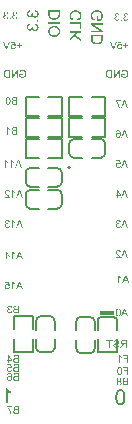
<source format=gbo>
G04*
G04 #@! TF.GenerationSoftware,Altium Limited,Altium Designer,19.0.4 (130)*
G04*
G04 Layer_Color=32896*
%FSLAX25Y25*%
%MOIN*%
G70*
G01*
G75*
%ADD12C,0.00787*%
%ADD64C,0.00551*%
%ADD65R,0.04724X0.01181*%
G36*
X454633Y295500D02*
X454307D01*
Y297509D01*
X452968Y295500D01*
X452616D01*
Y298060D01*
X452942D01*
Y296048D01*
X454285Y298060D01*
X454633D01*
Y295500D01*
D02*
G37*
G36*
X456357Y298097D02*
X456486Y298079D01*
X456545Y298068D01*
X456601Y298053D01*
X456653Y298042D01*
X456701Y298027D01*
X456745Y298012D01*
X456782Y297997D01*
X456815Y297983D01*
X456845Y297972D01*
X456867Y297960D01*
X456882Y297953D01*
X456893Y297949D01*
X456897Y297946D01*
X456949Y297912D01*
X457000Y297879D01*
X457089Y297801D01*
X457167Y297724D01*
X457230Y297642D01*
X457282Y297572D01*
X457300Y297542D01*
X457315Y297513D01*
X457330Y297491D01*
X457337Y297476D01*
X457341Y297465D01*
X457345Y297461D01*
X457396Y297339D01*
X457433Y297217D01*
X457463Y297098D01*
X457470Y297043D01*
X457481Y296991D01*
X457485Y296943D01*
X457493Y296902D01*
X457496Y296862D01*
Y296828D01*
X457500Y296802D01*
Y296784D01*
Y296769D01*
Y296765D01*
X457493Y296628D01*
X457474Y296499D01*
X457463Y296440D01*
X457452Y296384D01*
X457437Y296329D01*
X457422Y296281D01*
X457408Y296236D01*
X457393Y296199D01*
X457382Y296162D01*
X457371Y296136D01*
X457359Y296111D01*
X457352Y296096D01*
X457345Y296085D01*
Y296081D01*
X457278Y295974D01*
X457204Y295881D01*
X457126Y295800D01*
X457052Y295733D01*
X456982Y295681D01*
X456956Y295663D01*
X456930Y295644D01*
X456908Y295633D01*
X456893Y295622D01*
X456882Y295618D01*
X456878Y295615D01*
X456819Y295585D01*
X456760Y295563D01*
X456642Y295522D01*
X456527Y295496D01*
X456420Y295474D01*
X456371Y295470D01*
X456327Y295463D01*
X456286Y295459D01*
X456253D01*
X456227Y295456D01*
X456190D01*
X456087Y295459D01*
X455987Y295470D01*
X455894Y295489D01*
X455813Y295507D01*
X455780Y295515D01*
X455746Y295522D01*
X455717Y295533D01*
X455691Y295541D01*
X455672Y295548D01*
X455657Y295552D01*
X455650Y295555D01*
X455646D01*
X455546Y295596D01*
X455454Y295644D01*
X455365Y295696D01*
X455287Y295744D01*
X455254Y295766D01*
X455221Y295789D01*
X455195Y295807D01*
X455173Y295822D01*
X455154Y295837D01*
X455139Y295848D01*
X455132Y295851D01*
X455128Y295855D01*
Y296806D01*
X456216D01*
Y296503D01*
X455461D01*
Y296022D01*
X455506Y295985D01*
X455557Y295951D01*
X455613Y295922D01*
X455665Y295896D01*
X455709Y295874D01*
X455750Y295855D01*
X455765Y295848D01*
X455772Y295844D01*
X455780Y295840D01*
X455783D01*
X455861Y295814D01*
X455939Y295792D01*
X456009Y295778D01*
X456075Y295770D01*
X456131Y295763D01*
X456153D01*
X456175Y295759D01*
X456212D01*
X456305Y295763D01*
X456394Y295778D01*
X456475Y295796D01*
X456549Y295814D01*
X456608Y295837D01*
X456634Y295844D01*
X456653Y295851D01*
X456671Y295859D01*
X456682Y295866D01*
X456690Y295870D01*
X456693D01*
X456771Y295918D01*
X456841Y295970D01*
X456901Y296025D01*
X456949Y296081D01*
X456989Y296133D01*
X457015Y296173D01*
X457026Y296188D01*
X457030Y296199D01*
X457037Y296207D01*
Y296210D01*
X457074Y296303D01*
X457104Y296399D01*
X457123Y296495D01*
X457137Y296588D01*
X457141Y296628D01*
X457145Y296666D01*
X457149Y296703D01*
Y296732D01*
X457152Y296754D01*
Y296773D01*
Y296784D01*
Y296788D01*
X457149Y296891D01*
X457137Y296984D01*
X457123Y297073D01*
X457104Y297150D01*
X457097Y297183D01*
X457086Y297213D01*
X457078Y297239D01*
X457071Y297261D01*
X457063Y297280D01*
X457060Y297291D01*
X457056Y297298D01*
Y297302D01*
X457030Y297354D01*
X457004Y297402D01*
X456978Y297446D01*
X456952Y297483D01*
X456930Y297513D01*
X456912Y297539D01*
X456897Y297553D01*
X456893Y297557D01*
X456852Y297598D01*
X456808Y297635D01*
X456760Y297664D01*
X456716Y297694D01*
X456679Y297713D01*
X456649Y297731D01*
X456627Y297739D01*
X456619Y297742D01*
X456553Y297768D01*
X456486Y297787D01*
X456416Y297798D01*
X456353Y297809D01*
X456297Y297813D01*
X456275D01*
X456257Y297816D01*
X456216D01*
X456146Y297813D01*
X456079Y297805D01*
X456020Y297794D01*
X455968Y297783D01*
X455924Y297768D01*
X455891Y297757D01*
X455872Y297750D01*
X455865Y297746D01*
X455809Y297720D01*
X455761Y297690D01*
X455717Y297661D01*
X455683Y297631D01*
X455657Y297605D01*
X455635Y297587D01*
X455624Y297572D01*
X455620Y297568D01*
X455587Y297524D01*
X455561Y297472D01*
X455535Y297424D01*
X455513Y297372D01*
X455498Y297328D01*
X455487Y297294D01*
X455483Y297280D01*
X455480Y297269D01*
X455476Y297265D01*
Y297261D01*
X455169Y297343D01*
X455195Y297435D01*
X455228Y297516D01*
X455262Y297590D01*
X455291Y297650D01*
X455321Y297698D01*
X455343Y297731D01*
X455358Y297753D01*
X455365Y297761D01*
X455417Y297820D01*
X455472Y297868D01*
X455532Y297912D01*
X455587Y297949D01*
X455639Y297975D01*
X455680Y297997D01*
X455694Y298005D01*
X455705Y298009D01*
X455713Y298012D01*
X455717D01*
X455802Y298042D01*
X455891Y298064D01*
X455972Y298083D01*
X456050Y298094D01*
X456120Y298101D01*
X456149D01*
X456172Y298105D01*
X456290D01*
X456357Y298097D01*
D02*
G37*
G36*
X452046Y295500D02*
X451125D01*
X451040Y295504D01*
X450962Y295507D01*
X450892Y295515D01*
X450833Y295522D01*
X450781Y295530D01*
X450744Y295533D01*
X450733Y295537D01*
X450722Y295541D01*
X450714D01*
X450648Y295559D01*
X450588Y295581D01*
X450537Y295600D01*
X450492Y295622D01*
X450455Y295641D01*
X450429Y295655D01*
X450415Y295667D01*
X450407Y295670D01*
X450359Y295704D01*
X450318Y295744D01*
X450278Y295781D01*
X450244Y295818D01*
X450215Y295851D01*
X450192Y295877D01*
X450178Y295896D01*
X450174Y295903D01*
X450137Y295963D01*
X450100Y296025D01*
X450070Y296085D01*
X450048Y296144D01*
X450026Y296196D01*
X450011Y296236D01*
X450007Y296251D01*
X450004Y296262D01*
X450000Y296270D01*
Y296273D01*
X449978Y296362D01*
X449959Y296451D01*
X449948Y296536D01*
X449937Y296617D01*
X449933Y296688D01*
Y296717D01*
X449930Y296743D01*
Y296762D01*
Y296780D01*
Y296788D01*
Y296791D01*
X449933Y296917D01*
X449945Y297032D01*
X449963Y297135D01*
X449970Y297183D01*
X449982Y297224D01*
X449993Y297265D01*
X450000Y297298D01*
X450007Y297328D01*
X450019Y297354D01*
X450022Y297376D01*
X450030Y297391D01*
X450033Y297398D01*
Y297402D01*
X450074Y297498D01*
X450122Y297583D01*
X450174Y297657D01*
X450222Y297720D01*
X450267Y297772D01*
X450304Y297809D01*
X450318Y297820D01*
X450329Y297831D01*
X450333Y297835D01*
X450337Y297838D01*
X450396Y297886D01*
X450459Y297923D01*
X450522Y297957D01*
X450581Y297983D01*
X450633Y298001D01*
X450673Y298012D01*
X450688Y298020D01*
X450699D01*
X450707Y298023D01*
X450710D01*
X450773Y298035D01*
X450847Y298046D01*
X450921Y298053D01*
X450995Y298057D01*
X451062Y298060D01*
X452046D01*
Y295500D01*
D02*
G37*
G36*
X453902Y306210D02*
X453606Y306169D01*
X453580Y306210D01*
X453547Y306243D01*
X453517Y306276D01*
X453488Y306302D01*
X453458Y306321D01*
X453436Y306339D01*
X453421Y306347D01*
X453417Y306350D01*
X453369Y306373D01*
X453321Y306391D01*
X453277Y306402D01*
X453232Y306413D01*
X453195Y306417D01*
X453166Y306421D01*
X453095D01*
X453051Y306413D01*
X452973Y306395D01*
X452907Y306369D01*
X452848Y306343D01*
X452803Y306313D01*
X452770Y306288D01*
X452751Y306269D01*
X452744Y306265D01*
Y306262D01*
X452692Y306199D01*
X452655Y306132D01*
X452629Y306062D01*
X452611Y305992D01*
X452600Y305932D01*
X452596Y305907D01*
Y305884D01*
X452592Y305866D01*
Y305851D01*
Y305844D01*
Y305840D01*
Y305788D01*
X452600Y305740D01*
X452618Y305647D01*
X452644Y305570D01*
X452670Y305507D01*
X452700Y305455D01*
X452726Y305414D01*
X452737Y305403D01*
X452744Y305392D01*
X452748Y305388D01*
X452751Y305385D01*
X452781Y305355D01*
X452811Y305329D01*
X452877Y305285D01*
X452940Y305255D01*
X453003Y305237D01*
X453055Y305222D01*
X453099Y305218D01*
X453114Y305215D01*
X453136D01*
X453206Y305218D01*
X453269Y305233D01*
X453325Y305252D01*
X453369Y305274D01*
X453410Y305296D01*
X453440Y305314D01*
X453454Y305329D01*
X453462Y305333D01*
X453506Y305385D01*
X453543Y305440D01*
X453573Y305503D01*
X453595Y305559D01*
X453610Y305614D01*
X453621Y305655D01*
X453625Y305673D01*
X453628Y305684D01*
Y305692D01*
Y305696D01*
X453958Y305670D01*
X453950Y305610D01*
X453939Y305555D01*
X453906Y305451D01*
X453865Y305363D01*
X453843Y305322D01*
X453821Y305289D01*
X453802Y305255D01*
X453780Y305226D01*
X453761Y305204D01*
X453743Y305185D01*
X453728Y305170D01*
X453721Y305155D01*
X453713Y305152D01*
X453710Y305148D01*
X453665Y305115D01*
X453621Y305085D01*
X453573Y305059D01*
X453525Y305037D01*
X453432Y305004D01*
X453340Y304981D01*
X453299Y304970D01*
X453258Y304967D01*
X453225Y304963D01*
X453195Y304959D01*
X453169Y304956D01*
X453136D01*
X453058Y304959D01*
X452985Y304970D01*
X452914Y304985D01*
X452851Y305004D01*
X452792Y305030D01*
X452737Y305055D01*
X452685Y305081D01*
X452640Y305111D01*
X452600Y305141D01*
X452563Y305167D01*
X452533Y305196D01*
X452507Y305218D01*
X452489Y305237D01*
X452474Y305252D01*
X452466Y305263D01*
X452463Y305266D01*
X452426Y305314D01*
X452396Y305366D01*
X452367Y305414D01*
X452344Y305466D01*
X452307Y305566D01*
X452285Y305662D01*
X452278Y305703D01*
X452270Y305744D01*
X452267Y305777D01*
X452263Y305807D01*
X452259Y305833D01*
Y305851D01*
Y305862D01*
Y305866D01*
X452263Y305932D01*
X452270Y305995D01*
X452282Y306058D01*
X452296Y306114D01*
X452315Y306166D01*
X452333Y306217D01*
X452355Y306262D01*
X452374Y306302D01*
X452396Y306339D01*
X452418Y306373D01*
X452437Y306399D01*
X452455Y306424D01*
X452470Y306443D01*
X452481Y306454D01*
X452489Y306462D01*
X452492Y306465D01*
X452537Y306506D01*
X452581Y306543D01*
X452629Y306573D01*
X452677Y306598D01*
X452726Y306624D01*
X452774Y306643D01*
X452862Y306669D01*
X452903Y306680D01*
X452940Y306687D01*
X452973Y306691D01*
X453003Y306695D01*
X453025Y306698D01*
X453107D01*
X453151Y306691D01*
X453240Y306672D01*
X453321Y306646D01*
X453395Y306617D01*
X453454Y306587D01*
X453480Y306573D01*
X453503Y306561D01*
X453521Y306550D01*
X453532Y306543D01*
X453540Y306539D01*
X453543Y306536D01*
X453406Y307227D01*
X452381D01*
Y307527D01*
X453654D01*
X453902Y306210D01*
D02*
G37*
G36*
X455304Y306410D02*
X456000D01*
Y306117D01*
X455304D01*
Y305414D01*
X455008D01*
Y306117D01*
X454313D01*
Y306410D01*
X455008D01*
Y307105D01*
X455304D01*
Y306410D01*
D02*
G37*
G36*
X451112Y305000D02*
X450757D01*
X449758Y307560D01*
X450102D01*
X450798Y305699D01*
X450827Y305622D01*
X450853Y305548D01*
X450876Y305477D01*
X450894Y305414D01*
X450913Y305359D01*
X450924Y305318D01*
X450927Y305303D01*
X450931Y305292D01*
X450935Y305285D01*
Y305281D01*
X450979Y305429D01*
X451001Y305500D01*
X451023Y305562D01*
X451042Y305618D01*
X451049Y305640D01*
X451053Y305662D01*
X451060Y305677D01*
X451064Y305688D01*
X451068Y305696D01*
Y305699D01*
X451734Y307560D01*
X452104D01*
X451112Y305000D01*
D02*
G37*
G36*
X451191Y258068D02*
X451253Y258064D01*
X451313Y258053D01*
X451368Y258042D01*
X451420Y258027D01*
X451468Y258012D01*
X451512Y257994D01*
X451553Y257975D01*
X451590Y257957D01*
X451620Y257938D01*
X451646Y257924D01*
X451668Y257909D01*
X451686Y257898D01*
X451697Y257887D01*
X451705Y257883D01*
X451709Y257879D01*
X451746Y257842D01*
X451779Y257801D01*
X451812Y257757D01*
X451838Y257713D01*
X451882Y257624D01*
X451912Y257535D01*
X451923Y257494D01*
X451934Y257454D01*
X451942Y257420D01*
X451949Y257391D01*
X451953Y257365D01*
Y257346D01*
X451956Y257335D01*
Y257331D01*
X451635Y257298D01*
X451627Y257383D01*
X451612Y257457D01*
X451590Y257524D01*
X451564Y257576D01*
X451542Y257620D01*
X451520Y257650D01*
X451505Y257668D01*
X451498Y257676D01*
X451442Y257720D01*
X451383Y257753D01*
X451320Y257779D01*
X451264Y257794D01*
X451213Y257805D01*
X451168Y257809D01*
X451154Y257812D01*
X451131D01*
X451054Y257809D01*
X450983Y257794D01*
X450924Y257772D01*
X450872Y257750D01*
X450832Y257724D01*
X450806Y257705D01*
X450787Y257690D01*
X450780Y257683D01*
X450735Y257631D01*
X450702Y257579D01*
X450676Y257528D01*
X450661Y257476D01*
X450650Y257435D01*
X450647Y257398D01*
X450643Y257376D01*
Y257372D01*
Y257368D01*
X450650Y257302D01*
X450665Y257232D01*
X450691Y257169D01*
X450717Y257109D01*
X450746Y257061D01*
X450772Y257021D01*
X450780Y257006D01*
X450787Y256995D01*
X450795Y256991D01*
Y256987D01*
X450824Y256947D01*
X450861Y256906D01*
X450902Y256862D01*
X450946Y256817D01*
X451039Y256728D01*
X451131Y256640D01*
X451179Y256599D01*
X451220Y256562D01*
X451261Y256529D01*
X451294Y256499D01*
X451320Y256477D01*
X451342Y256458D01*
X451357Y256447D01*
X451361Y256444D01*
X451453Y256366D01*
X451538Y256292D01*
X451609Y256225D01*
X451664Y256170D01*
X451712Y256122D01*
X451746Y256088D01*
X451764Y256066D01*
X451771Y256062D01*
Y256059D01*
X451823Y255996D01*
X451864Y255937D01*
X451901Y255877D01*
X451931Y255826D01*
X451953Y255781D01*
X451967Y255748D01*
X451975Y255726D01*
X451979Y255722D01*
Y255718D01*
X451993Y255678D01*
X452001Y255641D01*
X452008Y255604D01*
X452012Y255570D01*
X452016Y255541D01*
Y255519D01*
Y255504D01*
Y255500D01*
X450317D01*
Y255803D01*
X451579D01*
X451535Y255866D01*
X451512Y255892D01*
X451494Y255918D01*
X451475Y255940D01*
X451461Y255955D01*
X451449Y255966D01*
X451446Y255970D01*
X451427Y255988D01*
X451405Y256007D01*
X451353Y256055D01*
X451294Y256111D01*
X451231Y256166D01*
X451172Y256214D01*
X451146Y256236D01*
X451124Y256259D01*
X451105Y256273D01*
X451091Y256284D01*
X451083Y256292D01*
X451080Y256295D01*
X451020Y256347D01*
X450961Y256395D01*
X450909Y256444D01*
X450861Y256484D01*
X450817Y256525D01*
X450780Y256562D01*
X450743Y256595D01*
X450713Y256625D01*
X450684Y256654D01*
X450661Y256677D01*
X450643Y256695D01*
X450624Y256714D01*
X450606Y256736D01*
X450598Y256743D01*
X450547Y256806D01*
X450502Y256862D01*
X450465Y256917D01*
X450436Y256961D01*
X450414Y257002D01*
X450399Y257032D01*
X450391Y257050D01*
X450388Y257058D01*
X450365Y257113D01*
X450351Y257169D01*
X450336Y257221D01*
X450328Y257265D01*
X450325Y257306D01*
X450321Y257335D01*
Y257354D01*
Y257361D01*
X450325Y257417D01*
X450332Y257468D01*
X450340Y257520D01*
X450354Y257565D01*
X450391Y257653D01*
X450428Y257724D01*
X450451Y257757D01*
X450469Y257783D01*
X450488Y257809D01*
X450506Y257827D01*
X450521Y257842D01*
X450528Y257857D01*
X450536Y257861D01*
X450539Y257864D01*
X450580Y257901D01*
X450624Y257935D01*
X450672Y257961D01*
X450721Y257983D01*
X450817Y258020D01*
X450913Y258046D01*
X450954Y258053D01*
X450994Y258060D01*
X451031Y258064D01*
X451061Y258068D01*
X451087Y258071D01*
X451124D01*
X451191Y258068D01*
D02*
G37*
G36*
X453018Y258009D02*
X453059Y257949D01*
X453107Y257890D01*
X453152Y257838D01*
X453196Y257794D01*
X453229Y257757D01*
X453244Y257746D01*
X453255Y257735D01*
X453259Y257731D01*
X453263Y257727D01*
X453340Y257664D01*
X453418Y257605D01*
X453492Y257554D01*
X453566Y257513D01*
X453629Y257476D01*
X453655Y257461D01*
X453677Y257450D01*
X453695Y257439D01*
X453710Y257435D01*
X453718Y257428D01*
X453721D01*
Y257124D01*
X453666Y257147D01*
X453610Y257172D01*
X453555Y257198D01*
X453503Y257224D01*
X453459Y257246D01*
X453422Y257265D01*
X453399Y257280D01*
X453396Y257283D01*
X453392D01*
X453325Y257324D01*
X453266Y257365D01*
X453214Y257402D01*
X453174Y257435D01*
X453137Y257461D01*
X453115Y257483D01*
X453096Y257498D01*
X453092Y257502D01*
Y255500D01*
X452778D01*
Y258071D01*
X452981D01*
X453018Y258009D01*
D02*
G37*
G36*
X456500Y255500D02*
X456141D01*
X455864Y256277D01*
X454791D01*
X454491Y255500D01*
X454106D01*
X455153Y258060D01*
X455523D01*
X456500Y255500D01*
D02*
G37*
G36*
X453018Y227509D02*
X453059Y227449D01*
X453107Y227390D01*
X453152Y227338D01*
X453196Y227294D01*
X453229Y227257D01*
X453244Y227246D01*
X453255Y227235D01*
X453259Y227231D01*
X453263Y227227D01*
X453340Y227165D01*
X453418Y227105D01*
X453492Y227053D01*
X453566Y227013D01*
X453629Y226976D01*
X453655Y226961D01*
X453677Y226950D01*
X453695Y226939D01*
X453710Y226935D01*
X453718Y226928D01*
X453721D01*
Y226624D01*
X453666Y226646D01*
X453610Y226672D01*
X453555Y226698D01*
X453503Y226724D01*
X453459Y226746D01*
X453422Y226765D01*
X453399Y226780D01*
X453396Y226783D01*
X453392D01*
X453325Y226824D01*
X453266Y226865D01*
X453214Y226902D01*
X453174Y226935D01*
X453137Y226961D01*
X453115Y226983D01*
X453096Y226998D01*
X453092Y227002D01*
Y225000D01*
X452778D01*
Y227572D01*
X452981D01*
X453018Y227509D01*
D02*
G37*
G36*
X451916Y226210D02*
X451620Y226169D01*
X451594Y226210D01*
X451560Y226243D01*
X451531Y226276D01*
X451501Y226302D01*
X451472Y226321D01*
X451449Y226339D01*
X451435Y226347D01*
X451431Y226350D01*
X451383Y226373D01*
X451335Y226391D01*
X451290Y226402D01*
X451246Y226413D01*
X451209Y226417D01*
X451179Y226421D01*
X451109D01*
X451065Y226413D01*
X450987Y226395D01*
X450920Y226369D01*
X450861Y226343D01*
X450817Y226313D01*
X450783Y226288D01*
X450765Y226269D01*
X450758Y226265D01*
Y226262D01*
X450706Y226199D01*
X450669Y226132D01*
X450643Y226062D01*
X450624Y225992D01*
X450613Y225932D01*
X450610Y225906D01*
Y225884D01*
X450606Y225866D01*
Y225851D01*
Y225844D01*
Y225840D01*
Y225788D01*
X450613Y225740D01*
X450632Y225647D01*
X450658Y225570D01*
X450684Y225507D01*
X450713Y225455D01*
X450739Y225414D01*
X450750Y225403D01*
X450758Y225392D01*
X450761Y225389D01*
X450765Y225385D01*
X450795Y225355D01*
X450824Y225329D01*
X450891Y225285D01*
X450954Y225255D01*
X451017Y225237D01*
X451068Y225222D01*
X451113Y225218D01*
X451128Y225215D01*
X451150D01*
X451220Y225218D01*
X451283Y225233D01*
X451338Y225252D01*
X451383Y225274D01*
X451424Y225296D01*
X451453Y225314D01*
X451468Y225329D01*
X451475Y225333D01*
X451520Y225385D01*
X451557Y225440D01*
X451586Y225503D01*
X451609Y225559D01*
X451623Y225614D01*
X451635Y225655D01*
X451638Y225673D01*
X451642Y225684D01*
Y225692D01*
Y225696D01*
X451971Y225670D01*
X451964Y225610D01*
X451953Y225555D01*
X451919Y225451D01*
X451879Y225363D01*
X451857Y225322D01*
X451834Y225289D01*
X451816Y225255D01*
X451794Y225226D01*
X451775Y225203D01*
X451757Y225185D01*
X451742Y225170D01*
X451734Y225155D01*
X451727Y225152D01*
X451723Y225148D01*
X451679Y225115D01*
X451635Y225085D01*
X451586Y225059D01*
X451538Y225037D01*
X451446Y225004D01*
X451353Y224981D01*
X451313Y224970D01*
X451272Y224967D01*
X451239Y224963D01*
X451209Y224959D01*
X451183Y224956D01*
X451150D01*
X451072Y224959D01*
X450998Y224970D01*
X450928Y224985D01*
X450865Y225004D01*
X450806Y225030D01*
X450750Y225056D01*
X450698Y225081D01*
X450654Y225111D01*
X450613Y225141D01*
X450576Y225167D01*
X450547Y225196D01*
X450521Y225218D01*
X450502Y225237D01*
X450488Y225252D01*
X450480Y225263D01*
X450476Y225266D01*
X450439Y225314D01*
X450410Y225366D01*
X450380Y225414D01*
X450358Y225466D01*
X450321Y225566D01*
X450299Y225662D01*
X450291Y225703D01*
X450284Y225744D01*
X450280Y225777D01*
X450277Y225807D01*
X450273Y225833D01*
Y225851D01*
Y225862D01*
Y225866D01*
X450277Y225932D01*
X450284Y225995D01*
X450295Y226058D01*
X450310Y226114D01*
X450328Y226166D01*
X450347Y226217D01*
X450369Y226262D01*
X450388Y226302D01*
X450410Y226339D01*
X450432Y226373D01*
X450451Y226399D01*
X450469Y226425D01*
X450484Y226443D01*
X450495Y226454D01*
X450502Y226462D01*
X450506Y226465D01*
X450550Y226506D01*
X450595Y226543D01*
X450643Y226572D01*
X450691Y226598D01*
X450739Y226624D01*
X450787Y226643D01*
X450876Y226669D01*
X450917Y226680D01*
X450954Y226687D01*
X450987Y226691D01*
X451017Y226695D01*
X451039Y226698D01*
X451120D01*
X451165Y226691D01*
X451253Y226672D01*
X451335Y226646D01*
X451409Y226617D01*
X451468Y226587D01*
X451494Y226572D01*
X451516Y226561D01*
X451535Y226550D01*
X451546Y226543D01*
X451553Y226539D01*
X451557Y226536D01*
X451420Y227227D01*
X450395D01*
Y227527D01*
X451668D01*
X451916Y226210D01*
D02*
G37*
G36*
X456500Y225000D02*
X456141D01*
X455864Y225777D01*
X454791D01*
X454491Y225000D01*
X454106D01*
X455153Y227560D01*
X455523D01*
X456500Y225000D01*
D02*
G37*
G36*
X452518Y268009D02*
X452559Y267949D01*
X452607Y267890D01*
X452652Y267838D01*
X452696Y267794D01*
X452729Y267757D01*
X452744Y267746D01*
X452755Y267735D01*
X452759Y267731D01*
X452763Y267727D01*
X452840Y267665D01*
X452918Y267605D01*
X452992Y267553D01*
X453066Y267513D01*
X453129Y267476D01*
X453155Y267461D01*
X453177Y267450D01*
X453195Y267439D01*
X453210Y267435D01*
X453218Y267428D01*
X453221D01*
Y267124D01*
X453166Y267146D01*
X453110Y267172D01*
X453055Y267198D01*
X453003Y267224D01*
X452959Y267246D01*
X452922Y267265D01*
X452899Y267280D01*
X452896Y267283D01*
X452892D01*
X452825Y267324D01*
X452766Y267365D01*
X452714Y267402D01*
X452674Y267435D01*
X452637Y267461D01*
X452614Y267483D01*
X452596Y267498D01*
X452592Y267502D01*
Y265500D01*
X452278D01*
Y268072D01*
X452481D01*
X452518Y268009D01*
D02*
G37*
G36*
X450528D02*
X450568Y267949D01*
X450617Y267890D01*
X450661Y267838D01*
X450705Y267794D01*
X450739Y267757D01*
X450753Y267746D01*
X450765Y267735D01*
X450768Y267731D01*
X450772Y267727D01*
X450850Y267665D01*
X450927Y267605D01*
X451001Y267553D01*
X451075Y267513D01*
X451138Y267476D01*
X451164Y267461D01*
X451186Y267450D01*
X451205Y267439D01*
X451220Y267435D01*
X451227Y267428D01*
X451231D01*
Y267124D01*
X451175Y267146D01*
X451120Y267172D01*
X451064Y267198D01*
X451012Y267224D01*
X450968Y267246D01*
X450931Y267265D01*
X450909Y267280D01*
X450905Y267283D01*
X450901D01*
X450835Y267324D01*
X450776Y267365D01*
X450724Y267402D01*
X450683Y267435D01*
X450646Y267461D01*
X450624Y267483D01*
X450605Y267498D01*
X450602Y267502D01*
Y265500D01*
X450287D01*
Y268072D01*
X450491D01*
X450528Y268009D01*
D02*
G37*
G36*
X456000Y265500D02*
X455641D01*
X455364Y266277D01*
X454291D01*
X453991Y265500D01*
X453606D01*
X454653Y268060D01*
X455023D01*
X456000Y265500D01*
D02*
G37*
G36*
X451276Y248064D02*
X451375Y248046D01*
X451461Y248016D01*
X451535Y247986D01*
X451568Y247968D01*
X451594Y247953D01*
X451620Y247938D01*
X451638Y247923D01*
X451653Y247912D01*
X451664Y247905D01*
X451672Y247901D01*
X451675Y247898D01*
X451746Y247827D01*
X451801Y247750D01*
X451845Y247668D01*
X451882Y247587D01*
X451905Y247516D01*
X451916Y247487D01*
X451923Y247461D01*
X451927Y247439D01*
X451931Y247424D01*
X451934Y247413D01*
Y247409D01*
X451620Y247354D01*
X451605Y247435D01*
X451583Y247505D01*
X451557Y247565D01*
X451531Y247613D01*
X451505Y247650D01*
X451483Y247676D01*
X451468Y247694D01*
X451464Y247698D01*
X451416Y247735D01*
X451364Y247764D01*
X451316Y247783D01*
X451268Y247798D01*
X451224Y247805D01*
X451191Y247813D01*
X451161D01*
X451094Y247809D01*
X451035Y247794D01*
X450983Y247776D01*
X450939Y247757D01*
X450906Y247735D01*
X450880Y247716D01*
X450861Y247702D01*
X450857Y247698D01*
X450817Y247653D01*
X450787Y247605D01*
X450769Y247557D01*
X450754Y247513D01*
X450746Y247472D01*
X450739Y247443D01*
Y247420D01*
Y247417D01*
Y247413D01*
Y247372D01*
X450746Y247335D01*
X450765Y247272D01*
X450791Y247217D01*
X450820Y247169D01*
X450850Y247135D01*
X450876Y247110D01*
X450894Y247095D01*
X450898Y247091D01*
X450902D01*
X450965Y247058D01*
X451024Y247032D01*
X451087Y247013D01*
X451142Y247002D01*
X451191Y246995D01*
X451231Y246987D01*
X451279D01*
X451294Y246991D01*
X451313D01*
X451350Y246714D01*
X451301Y246725D01*
X451257Y246732D01*
X451220Y246740D01*
X451187Y246743D01*
X451161Y246747D01*
X451128D01*
X451050Y246740D01*
X450980Y246725D01*
X450917Y246703D01*
X450865Y246677D01*
X450824Y246651D01*
X450795Y246628D01*
X450776Y246614D01*
X450769Y246606D01*
X450721Y246551D01*
X450684Y246492D01*
X450658Y246432D01*
X450643Y246373D01*
X450632Y246325D01*
X450628Y246284D01*
X450624Y246270D01*
Y246258D01*
Y246251D01*
Y246247D01*
X450632Y246166D01*
X450650Y246092D01*
X450672Y246029D01*
X450702Y245974D01*
X450732Y245929D01*
X450754Y245896D01*
X450772Y245874D01*
X450780Y245866D01*
X450839Y245814D01*
X450902Y245778D01*
X450965Y245752D01*
X451024Y245733D01*
X451076Y245722D01*
X451117Y245718D01*
X451131Y245715D01*
X451154D01*
X451220Y245718D01*
X451283Y245733D01*
X451338Y245752D01*
X451383Y245774D01*
X451420Y245792D01*
X451449Y245811D01*
X451464Y245826D01*
X451472Y245829D01*
X451516Y245881D01*
X451553Y245940D01*
X451586Y246003D01*
X451612Y246070D01*
X451631Y246125D01*
X451638Y246151D01*
X451642Y246173D01*
X451646Y246192D01*
X451649Y246207D01*
X451653Y246214D01*
Y246218D01*
X451967Y246177D01*
X451960Y246118D01*
X451949Y246062D01*
X451916Y245959D01*
X451875Y245870D01*
X451853Y245833D01*
X451831Y245796D01*
X451808Y245763D01*
X451786Y245737D01*
X451768Y245711D01*
X451749Y245692D01*
X451738Y245678D01*
X451727Y245667D01*
X451720Y245659D01*
X451716Y245655D01*
X451672Y245622D01*
X451627Y245589D01*
X451583Y245563D01*
X451535Y245541D01*
X451442Y245504D01*
X451353Y245481D01*
X451313Y245474D01*
X451276Y245467D01*
X451242Y245463D01*
X451213Y245459D01*
X451191Y245456D01*
X451157D01*
X451087Y245459D01*
X451024Y245467D01*
X450961Y245478D01*
X450902Y245493D01*
X450846Y245511D01*
X450798Y245530D01*
X450750Y245552D01*
X450709Y245574D01*
X450669Y245592D01*
X450635Y245615D01*
X450606Y245633D01*
X450584Y245652D01*
X450565Y245667D01*
X450550Y245678D01*
X450543Y245685D01*
X450539Y245689D01*
X450495Y245733D01*
X450458Y245781D01*
X450425Y245829D01*
X450395Y245877D01*
X450373Y245922D01*
X450351Y245970D01*
X450321Y246059D01*
X450314Y246099D01*
X450306Y246136D01*
X450299Y246170D01*
X450295Y246199D01*
X450291Y246221D01*
Y246240D01*
Y246251D01*
Y246255D01*
X450295Y246344D01*
X450310Y246425D01*
X450332Y246495D01*
X450354Y246554D01*
X450377Y246603D01*
X450399Y246640D01*
X450414Y246662D01*
X450417Y246669D01*
X450469Y246725D01*
X450525Y246773D01*
X450584Y246810D01*
X450643Y246839D01*
X450695Y246862D01*
X450735Y246876D01*
X450750Y246880D01*
X450761Y246884D01*
X450769Y246887D01*
X450772D01*
X450709Y246921D01*
X450658Y246954D01*
X450613Y246991D01*
X450576Y247024D01*
X450547Y247054D01*
X450525Y247080D01*
X450513Y247095D01*
X450510Y247102D01*
X450480Y247154D01*
X450458Y247206D01*
X450439Y247257D01*
X450428Y247306D01*
X450421Y247346D01*
X450417Y247376D01*
Y247398D01*
Y247406D01*
X450421Y247468D01*
X450432Y247531D01*
X450447Y247587D01*
X450465Y247635D01*
X450484Y247676D01*
X450499Y247709D01*
X450510Y247727D01*
X450513Y247735D01*
X450550Y247790D01*
X450595Y247838D01*
X450639Y247879D01*
X450684Y247916D01*
X450721Y247942D01*
X450754Y247964D01*
X450776Y247975D01*
X450780Y247979D01*
X450783D01*
X450850Y248009D01*
X450917Y248031D01*
X450983Y248049D01*
X451043Y248060D01*
X451091Y248068D01*
X451131Y248072D01*
X451224D01*
X451276Y248064D01*
D02*
G37*
G36*
X453018Y248009D02*
X453059Y247949D01*
X453107Y247890D01*
X453152Y247838D01*
X453196Y247794D01*
X453229Y247757D01*
X453244Y247746D01*
X453255Y247735D01*
X453259Y247731D01*
X453263Y247727D01*
X453340Y247664D01*
X453418Y247605D01*
X453492Y247553D01*
X453566Y247513D01*
X453629Y247476D01*
X453655Y247461D01*
X453677Y247450D01*
X453695Y247439D01*
X453710Y247435D01*
X453718Y247428D01*
X453721D01*
Y247124D01*
X453666Y247147D01*
X453610Y247172D01*
X453555Y247198D01*
X453503Y247224D01*
X453459Y247246D01*
X453422Y247265D01*
X453399Y247280D01*
X453396Y247283D01*
X453392D01*
X453325Y247324D01*
X453266Y247365D01*
X453214Y247402D01*
X453174Y247435D01*
X453137Y247461D01*
X453115Y247483D01*
X453096Y247498D01*
X453092Y247502D01*
Y245500D01*
X452778D01*
Y248072D01*
X452981D01*
X453018Y248009D01*
D02*
G37*
G36*
X456500Y245500D02*
X456141D01*
X455864Y246277D01*
X454791D01*
X454491Y245500D01*
X454106D01*
X455153Y248060D01*
X455523D01*
X456500Y245500D01*
D02*
G37*
G36*
X453018Y237509D02*
X453059Y237449D01*
X453107Y237390D01*
X453152Y237338D01*
X453196Y237294D01*
X453229Y237257D01*
X453244Y237246D01*
X453255Y237235D01*
X453259Y237231D01*
X453263Y237227D01*
X453340Y237164D01*
X453418Y237105D01*
X453492Y237053D01*
X453566Y237013D01*
X453629Y236976D01*
X453655Y236961D01*
X453677Y236950D01*
X453695Y236939D01*
X453710Y236935D01*
X453718Y236928D01*
X453721D01*
Y236624D01*
X453666Y236647D01*
X453610Y236672D01*
X453555Y236698D01*
X453503Y236724D01*
X453459Y236746D01*
X453422Y236765D01*
X453399Y236780D01*
X453396Y236783D01*
X453392D01*
X453325Y236824D01*
X453266Y236865D01*
X453214Y236902D01*
X453174Y236935D01*
X453137Y236961D01*
X453115Y236983D01*
X453096Y236998D01*
X453092Y237002D01*
Y235000D01*
X452778D01*
Y237572D01*
X452981D01*
X453018Y237509D01*
D02*
G37*
G36*
X456500Y235000D02*
X456141D01*
X455864Y235777D01*
X454791D01*
X454491Y235000D01*
X454106D01*
X455153Y237560D01*
X455523D01*
X456500Y235000D01*
D02*
G37*
G36*
X452078Y235903D02*
Y235614D01*
X450965D01*
Y235000D01*
X450650D01*
Y235614D01*
X450303D01*
Y235903D01*
X450650D01*
Y237560D01*
X450906D01*
X452078Y235903D01*
D02*
G37*
G36*
X452033Y219564D02*
X452133Y219546D01*
X452218Y219516D01*
X452292Y219486D01*
X452325Y219468D01*
X452351Y219453D01*
X452377Y219438D01*
X452395Y219424D01*
X452410Y219412D01*
X452421Y219405D01*
X452428Y219401D01*
X452432Y219398D01*
X452502Y219327D01*
X452558Y219250D01*
X452602Y219168D01*
X452639Y219087D01*
X452662Y219017D01*
X452673Y218987D01*
X452680Y218961D01*
X452684Y218939D01*
X452688Y218924D01*
X452691Y218913D01*
Y218909D01*
X452377Y218854D01*
X452362Y218935D01*
X452340Y219005D01*
X452314Y219065D01*
X452288Y219113D01*
X452262Y219150D01*
X452240Y219176D01*
X452225Y219194D01*
X452221Y219198D01*
X452173Y219235D01*
X452121Y219264D01*
X452073Y219283D01*
X452025Y219298D01*
X451981Y219305D01*
X451947Y219313D01*
X451918D01*
X451851Y219309D01*
X451792Y219294D01*
X451740Y219275D01*
X451696Y219257D01*
X451663Y219235D01*
X451637Y219216D01*
X451618Y219201D01*
X451615Y219198D01*
X451574Y219153D01*
X451544Y219105D01*
X451526Y219057D01*
X451511Y219013D01*
X451504Y218972D01*
X451496Y218942D01*
Y218920D01*
Y218917D01*
Y218913D01*
Y218872D01*
X451504Y218835D01*
X451522Y218772D01*
X451548Y218717D01*
X451578Y218669D01*
X451607Y218635D01*
X451633Y218609D01*
X451651Y218595D01*
X451655Y218591D01*
X451659D01*
X451722Y218558D01*
X451781Y218532D01*
X451844Y218513D01*
X451899Y218502D01*
X451947Y218495D01*
X451988Y218487D01*
X452036D01*
X452051Y218491D01*
X452070D01*
X452107Y218214D01*
X452059Y218225D01*
X452014Y218232D01*
X451977Y218239D01*
X451944Y218243D01*
X451918Y218247D01*
X451885D01*
X451807Y218239D01*
X451737Y218225D01*
X451674Y218202D01*
X451622Y218177D01*
X451581Y218151D01*
X451552Y218128D01*
X451533Y218114D01*
X451526Y218106D01*
X451478Y218051D01*
X451441Y217992D01*
X451415Y217932D01*
X451400Y217873D01*
X451389Y217825D01*
X451385Y217784D01*
X451381Y217770D01*
Y217758D01*
Y217751D01*
Y217747D01*
X451389Y217666D01*
X451407Y217592D01*
X451430Y217529D01*
X451459Y217474D01*
X451489Y217429D01*
X451511Y217396D01*
X451529Y217374D01*
X451537Y217366D01*
X451596Y217315D01*
X451659Y217278D01*
X451722Y217252D01*
X451781Y217233D01*
X451833Y217222D01*
X451873Y217218D01*
X451888Y217215D01*
X451910D01*
X451977Y217218D01*
X452040Y217233D01*
X452096Y217252D01*
X452140Y217274D01*
X452177Y217292D01*
X452207Y217311D01*
X452221Y217326D01*
X452229Y217329D01*
X452273Y217381D01*
X452310Y217440D01*
X452343Y217503D01*
X452369Y217570D01*
X452388Y217625D01*
X452395Y217651D01*
X452399Y217673D01*
X452403Y217692D01*
X452406Y217707D01*
X452410Y217714D01*
Y217718D01*
X452725Y217677D01*
X452717Y217618D01*
X452706Y217562D01*
X452673Y217459D01*
X452632Y217370D01*
X452610Y217333D01*
X452588Y217296D01*
X452565Y217263D01*
X452543Y217237D01*
X452525Y217211D01*
X452506Y217192D01*
X452495Y217178D01*
X452484Y217166D01*
X452477Y217159D01*
X452473Y217155D01*
X452428Y217122D01*
X452384Y217089D01*
X452340Y217063D01*
X452292Y217041D01*
X452199Y217004D01*
X452110Y216982D01*
X452070Y216974D01*
X452033Y216967D01*
X451999Y216963D01*
X451970Y216959D01*
X451947Y216956D01*
X451914D01*
X451844Y216959D01*
X451781Y216967D01*
X451718Y216978D01*
X451659Y216993D01*
X451603Y217011D01*
X451555Y217030D01*
X451507Y217052D01*
X451467Y217074D01*
X451426Y217092D01*
X451393Y217115D01*
X451363Y217133D01*
X451341Y217152D01*
X451322Y217166D01*
X451307Y217178D01*
X451300Y217185D01*
X451296Y217189D01*
X451252Y217233D01*
X451215Y217281D01*
X451182Y217329D01*
X451152Y217377D01*
X451130Y217422D01*
X451108Y217470D01*
X451078Y217559D01*
X451071Y217599D01*
X451063Y217636D01*
X451056Y217670D01*
X451052Y217699D01*
X451048Y217722D01*
Y217740D01*
Y217751D01*
Y217755D01*
X451052Y217844D01*
X451067Y217925D01*
X451089Y217995D01*
X451111Y218055D01*
X451133Y218103D01*
X451156Y218140D01*
X451170Y218162D01*
X451174Y218169D01*
X451226Y218225D01*
X451281Y218273D01*
X451341Y218310D01*
X451400Y218339D01*
X451452Y218362D01*
X451492Y218376D01*
X451507Y218380D01*
X451518Y218384D01*
X451526Y218388D01*
X451529D01*
X451467Y218421D01*
X451415Y218454D01*
X451370Y218491D01*
X451333Y218524D01*
X451304Y218554D01*
X451281Y218580D01*
X451270Y218595D01*
X451267Y218602D01*
X451237Y218654D01*
X451215Y218706D01*
X451196Y218758D01*
X451185Y218806D01*
X451178Y218846D01*
X451174Y218876D01*
Y218898D01*
Y218905D01*
X451178Y218968D01*
X451189Y219031D01*
X451204Y219087D01*
X451222Y219135D01*
X451241Y219176D01*
X451256Y219209D01*
X451267Y219227D01*
X451270Y219235D01*
X451307Y219290D01*
X451352Y219338D01*
X451396Y219379D01*
X451441Y219416D01*
X451478Y219442D01*
X451511Y219464D01*
X451533Y219475D01*
X451537Y219479D01*
X451541D01*
X451607Y219509D01*
X451674Y219531D01*
X451740Y219549D01*
X451799Y219560D01*
X451848Y219568D01*
X451888Y219571D01*
X451981D01*
X452033Y219564D01*
D02*
G37*
G36*
X455000Y217000D02*
X454023D01*
X453934Y217004D01*
X453857Y217007D01*
X453786Y217015D01*
X453727Y217022D01*
X453679Y217030D01*
X453642Y217033D01*
X453620Y217041D01*
X453613D01*
X453550Y217059D01*
X453498Y217078D01*
X453450Y217100D01*
X453409Y217122D01*
X453376Y217137D01*
X453350Y217152D01*
X453335Y217163D01*
X453331Y217166D01*
X453291Y217200D01*
X453254Y217241D01*
X453224Y217281D01*
X453194Y217318D01*
X453172Y217355D01*
X453157Y217381D01*
X453146Y217400D01*
X453143Y217407D01*
X453117Y217466D01*
X453098Y217525D01*
X453083Y217581D01*
X453076Y217633D01*
X453069Y217677D01*
X453065Y217714D01*
Y217736D01*
Y217740D01*
Y217744D01*
X453069Y217825D01*
X453083Y217899D01*
X453106Y217962D01*
X453128Y218021D01*
X453150Y218066D01*
X453172Y218099D01*
X453187Y218121D01*
X453191Y218128D01*
X453242Y218188D01*
X453298Y218236D01*
X453361Y218277D01*
X453416Y218310D01*
X453468Y218336D01*
X453513Y218351D01*
X453527Y218358D01*
X453539Y218362D01*
X453546Y218365D01*
X453550D01*
X453487Y218402D01*
X453431Y218439D01*
X453387Y218480D01*
X453350Y218517D01*
X453320Y218547D01*
X453298Y218576D01*
X453287Y218591D01*
X453283Y218598D01*
X453254Y218654D01*
X453231Y218706D01*
X453213Y218758D01*
X453202Y218806D01*
X453194Y218846D01*
X453191Y218880D01*
Y218898D01*
Y218905D01*
X453194Y218968D01*
X453205Y219031D01*
X453224Y219087D01*
X453242Y219139D01*
X453261Y219183D01*
X453279Y219213D01*
X453291Y219235D01*
X453294Y219242D01*
X453335Y219298D01*
X453379Y219350D01*
X453428Y219390D01*
X453472Y219424D01*
X453509Y219449D01*
X453542Y219468D01*
X453564Y219479D01*
X453568Y219483D01*
X453572D01*
X453642Y219509D01*
X453720Y219527D01*
X453797Y219542D01*
X453871Y219549D01*
X453938Y219557D01*
X453968D01*
X453994Y219560D01*
X455000D01*
Y217000D01*
D02*
G37*
G36*
X455055Y183445D02*
X454078D01*
X453989Y183449D01*
X453912Y183452D01*
X453841Y183460D01*
X453782Y183467D01*
X453734Y183475D01*
X453697Y183478D01*
X453675Y183486D01*
X453667D01*
X453605Y183504D01*
X453553Y183523D01*
X453505Y183545D01*
X453464Y183567D01*
X453431Y183582D01*
X453405Y183597D01*
X453390Y183608D01*
X453386Y183612D01*
X453346Y183645D01*
X453309Y183686D01*
X453279Y183726D01*
X453249Y183763D01*
X453227Y183800D01*
X453212Y183826D01*
X453201Y183845D01*
X453198Y183852D01*
X453172Y183911D01*
X453153Y183970D01*
X453138Y184026D01*
X453131Y184078D01*
X453124Y184122D01*
X453120Y184159D01*
Y184181D01*
Y184185D01*
Y184189D01*
X453124Y184270D01*
X453138Y184344D01*
X453161Y184407D01*
X453183Y184466D01*
X453205Y184511D01*
X453227Y184544D01*
X453242Y184566D01*
X453246Y184573D01*
X453298Y184633D01*
X453353Y184681D01*
X453416Y184722D01*
X453471Y184755D01*
X453523Y184781D01*
X453568Y184795D01*
X453582Y184803D01*
X453593Y184807D01*
X453601Y184810D01*
X453605D01*
X453542Y184847D01*
X453486Y184884D01*
X453442Y184925D01*
X453405Y184962D01*
X453375Y184992D01*
X453353Y185021D01*
X453342Y185036D01*
X453338Y185043D01*
X453309Y185099D01*
X453286Y185151D01*
X453268Y185203D01*
X453257Y185251D01*
X453249Y185291D01*
X453246Y185325D01*
Y185343D01*
Y185351D01*
X453249Y185413D01*
X453261Y185476D01*
X453279Y185532D01*
X453298Y185584D01*
X453316Y185628D01*
X453335Y185658D01*
X453346Y185680D01*
X453349Y185687D01*
X453390Y185743D01*
X453434Y185794D01*
X453482Y185835D01*
X453527Y185869D01*
X453564Y185894D01*
X453597Y185913D01*
X453619Y185924D01*
X453623Y185928D01*
X453627D01*
X453697Y185954D01*
X453775Y185972D01*
X453853Y185987D01*
X453927Y185994D01*
X453993Y186002D01*
X454023D01*
X454049Y186005D01*
X455055D01*
Y183445D01*
D02*
G37*
G36*
X452761Y185669D02*
X451507D01*
X451595Y185561D01*
X451681Y185447D01*
X451755Y185336D01*
X451825Y185228D01*
X451855Y185180D01*
X451880Y185136D01*
X451906Y185095D01*
X451925Y185062D01*
X451940Y185032D01*
X451951Y185014D01*
X451958Y184999D01*
X451962Y184995D01*
X452036Y184847D01*
X452102Y184699D01*
X452158Y184559D01*
X452180Y184496D01*
X452202Y184433D01*
X452224Y184377D01*
X452239Y184326D01*
X452254Y184281D01*
X452265Y184244D01*
X452276Y184211D01*
X452284Y184189D01*
X452287Y184174D01*
Y184170D01*
X452324Y184019D01*
X452339Y183944D01*
X452350Y183878D01*
X452361Y183815D01*
X452373Y183752D01*
X452380Y183700D01*
X452387Y183649D01*
X452391Y183604D01*
X452395Y183563D01*
X452398Y183526D01*
Y183497D01*
X452402Y183475D01*
Y183460D01*
Y183449D01*
Y183445D01*
X452080D01*
X452069Y183586D01*
X452051Y183715D01*
X452032Y183834D01*
X452021Y183889D01*
X452010Y183941D01*
X452002Y183985D01*
X451991Y184026D01*
X451984Y184063D01*
X451977Y184092D01*
X451969Y184115D01*
X451966Y184133D01*
X451962Y184144D01*
Y184148D01*
X451906Y184318D01*
X451847Y184477D01*
X451818Y184555D01*
X451788Y184629D01*
X451755Y184696D01*
X451725Y184762D01*
X451699Y184821D01*
X451673Y184873D01*
X451651Y184918D01*
X451632Y184958D01*
X451614Y184992D01*
X451603Y185014D01*
X451595Y185029D01*
X451592Y185032D01*
X451547Y185110D01*
X451503Y185188D01*
X451459Y185258D01*
X451414Y185325D01*
X451373Y185384D01*
X451333Y185443D01*
X451292Y185495D01*
X451259Y185539D01*
X451226Y185584D01*
X451196Y185621D01*
X451166Y185650D01*
X451144Y185676D01*
X451129Y185698D01*
X451115Y185713D01*
X451107Y185721D01*
X451103Y185724D01*
Y185972D01*
X452761D01*
Y185669D01*
D02*
G37*
G36*
X453808Y317564D02*
X453908Y317546D01*
X453993Y317516D01*
X454067Y317486D01*
X454100Y317468D01*
X454126Y317453D01*
X454152Y317438D01*
X454171Y317424D01*
X454185Y317412D01*
X454197Y317405D01*
X454204Y317401D01*
X454208Y317398D01*
X454278Y317327D01*
X454333Y317250D01*
X454378Y317168D01*
X454415Y317087D01*
X454437Y317017D01*
X454448Y316987D01*
X454456Y316961D01*
X454459Y316939D01*
X454463Y316924D01*
X454467Y316913D01*
Y316909D01*
X454152Y316854D01*
X454137Y316935D01*
X454115Y317005D01*
X454089Y317065D01*
X454063Y317113D01*
X454038Y317150D01*
X454015Y317176D01*
X454001Y317194D01*
X453997Y317198D01*
X453949Y317235D01*
X453897Y317264D01*
X453849Y317283D01*
X453801Y317298D01*
X453756Y317305D01*
X453723Y317313D01*
X453693D01*
X453627Y317309D01*
X453568Y317294D01*
X453516Y317276D01*
X453471Y317257D01*
X453438Y317235D01*
X453412Y317216D01*
X453394Y317201D01*
X453390Y317198D01*
X453349Y317153D01*
X453320Y317105D01*
X453301Y317057D01*
X453286Y317013D01*
X453279Y316972D01*
X453272Y316943D01*
Y316920D01*
Y316917D01*
Y316913D01*
Y316872D01*
X453279Y316835D01*
X453298Y316772D01*
X453323Y316717D01*
X453353Y316669D01*
X453383Y316635D01*
X453408Y316610D01*
X453427Y316595D01*
X453431Y316591D01*
X453434D01*
X453497Y316558D01*
X453556Y316532D01*
X453619Y316513D01*
X453675Y316502D01*
X453723Y316495D01*
X453764Y316487D01*
X453812D01*
X453827Y316491D01*
X453845D01*
X453882Y316214D01*
X453834Y316225D01*
X453790Y316232D01*
X453753Y316240D01*
X453719Y316243D01*
X453693Y316247D01*
X453660D01*
X453582Y316240D01*
X453512Y316225D01*
X453449Y316202D01*
X453397Y316177D01*
X453357Y316151D01*
X453327Y316128D01*
X453309Y316114D01*
X453301Y316106D01*
X453253Y316051D01*
X453216Y315992D01*
X453190Y315932D01*
X453175Y315873D01*
X453164Y315825D01*
X453161Y315784D01*
X453157Y315770D01*
Y315758D01*
Y315751D01*
Y315747D01*
X453164Y315666D01*
X453183Y315592D01*
X453205Y315529D01*
X453235Y315474D01*
X453264Y315429D01*
X453286Y315396D01*
X453305Y315374D01*
X453312Y315366D01*
X453371Y315315D01*
X453434Y315278D01*
X453497Y315252D01*
X453556Y315233D01*
X453608Y315222D01*
X453649Y315218D01*
X453664Y315215D01*
X453686D01*
X453753Y315218D01*
X453816Y315233D01*
X453871Y315252D01*
X453915Y315274D01*
X453952Y315292D01*
X453982Y315311D01*
X453997Y315326D01*
X454004Y315329D01*
X454049Y315381D01*
X454086Y315440D01*
X454119Y315503D01*
X454145Y315570D01*
X454163Y315625D01*
X454171Y315651D01*
X454174Y315673D01*
X454178Y315692D01*
X454182Y315707D01*
X454185Y315714D01*
Y315718D01*
X454500Y315677D01*
X454493Y315618D01*
X454482Y315562D01*
X454448Y315459D01*
X454408Y315370D01*
X454385Y315333D01*
X454363Y315296D01*
X454341Y315263D01*
X454319Y315237D01*
X454300Y315211D01*
X454282Y315192D01*
X454271Y315178D01*
X454259Y315166D01*
X454252Y315159D01*
X454248Y315155D01*
X454204Y315122D01*
X454160Y315089D01*
X454115Y315063D01*
X454067Y315041D01*
X453975Y315004D01*
X453886Y314982D01*
X453845Y314974D01*
X453808Y314967D01*
X453775Y314963D01*
X453745Y314959D01*
X453723Y314956D01*
X453690D01*
X453619Y314959D01*
X453556Y314967D01*
X453494Y314978D01*
X453434Y314993D01*
X453379Y315011D01*
X453331Y315030D01*
X453283Y315052D01*
X453242Y315074D01*
X453201Y315092D01*
X453168Y315115D01*
X453138Y315133D01*
X453116Y315152D01*
X453098Y315166D01*
X453083Y315178D01*
X453076Y315185D01*
X453072Y315189D01*
X453027Y315233D01*
X452990Y315281D01*
X452957Y315329D01*
X452927Y315377D01*
X452905Y315422D01*
X452883Y315470D01*
X452853Y315559D01*
X452846Y315599D01*
X452839Y315636D01*
X452831Y315670D01*
X452828Y315699D01*
X452824Y315722D01*
Y315740D01*
Y315751D01*
Y315755D01*
X452828Y315844D01*
X452842Y315925D01*
X452865Y315995D01*
X452887Y316055D01*
X452909Y316103D01*
X452931Y316140D01*
X452946Y316162D01*
X452950Y316169D01*
X453001Y316225D01*
X453057Y316273D01*
X453116Y316310D01*
X453175Y316339D01*
X453227Y316362D01*
X453268Y316376D01*
X453283Y316380D01*
X453294Y316384D01*
X453301Y316388D01*
X453305D01*
X453242Y316421D01*
X453190Y316454D01*
X453146Y316491D01*
X453109Y316524D01*
X453079Y316554D01*
X453057Y316580D01*
X453046Y316595D01*
X453042Y316602D01*
X453013Y316654D01*
X452990Y316706D01*
X452972Y316757D01*
X452961Y316806D01*
X452953Y316846D01*
X452950Y316876D01*
Y316898D01*
Y316905D01*
X452953Y316968D01*
X452964Y317031D01*
X452979Y317087D01*
X452998Y317135D01*
X453016Y317176D01*
X453031Y317209D01*
X453042Y317227D01*
X453046Y317235D01*
X453083Y317290D01*
X453127Y317338D01*
X453172Y317379D01*
X453216Y317416D01*
X453253Y317442D01*
X453286Y317464D01*
X453309Y317475D01*
X453312Y317479D01*
X453316D01*
X453383Y317509D01*
X453449Y317531D01*
X453516Y317549D01*
X453575Y317560D01*
X453623Y317568D01*
X453664Y317571D01*
X453756D01*
X453808Y317564D01*
D02*
G37*
G36*
X450822D02*
X450922Y317546D01*
X451007Y317516D01*
X451081Y317486D01*
X451115Y317468D01*
X451140Y317453D01*
X451166Y317438D01*
X451185Y317424D01*
X451200Y317412D01*
X451211Y317405D01*
X451218Y317401D01*
X451222Y317398D01*
X451292Y317327D01*
X451348Y317250D01*
X451392Y317168D01*
X451429Y317087D01*
X451451Y317017D01*
X451462Y316987D01*
X451470Y316961D01*
X451473Y316939D01*
X451477Y316924D01*
X451481Y316913D01*
Y316909D01*
X451166Y316854D01*
X451152Y316935D01*
X451129Y317005D01*
X451103Y317065D01*
X451078Y317113D01*
X451052Y317150D01*
X451029Y317176D01*
X451015Y317194D01*
X451011Y317198D01*
X450963Y317235D01*
X450911Y317264D01*
X450863Y317283D01*
X450815Y317298D01*
X450770Y317305D01*
X450737Y317313D01*
X450707D01*
X450641Y317309D01*
X450582Y317294D01*
X450530Y317276D01*
X450486Y317257D01*
X450452Y317235D01*
X450426Y317216D01*
X450408Y317201D01*
X450404Y317198D01*
X450363Y317153D01*
X450334Y317105D01*
X450315Y317057D01*
X450301Y317013D01*
X450293Y316972D01*
X450286Y316943D01*
Y316920D01*
Y316917D01*
Y316913D01*
Y316872D01*
X450293Y316835D01*
X450312Y316772D01*
X450338Y316717D01*
X450367Y316669D01*
X450397Y316635D01*
X450423Y316610D01*
X450441Y316595D01*
X450445Y316591D01*
X450449D01*
X450511Y316558D01*
X450571Y316532D01*
X450633Y316513D01*
X450689Y316502D01*
X450737Y316495D01*
X450778Y316487D01*
X450826D01*
X450841Y316491D01*
X450859D01*
X450896Y316214D01*
X450848Y316225D01*
X450804Y316232D01*
X450767Y316240D01*
X450733Y316243D01*
X450707Y316247D01*
X450674D01*
X450597Y316240D01*
X450526Y316225D01*
X450463Y316202D01*
X450412Y316177D01*
X450371Y316151D01*
X450341Y316128D01*
X450323Y316114D01*
X450315Y316106D01*
X450267Y316051D01*
X450230Y315992D01*
X450204Y315932D01*
X450189Y315873D01*
X450178Y315825D01*
X450175Y315784D01*
X450171Y315770D01*
Y315758D01*
Y315751D01*
Y315747D01*
X450178Y315666D01*
X450197Y315592D01*
X450219Y315529D01*
X450249Y315474D01*
X450278Y315429D01*
X450301Y315396D01*
X450319Y315374D01*
X450326Y315366D01*
X450386Y315315D01*
X450449Y315278D01*
X450511Y315252D01*
X450571Y315233D01*
X450622Y315222D01*
X450663Y315218D01*
X450678Y315215D01*
X450700D01*
X450767Y315218D01*
X450830Y315233D01*
X450885Y315252D01*
X450929Y315274D01*
X450967Y315292D01*
X450996Y315311D01*
X451011Y315326D01*
X451018Y315329D01*
X451063Y315381D01*
X451100Y315440D01*
X451133Y315503D01*
X451159Y315570D01*
X451177Y315625D01*
X451185Y315651D01*
X451189Y315673D01*
X451192Y315692D01*
X451196Y315707D01*
X451200Y315714D01*
Y315718D01*
X451514Y315677D01*
X451507Y315618D01*
X451496Y315562D01*
X451462Y315459D01*
X451422Y315370D01*
X451399Y315333D01*
X451377Y315296D01*
X451355Y315263D01*
X451333Y315237D01*
X451314Y315211D01*
X451296Y315192D01*
X451285Y315178D01*
X451274Y315166D01*
X451266Y315159D01*
X451263Y315155D01*
X451218Y315122D01*
X451174Y315089D01*
X451129Y315063D01*
X451081Y315041D01*
X450989Y315004D01*
X450900Y314982D01*
X450859Y314974D01*
X450822Y314967D01*
X450789Y314963D01*
X450759Y314959D01*
X450737Y314956D01*
X450704D01*
X450633Y314959D01*
X450571Y314967D01*
X450508Y314978D01*
X450449Y314993D01*
X450393Y315011D01*
X450345Y315030D01*
X450297Y315052D01*
X450256Y315074D01*
X450215Y315092D01*
X450182Y315115D01*
X450152Y315133D01*
X450130Y315152D01*
X450112Y315166D01*
X450097Y315178D01*
X450090Y315185D01*
X450086Y315189D01*
X450041Y315233D01*
X450004Y315281D01*
X449971Y315329D01*
X449942Y315377D01*
X449919Y315422D01*
X449897Y315470D01*
X449868Y315559D01*
X449860Y315599D01*
X449853Y315636D01*
X449845Y315670D01*
X449842Y315699D01*
X449838Y315722D01*
Y315740D01*
Y315751D01*
Y315755D01*
X449842Y315844D01*
X449857Y315925D01*
X449879Y315995D01*
X449901Y316055D01*
X449923Y316103D01*
X449945Y316140D01*
X449960Y316162D01*
X449964Y316169D01*
X450016Y316225D01*
X450071Y316273D01*
X450130Y316310D01*
X450189Y316339D01*
X450241Y316362D01*
X450282Y316376D01*
X450297Y316380D01*
X450308Y316384D01*
X450315Y316388D01*
X450319D01*
X450256Y316421D01*
X450204Y316454D01*
X450160Y316491D01*
X450123Y316524D01*
X450093Y316554D01*
X450071Y316580D01*
X450060Y316595D01*
X450056Y316602D01*
X450027Y316654D01*
X450004Y316706D01*
X449986Y316757D01*
X449975Y316806D01*
X449967Y316846D01*
X449964Y316876D01*
Y316898D01*
Y316905D01*
X449967Y316968D01*
X449979Y317031D01*
X449993Y317087D01*
X450012Y317135D01*
X450030Y317176D01*
X450045Y317209D01*
X450056Y317227D01*
X450060Y317235D01*
X450097Y317290D01*
X450141Y317338D01*
X450186Y317379D01*
X450230Y317416D01*
X450267Y317442D01*
X450301Y317464D01*
X450323Y317475D01*
X450326Y317479D01*
X450330D01*
X450397Y317509D01*
X450463Y317531D01*
X450530Y317549D01*
X450589Y317560D01*
X450637Y317568D01*
X450678Y317571D01*
X450770D01*
X450822Y317564D01*
D02*
G37*
G36*
X452336Y315000D02*
X451977D01*
Y315359D01*
X452336D01*
Y315000D01*
D02*
G37*
G36*
X454500Y286500D02*
X453523D01*
X453434Y286504D01*
X453357Y286507D01*
X453286Y286515D01*
X453227Y286522D01*
X453179Y286530D01*
X453142Y286533D01*
X453120Y286541D01*
X453113D01*
X453050Y286559D01*
X452998Y286578D01*
X452950Y286600D01*
X452909Y286622D01*
X452876Y286637D01*
X452850Y286652D01*
X452835Y286663D01*
X452831Y286666D01*
X452791Y286700D01*
X452754Y286740D01*
X452724Y286781D01*
X452694Y286818D01*
X452672Y286855D01*
X452657Y286881D01*
X452646Y286900D01*
X452643Y286907D01*
X452617Y286966D01*
X452598Y287025D01*
X452583Y287081D01*
X452576Y287133D01*
X452569Y287177D01*
X452565Y287214D01*
Y287236D01*
Y287240D01*
Y287244D01*
X452569Y287325D01*
X452583Y287399D01*
X452606Y287462D01*
X452628Y287521D01*
X452650Y287566D01*
X452672Y287599D01*
X452687Y287621D01*
X452691Y287629D01*
X452742Y287688D01*
X452798Y287736D01*
X452861Y287776D01*
X452916Y287810D01*
X452968Y287836D01*
X453013Y287850D01*
X453027Y287858D01*
X453039Y287862D01*
X453046Y287865D01*
X453050D01*
X452987Y287902D01*
X452931Y287939D01*
X452887Y287980D01*
X452850Y288017D01*
X452820Y288047D01*
X452798Y288076D01*
X452787Y288091D01*
X452783Y288098D01*
X452754Y288154D01*
X452731Y288206D01*
X452713Y288258D01*
X452702Y288306D01*
X452694Y288346D01*
X452691Y288380D01*
Y288398D01*
Y288405D01*
X452694Y288468D01*
X452705Y288531D01*
X452724Y288587D01*
X452742Y288639D01*
X452761Y288683D01*
X452779Y288713D01*
X452791Y288735D01*
X452794Y288742D01*
X452835Y288798D01*
X452879Y288849D01*
X452927Y288890D01*
X452972Y288924D01*
X453009Y288949D01*
X453042Y288968D01*
X453064Y288979D01*
X453068Y288983D01*
X453072D01*
X453142Y289009D01*
X453220Y289027D01*
X453298Y289042D01*
X453371Y289049D01*
X453438Y289057D01*
X453468D01*
X453494Y289060D01*
X454500D01*
Y286500D01*
D02*
G37*
G36*
X451492Y289064D02*
X451584Y289049D01*
X451662Y289023D01*
X451729Y288998D01*
X451784Y288968D01*
X451806Y288957D01*
X451825Y288942D01*
X451840Y288935D01*
X451851Y288927D01*
X451855Y288920D01*
X451858D01*
X451925Y288861D01*
X451980Y288790D01*
X452028Y288720D01*
X452065Y288653D01*
X452095Y288591D01*
X452110Y288565D01*
X452117Y288539D01*
X452125Y288520D01*
X452132Y288505D01*
X452136Y288498D01*
Y288494D01*
X452150Y288439D01*
X452165Y288383D01*
X452187Y288261D01*
X452206Y288139D01*
X452217Y288024D01*
X452221Y287969D01*
X452224Y287921D01*
Y287876D01*
X452228Y287836D01*
Y287806D01*
Y287780D01*
Y287765D01*
Y287762D01*
X452224Y287632D01*
X452217Y287510D01*
X452206Y287399D01*
X452187Y287296D01*
X452169Y287199D01*
X452147Y287114D01*
X452125Y287036D01*
X452102Y286970D01*
X452080Y286911D01*
X452054Y286859D01*
X452036Y286814D01*
X452017Y286781D01*
X451999Y286752D01*
X451988Y286733D01*
X451980Y286722D01*
X451977Y286718D01*
X451936Y286674D01*
X451892Y286633D01*
X451843Y286596D01*
X451795Y286567D01*
X451747Y286541D01*
X451699Y286519D01*
X451651Y286504D01*
X451607Y286489D01*
X451562Y286478D01*
X451521Y286470D01*
X451484Y286463D01*
X451455Y286459D01*
X451429Y286456D01*
X451392D01*
X451292Y286463D01*
X451200Y286478D01*
X451122Y286504D01*
X451055Y286530D01*
X451000Y286556D01*
X450981Y286570D01*
X450963Y286581D01*
X450948Y286589D01*
X450937Y286596D01*
X450933Y286604D01*
X450929D01*
X450863Y286666D01*
X450807Y286733D01*
X450759Y286807D01*
X450722Y286874D01*
X450693Y286937D01*
X450678Y286963D01*
X450670Y286988D01*
X450663Y287007D01*
X450656Y287022D01*
X450652Y287029D01*
Y287033D01*
X450633Y287088D01*
X450619Y287144D01*
X450597Y287262D01*
X450578Y287384D01*
X450567Y287503D01*
X450563Y287555D01*
X450560Y287603D01*
Y287647D01*
X450556Y287688D01*
Y287717D01*
Y287743D01*
Y287758D01*
Y287762D01*
Y287832D01*
X450560Y287899D01*
Y287958D01*
X450563Y288017D01*
X450571Y288069D01*
X450574Y288121D01*
X450578Y288165D01*
X450585Y288206D01*
X450589Y288243D01*
X450597Y288276D01*
X450600Y288302D01*
X450604Y288324D01*
X450608Y288343D01*
X450611Y288354D01*
X450615Y288361D01*
Y288365D01*
X450637Y288446D01*
X450663Y288520D01*
X450693Y288583D01*
X450715Y288639D01*
X450741Y288687D01*
X450756Y288720D01*
X450770Y288738D01*
X450774Y288746D01*
X450815Y288801D01*
X450855Y288849D01*
X450900Y288890D01*
X450941Y288927D01*
X450978Y288953D01*
X451007Y288972D01*
X451026Y288983D01*
X451029Y288986D01*
X451033D01*
X451092Y289016D01*
X451155Y289035D01*
X451214Y289049D01*
X451270Y289060D01*
X451318Y289068D01*
X451359Y289071D01*
X451392D01*
X451492Y289064D01*
D02*
G37*
G36*
X451285Y279009D02*
X451325Y278949D01*
X451373Y278890D01*
X451418Y278838D01*
X451462Y278794D01*
X451496Y278757D01*
X451510Y278746D01*
X451521Y278735D01*
X451525Y278731D01*
X451529Y278727D01*
X451607Y278664D01*
X451684Y278605D01*
X451758Y278554D01*
X451832Y278513D01*
X451895Y278476D01*
X451921Y278461D01*
X451943Y278450D01*
X451962Y278439D01*
X451977Y278435D01*
X451984Y278428D01*
X451988D01*
Y278124D01*
X451932Y278147D01*
X451877Y278172D01*
X451821Y278198D01*
X451769Y278224D01*
X451725Y278246D01*
X451688Y278265D01*
X451666Y278280D01*
X451662Y278283D01*
X451658D01*
X451592Y278324D01*
X451533Y278365D01*
X451481Y278402D01*
X451440Y278435D01*
X451403Y278461D01*
X451381Y278483D01*
X451362Y278498D01*
X451359Y278502D01*
Y276500D01*
X451044D01*
Y279071D01*
X451248D01*
X451285Y279009D01*
D02*
G37*
G36*
X454500Y276500D02*
X453523D01*
X453434Y276504D01*
X453357Y276507D01*
X453286Y276515D01*
X453227Y276522D01*
X453179Y276530D01*
X453142Y276533D01*
X453120Y276541D01*
X453113D01*
X453050Y276559D01*
X452998Y276578D01*
X452950Y276600D01*
X452909Y276622D01*
X452876Y276637D01*
X452850Y276652D01*
X452835Y276663D01*
X452831Y276666D01*
X452791Y276700D01*
X452754Y276741D01*
X452724Y276781D01*
X452694Y276818D01*
X452672Y276855D01*
X452657Y276881D01*
X452646Y276900D01*
X452643Y276907D01*
X452617Y276966D01*
X452598Y277025D01*
X452583Y277081D01*
X452576Y277133D01*
X452569Y277177D01*
X452565Y277214D01*
Y277236D01*
Y277240D01*
Y277244D01*
X452569Y277325D01*
X452583Y277399D01*
X452606Y277462D01*
X452628Y277521D01*
X452650Y277566D01*
X452672Y277599D01*
X452687Y277621D01*
X452691Y277628D01*
X452742Y277688D01*
X452798Y277736D01*
X452861Y277777D01*
X452916Y277810D01*
X452968Y277836D01*
X453013Y277851D01*
X453027Y277858D01*
X453039Y277862D01*
X453046Y277865D01*
X453050D01*
X452987Y277902D01*
X452931Y277939D01*
X452887Y277980D01*
X452850Y278017D01*
X452820Y278047D01*
X452798Y278076D01*
X452787Y278091D01*
X452783Y278098D01*
X452754Y278154D01*
X452731Y278206D01*
X452713Y278257D01*
X452702Y278306D01*
X452694Y278346D01*
X452691Y278380D01*
Y278398D01*
Y278405D01*
X452694Y278468D01*
X452705Y278531D01*
X452724Y278587D01*
X452742Y278639D01*
X452761Y278683D01*
X452779Y278713D01*
X452791Y278735D01*
X452794Y278742D01*
X452835Y278798D01*
X452879Y278850D01*
X452927Y278890D01*
X452972Y278924D01*
X453009Y278949D01*
X453042Y278968D01*
X453064Y278979D01*
X453068Y278983D01*
X453072D01*
X453142Y279009D01*
X453220Y279027D01*
X453298Y279042D01*
X453371Y279049D01*
X453438Y279057D01*
X453468D01*
X453494Y279060D01*
X454500D01*
Y276500D01*
D02*
G37*
G36*
X455000Y200500D02*
X454023D01*
X453934Y200504D01*
X453857Y200507D01*
X453786Y200515D01*
X453727Y200522D01*
X453679Y200530D01*
X453642Y200533D01*
X453620Y200541D01*
X453613D01*
X453550Y200559D01*
X453498Y200578D01*
X453450Y200600D01*
X453409Y200622D01*
X453376Y200637D01*
X453350Y200652D01*
X453335Y200663D01*
X453331Y200666D01*
X453291Y200700D01*
X453254Y200741D01*
X453224Y200781D01*
X453194Y200818D01*
X453172Y200855D01*
X453157Y200881D01*
X453146Y200900D01*
X453143Y200907D01*
X453117Y200966D01*
X453098Y201025D01*
X453083Y201081D01*
X453076Y201133D01*
X453069Y201177D01*
X453065Y201214D01*
Y201236D01*
Y201240D01*
Y201244D01*
X453069Y201325D01*
X453083Y201399D01*
X453106Y201462D01*
X453128Y201521D01*
X453150Y201566D01*
X453172Y201599D01*
X453187Y201621D01*
X453191Y201628D01*
X453242Y201688D01*
X453298Y201736D01*
X453361Y201777D01*
X453416Y201810D01*
X453468Y201836D01*
X453513Y201851D01*
X453527Y201858D01*
X453539Y201862D01*
X453546Y201865D01*
X453550D01*
X453487Y201902D01*
X453431Y201939D01*
X453387Y201980D01*
X453350Y202017D01*
X453320Y202047D01*
X453298Y202076D01*
X453287Y202091D01*
X453283Y202098D01*
X453254Y202154D01*
X453231Y202206D01*
X453213Y202257D01*
X453202Y202306D01*
X453194Y202346D01*
X453191Y202380D01*
Y202398D01*
Y202406D01*
X453194Y202468D01*
X453205Y202531D01*
X453224Y202587D01*
X453242Y202639D01*
X453261Y202683D01*
X453279Y202713D01*
X453291Y202735D01*
X453294Y202742D01*
X453335Y202798D01*
X453379Y202850D01*
X453428Y202890D01*
X453472Y202923D01*
X453509Y202949D01*
X453542Y202968D01*
X453564Y202979D01*
X453568Y202983D01*
X453572D01*
X453642Y203009D01*
X453720Y203027D01*
X453797Y203042D01*
X453871Y203049D01*
X453938Y203057D01*
X453968D01*
X453994Y203060D01*
X455000D01*
Y200500D01*
D02*
G37*
G36*
X452836Y201403D02*
Y201114D01*
X451722D01*
Y200500D01*
X451407D01*
Y201114D01*
X451059D01*
Y201403D01*
X451407D01*
Y203060D01*
X451663D01*
X452836Y201403D01*
D02*
G37*
G36*
X452673Y198710D02*
X452377Y198669D01*
X452351Y198710D01*
X452317Y198743D01*
X452288Y198776D01*
X452258Y198802D01*
X452229Y198821D01*
X452207Y198839D01*
X452192Y198847D01*
X452188Y198851D01*
X452140Y198873D01*
X452092Y198891D01*
X452047Y198902D01*
X452003Y198913D01*
X451966Y198917D01*
X451936Y198921D01*
X451866D01*
X451822Y198913D01*
X451744Y198895D01*
X451677Y198869D01*
X451618Y198843D01*
X451574Y198813D01*
X451541Y198788D01*
X451522Y198769D01*
X451515Y198765D01*
Y198762D01*
X451463Y198699D01*
X451426Y198632D01*
X451400Y198562D01*
X451381Y198492D01*
X451370Y198432D01*
X451367Y198407D01*
Y198384D01*
X451363Y198366D01*
Y198351D01*
Y198344D01*
Y198340D01*
Y198288D01*
X451370Y198240D01*
X451389Y198147D01*
X451415Y198070D01*
X451441Y198007D01*
X451470Y197955D01*
X451496Y197914D01*
X451507Y197903D01*
X451515Y197892D01*
X451518Y197889D01*
X451522Y197885D01*
X451552Y197855D01*
X451581Y197829D01*
X451648Y197785D01*
X451711Y197755D01*
X451774Y197737D01*
X451825Y197722D01*
X451870Y197718D01*
X451885Y197715D01*
X451907D01*
X451977Y197718D01*
X452040Y197733D01*
X452096Y197752D01*
X452140Y197774D01*
X452181Y197796D01*
X452210Y197815D01*
X452225Y197829D01*
X452232Y197833D01*
X452277Y197885D01*
X452314Y197940D01*
X452343Y198003D01*
X452366Y198059D01*
X452380Y198114D01*
X452391Y198155D01*
X452395Y198173D01*
X452399Y198185D01*
Y198192D01*
Y198196D01*
X452728Y198170D01*
X452721Y198110D01*
X452710Y198055D01*
X452676Y197951D01*
X452636Y197863D01*
X452613Y197822D01*
X452591Y197789D01*
X452573Y197755D01*
X452551Y197726D01*
X452532Y197704D01*
X452514Y197685D01*
X452499Y197670D01*
X452491Y197655D01*
X452484Y197652D01*
X452480Y197648D01*
X452436Y197615D01*
X452391Y197585D01*
X452343Y197559D01*
X452295Y197537D01*
X452203Y197504D01*
X452110Y197482D01*
X452070Y197470D01*
X452029Y197467D01*
X451996Y197463D01*
X451966Y197459D01*
X451940Y197456D01*
X451907D01*
X451829Y197459D01*
X451755Y197470D01*
X451685Y197485D01*
X451622Y197504D01*
X451563Y197530D01*
X451507Y197555D01*
X451455Y197581D01*
X451411Y197611D01*
X451370Y197641D01*
X451333Y197667D01*
X451304Y197696D01*
X451278Y197718D01*
X451259Y197737D01*
X451244Y197752D01*
X451237Y197763D01*
X451233Y197766D01*
X451196Y197815D01*
X451167Y197866D01*
X451137Y197914D01*
X451115Y197966D01*
X451078Y198066D01*
X451056Y198162D01*
X451048Y198203D01*
X451041Y198244D01*
X451037Y198277D01*
X451034Y198307D01*
X451030Y198333D01*
Y198351D01*
Y198362D01*
Y198366D01*
X451034Y198432D01*
X451041Y198495D01*
X451052Y198558D01*
X451067Y198614D01*
X451085Y198665D01*
X451104Y198717D01*
X451126Y198762D01*
X451145Y198802D01*
X451167Y198839D01*
X451189Y198873D01*
X451207Y198899D01*
X451226Y198925D01*
X451241Y198943D01*
X451252Y198954D01*
X451259Y198961D01*
X451263Y198965D01*
X451307Y199006D01*
X451352Y199043D01*
X451400Y199073D01*
X451448Y199098D01*
X451496Y199124D01*
X451544Y199143D01*
X451633Y199169D01*
X451674Y199180D01*
X451711Y199187D01*
X451744Y199191D01*
X451774Y199195D01*
X451796Y199198D01*
X451877D01*
X451922Y199191D01*
X452010Y199172D01*
X452092Y199146D01*
X452166Y199117D01*
X452225Y199087D01*
X452251Y199073D01*
X452273Y199061D01*
X452292Y199050D01*
X452303Y199043D01*
X452310Y199039D01*
X452314Y199036D01*
X452177Y199727D01*
X451152D01*
Y200027D01*
X452425D01*
X452673Y198710D01*
D02*
G37*
G36*
X455000Y197500D02*
X454023D01*
X453934Y197504D01*
X453857Y197507D01*
X453786Y197515D01*
X453727Y197522D01*
X453679Y197530D01*
X453642Y197533D01*
X453620Y197541D01*
X453613D01*
X453550Y197559D01*
X453498Y197578D01*
X453450Y197600D01*
X453409Y197622D01*
X453376Y197637D01*
X453350Y197652D01*
X453335Y197663D01*
X453331Y197667D01*
X453291Y197700D01*
X453254Y197740D01*
X453224Y197781D01*
X453194Y197818D01*
X453172Y197855D01*
X453157Y197881D01*
X453146Y197900D01*
X453143Y197907D01*
X453117Y197966D01*
X453098Y198025D01*
X453083Y198081D01*
X453076Y198133D01*
X453069Y198177D01*
X453065Y198214D01*
Y198236D01*
Y198240D01*
Y198244D01*
X453069Y198325D01*
X453083Y198399D01*
X453106Y198462D01*
X453128Y198521D01*
X453150Y198566D01*
X453172Y198599D01*
X453187Y198621D01*
X453191Y198628D01*
X453242Y198688D01*
X453298Y198736D01*
X453361Y198776D01*
X453416Y198810D01*
X453468Y198836D01*
X453513Y198851D01*
X453527Y198858D01*
X453539Y198862D01*
X453546Y198865D01*
X453550D01*
X453487Y198902D01*
X453431Y198939D01*
X453387Y198980D01*
X453350Y199017D01*
X453320Y199047D01*
X453298Y199076D01*
X453287Y199091D01*
X453283Y199098D01*
X453254Y199154D01*
X453231Y199206D01*
X453213Y199258D01*
X453202Y199306D01*
X453194Y199346D01*
X453191Y199380D01*
Y199398D01*
Y199406D01*
X453194Y199468D01*
X453205Y199531D01*
X453224Y199587D01*
X453242Y199639D01*
X453261Y199683D01*
X453279Y199713D01*
X453291Y199735D01*
X453294Y199742D01*
X453335Y199798D01*
X453379Y199849D01*
X453428Y199890D01*
X453472Y199924D01*
X453509Y199949D01*
X453542Y199968D01*
X453564Y199979D01*
X453568Y199983D01*
X453572D01*
X453642Y200009D01*
X453720Y200027D01*
X453797Y200042D01*
X453871Y200049D01*
X453938Y200057D01*
X453968D01*
X453994Y200060D01*
X455000D01*
Y197500D01*
D02*
G37*
G36*
X451896Y197068D02*
X451966Y197060D01*
X452033Y197046D01*
X452096Y197027D01*
X452151Y197001D01*
X452207Y196979D01*
X452255Y196949D01*
X452299Y196923D01*
X452336Y196898D01*
X452373Y196868D01*
X452403Y196846D01*
X452425Y196824D01*
X452443Y196801D01*
X452458Y196787D01*
X452465Y196779D01*
X452469Y196775D01*
X452517Y196709D01*
X452558Y196631D01*
X452595Y196550D01*
X452628Y196465D01*
X452654Y196376D01*
X452676Y196287D01*
X452695Y196195D01*
X452710Y196109D01*
X452721Y196024D01*
X452728Y195947D01*
X452736Y195876D01*
X452739Y195817D01*
Y195765D01*
X452743Y195728D01*
Y195714D01*
Y195703D01*
Y195699D01*
Y195695D01*
X452739Y195577D01*
X452732Y195466D01*
X452721Y195362D01*
X452702Y195266D01*
X452684Y195181D01*
X452665Y195103D01*
X452643Y195033D01*
X452617Y194970D01*
X452595Y194918D01*
X452573Y194870D01*
X452554Y194833D01*
X452532Y194800D01*
X452517Y194774D01*
X452506Y194759D01*
X452499Y194748D01*
X452495Y194744D01*
X452447Y194692D01*
X452395Y194648D01*
X452343Y194611D01*
X452292Y194578D01*
X452236Y194548D01*
X452184Y194526D01*
X452133Y194507D01*
X452081Y194493D01*
X452036Y194482D01*
X451992Y194470D01*
X451955Y194463D01*
X451922Y194459D01*
X451892D01*
X451873Y194456D01*
X451855D01*
X451770Y194459D01*
X451692Y194474D01*
X451622Y194489D01*
X451559Y194511D01*
X451511Y194530D01*
X451474Y194548D01*
X451459Y194552D01*
X451448Y194559D01*
X451444Y194563D01*
X451441D01*
X451378Y194607D01*
X451319Y194659D01*
X451270Y194711D01*
X451230Y194763D01*
X451196Y194811D01*
X451174Y194848D01*
X451167Y194863D01*
X451159Y194874D01*
X451156Y194877D01*
Y194881D01*
X451119Y194959D01*
X451093Y195040D01*
X451074Y195114D01*
X451063Y195185D01*
X451052Y195244D01*
Y195266D01*
X451048Y195288D01*
Y195307D01*
Y195318D01*
Y195325D01*
Y195329D01*
X451052Y195395D01*
X451059Y195458D01*
X451071Y195521D01*
X451082Y195577D01*
X451100Y195628D01*
X451119Y195680D01*
X451137Y195725D01*
X451159Y195765D01*
X451182Y195802D01*
X451200Y195836D01*
X451219Y195862D01*
X451237Y195887D01*
X451248Y195906D01*
X451259Y195917D01*
X451267Y195924D01*
X451270Y195928D01*
X451311Y195969D01*
X451356Y196006D01*
X451404Y196036D01*
X451448Y196061D01*
X451492Y196087D01*
X451537Y196106D01*
X451622Y196132D01*
X451659Y196143D01*
X451696Y196150D01*
X451725Y196154D01*
X451755Y196158D01*
X451777Y196161D01*
X451807D01*
X451873Y196158D01*
X451936Y196147D01*
X451996Y196135D01*
X452047Y196121D01*
X452092Y196102D01*
X452125Y196091D01*
X452147Y196080D01*
X452151Y196076D01*
X452155D01*
X452214Y196039D01*
X452266Y195999D01*
X452314Y195958D01*
X452351Y195913D01*
X452384Y195876D01*
X452410Y195847D01*
X452425Y195825D01*
X452428Y195821D01*
Y195887D01*
X452425Y195954D01*
X452421Y196013D01*
X452414Y196072D01*
X452410Y196124D01*
X452403Y196172D01*
X452395Y196217D01*
X452384Y196257D01*
X452377Y196294D01*
X452369Y196324D01*
X452362Y196350D01*
X452358Y196372D01*
X452351Y196387D01*
X452347Y196398D01*
X452343Y196405D01*
Y196409D01*
X452306Y196483D01*
X452269Y196550D01*
X452229Y196602D01*
X452192Y196646D01*
X452158Y196683D01*
X452133Y196709D01*
X452114Y196724D01*
X452107Y196727D01*
X452062Y196757D01*
X452018Y196775D01*
X451973Y196790D01*
X451929Y196801D01*
X451896Y196809D01*
X451866Y196812D01*
X451840D01*
X451774Y196805D01*
X451711Y196790D01*
X451659Y196768D01*
X451611Y196746D01*
X451574Y196720D01*
X451548Y196698D01*
X451533Y196683D01*
X451526Y196676D01*
X451500Y196642D01*
X451474Y196602D01*
X451452Y196557D01*
X451437Y196513D01*
X451422Y196472D01*
X451411Y196439D01*
X451407Y196417D01*
X451404Y196413D01*
Y196409D01*
X451089Y196435D01*
X451111Y196539D01*
X451145Y196631D01*
X451182Y196713D01*
X451222Y196779D01*
X451263Y196831D01*
X451278Y196853D01*
X451296Y196872D01*
X451307Y196883D01*
X451319Y196894D01*
X451322Y196898D01*
X451326Y196901D01*
X451363Y196931D01*
X451404Y196957D01*
X451485Y197001D01*
X451566Y197031D01*
X451644Y197049D01*
X451714Y197064D01*
X451744Y197068D01*
X451770D01*
X451792Y197072D01*
X451822D01*
X451896Y197068D01*
D02*
G37*
G36*
X455000Y194500D02*
X454023D01*
X453934Y194504D01*
X453857Y194507D01*
X453786Y194515D01*
X453727Y194522D01*
X453679Y194530D01*
X453642Y194533D01*
X453620Y194541D01*
X453613D01*
X453550Y194559D01*
X453498Y194578D01*
X453450Y194600D01*
X453409Y194622D01*
X453376Y194637D01*
X453350Y194652D01*
X453335Y194663D01*
X453331Y194667D01*
X453291Y194700D01*
X453254Y194740D01*
X453224Y194781D01*
X453194Y194818D01*
X453172Y194855D01*
X453157Y194881D01*
X453146Y194900D01*
X453143Y194907D01*
X453117Y194966D01*
X453098Y195025D01*
X453083Y195081D01*
X453076Y195133D01*
X453069Y195177D01*
X453065Y195214D01*
Y195236D01*
Y195240D01*
Y195244D01*
X453069Y195325D01*
X453083Y195399D01*
X453106Y195462D01*
X453128Y195521D01*
X453150Y195566D01*
X453172Y195599D01*
X453187Y195621D01*
X453191Y195628D01*
X453242Y195688D01*
X453298Y195736D01*
X453361Y195776D01*
X453416Y195810D01*
X453468Y195836D01*
X453513Y195851D01*
X453527Y195858D01*
X453539Y195862D01*
X453546Y195865D01*
X453550D01*
X453487Y195902D01*
X453431Y195939D01*
X453387Y195980D01*
X453350Y196017D01*
X453320Y196047D01*
X453298Y196076D01*
X453287Y196091D01*
X453283Y196098D01*
X453254Y196154D01*
X453231Y196206D01*
X453213Y196257D01*
X453202Y196306D01*
X453194Y196346D01*
X453191Y196380D01*
Y196398D01*
Y196405D01*
X453194Y196468D01*
X453205Y196531D01*
X453224Y196587D01*
X453242Y196639D01*
X453261Y196683D01*
X453279Y196713D01*
X453291Y196735D01*
X453294Y196742D01*
X453335Y196798D01*
X453379Y196850D01*
X453428Y196890D01*
X453472Y196923D01*
X453509Y196949D01*
X453542Y196968D01*
X453564Y196979D01*
X453568Y196983D01*
X453572D01*
X453642Y197009D01*
X453720Y197027D01*
X453797Y197042D01*
X453871Y197049D01*
X453938Y197057D01*
X453968D01*
X453994Y197060D01*
X455000D01*
Y194500D01*
D02*
G37*
G36*
X488632Y295500D02*
X488307D01*
Y297509D01*
X486968Y295500D01*
X486616D01*
Y298060D01*
X486942D01*
Y296048D01*
X488285Y298060D01*
X488632D01*
Y295500D01*
D02*
G37*
G36*
X490357Y298097D02*
X490486Y298079D01*
X490545Y298068D01*
X490601Y298053D01*
X490653Y298042D01*
X490701Y298027D01*
X490745Y298012D01*
X490782Y297997D01*
X490815Y297983D01*
X490845Y297972D01*
X490867Y297960D01*
X490882Y297953D01*
X490893Y297949D01*
X490897Y297946D01*
X490949Y297912D01*
X491001Y297879D01*
X491089Y297801D01*
X491167Y297724D01*
X491230Y297642D01*
X491282Y297572D01*
X491300Y297542D01*
X491315Y297513D01*
X491330Y297491D01*
X491337Y297476D01*
X491341Y297465D01*
X491345Y297461D01*
X491396Y297339D01*
X491433Y297217D01*
X491463Y297098D01*
X491470Y297043D01*
X491481Y296991D01*
X491485Y296943D01*
X491493Y296902D01*
X491496Y296862D01*
Y296828D01*
X491500Y296802D01*
Y296784D01*
Y296769D01*
Y296765D01*
X491493Y296628D01*
X491474Y296499D01*
X491463Y296440D01*
X491452Y296384D01*
X491437Y296329D01*
X491422Y296281D01*
X491407Y296236D01*
X491393Y296199D01*
X491382Y296162D01*
X491370Y296136D01*
X491359Y296111D01*
X491352Y296096D01*
X491345Y296085D01*
Y296081D01*
X491278Y295974D01*
X491204Y295881D01*
X491126Y295800D01*
X491052Y295733D01*
X490982Y295681D01*
X490956Y295663D01*
X490930Y295644D01*
X490908Y295633D01*
X490893Y295622D01*
X490882Y295618D01*
X490878Y295615D01*
X490819Y295585D01*
X490760Y295563D01*
X490642Y295522D01*
X490527Y295496D01*
X490420Y295474D01*
X490372Y295470D01*
X490327Y295463D01*
X490286Y295459D01*
X490253D01*
X490227Y295456D01*
X490190D01*
X490087Y295459D01*
X489987Y295470D01*
X489894Y295489D01*
X489813Y295507D01*
X489780Y295515D01*
X489746Y295522D01*
X489717Y295533D01*
X489691Y295541D01*
X489672Y295548D01*
X489657Y295552D01*
X489650Y295555D01*
X489646D01*
X489546Y295596D01*
X489454Y295644D01*
X489365Y295696D01*
X489287Y295744D01*
X489254Y295766D01*
X489221Y295789D01*
X489195Y295807D01*
X489173Y295822D01*
X489154Y295837D01*
X489139Y295848D01*
X489132Y295851D01*
X489128Y295855D01*
Y296806D01*
X490216D01*
Y296503D01*
X489461D01*
Y296022D01*
X489506Y295985D01*
X489558Y295951D01*
X489613Y295922D01*
X489665Y295896D01*
X489709Y295874D01*
X489750Y295855D01*
X489765Y295848D01*
X489772Y295844D01*
X489780Y295840D01*
X489783D01*
X489861Y295814D01*
X489939Y295792D01*
X490009Y295778D01*
X490075Y295770D01*
X490131Y295763D01*
X490153D01*
X490175Y295759D01*
X490212D01*
X490305Y295763D01*
X490394Y295778D01*
X490475Y295796D01*
X490549Y295814D01*
X490608Y295837D01*
X490634Y295844D01*
X490653Y295851D01*
X490671Y295859D01*
X490682Y295866D01*
X490690Y295870D01*
X490693D01*
X490771Y295918D01*
X490841Y295970D01*
X490901Y296025D01*
X490949Y296081D01*
X490989Y296133D01*
X491015Y296173D01*
X491026Y296188D01*
X491030Y296199D01*
X491038Y296207D01*
Y296210D01*
X491075Y296303D01*
X491104Y296399D01*
X491123Y296495D01*
X491137Y296588D01*
X491141Y296628D01*
X491145Y296666D01*
X491149Y296703D01*
Y296732D01*
X491152Y296754D01*
Y296773D01*
Y296784D01*
Y296788D01*
X491149Y296891D01*
X491137Y296984D01*
X491123Y297073D01*
X491104Y297150D01*
X491097Y297183D01*
X491086Y297213D01*
X491078Y297239D01*
X491071Y297261D01*
X491063Y297280D01*
X491060Y297291D01*
X491056Y297298D01*
Y297302D01*
X491030Y297354D01*
X491004Y297402D01*
X490978Y297446D01*
X490952Y297483D01*
X490930Y297513D01*
X490912Y297539D01*
X490897Y297553D01*
X490893Y297557D01*
X490852Y297598D01*
X490808Y297635D01*
X490760Y297664D01*
X490716Y297694D01*
X490679Y297713D01*
X490649Y297731D01*
X490627Y297739D01*
X490619Y297742D01*
X490553Y297768D01*
X490486Y297787D01*
X490416Y297798D01*
X490353Y297809D01*
X490298Y297813D01*
X490275D01*
X490257Y297816D01*
X490216D01*
X490146Y297813D01*
X490079Y297805D01*
X490020Y297794D01*
X489968Y297783D01*
X489924Y297768D01*
X489890Y297757D01*
X489872Y297750D01*
X489865Y297746D01*
X489809Y297720D01*
X489761Y297690D01*
X489717Y297661D01*
X489683Y297631D01*
X489657Y297605D01*
X489635Y297587D01*
X489624Y297572D01*
X489620Y297568D01*
X489587Y297524D01*
X489561Y297472D01*
X489535Y297424D01*
X489513Y297372D01*
X489498Y297328D01*
X489487Y297294D01*
X489483Y297280D01*
X489480Y297269D01*
X489476Y297265D01*
Y297261D01*
X489169Y297343D01*
X489195Y297435D01*
X489228Y297516D01*
X489261Y297590D01*
X489291Y297650D01*
X489321Y297698D01*
X489343Y297731D01*
X489358Y297753D01*
X489365Y297761D01*
X489417Y297820D01*
X489472Y297868D01*
X489532Y297912D01*
X489587Y297949D01*
X489639Y297975D01*
X489680Y297997D01*
X489694Y298005D01*
X489706Y298009D01*
X489713Y298012D01*
X489717D01*
X489802Y298042D01*
X489890Y298064D01*
X489972Y298083D01*
X490050Y298094D01*
X490120Y298101D01*
X490149D01*
X490172Y298105D01*
X490290D01*
X490357Y298097D01*
D02*
G37*
G36*
X486046Y295500D02*
X485125D01*
X485040Y295504D01*
X484962Y295507D01*
X484892Y295515D01*
X484833Y295522D01*
X484781Y295530D01*
X484744Y295533D01*
X484733Y295537D01*
X484722Y295541D01*
X484714D01*
X484648Y295559D01*
X484588Y295581D01*
X484537Y295600D01*
X484492Y295622D01*
X484455Y295641D01*
X484429Y295655D01*
X484414Y295667D01*
X484407Y295670D01*
X484359Y295704D01*
X484318Y295744D01*
X484278Y295781D01*
X484244Y295818D01*
X484215Y295851D01*
X484193Y295877D01*
X484178Y295896D01*
X484174Y295903D01*
X484137Y295963D01*
X484100Y296025D01*
X484070Y296085D01*
X484048Y296144D01*
X484026Y296196D01*
X484011Y296236D01*
X484008Y296251D01*
X484004Y296262D01*
X484000Y296270D01*
Y296273D01*
X483978Y296362D01*
X483959Y296451D01*
X483948Y296536D01*
X483937Y296617D01*
X483933Y296688D01*
Y296717D01*
X483930Y296743D01*
Y296762D01*
Y296780D01*
Y296788D01*
Y296791D01*
X483933Y296917D01*
X483945Y297032D01*
X483963Y297135D01*
X483970Y297183D01*
X483982Y297224D01*
X483993Y297265D01*
X484000Y297298D01*
X484008Y297328D01*
X484019Y297354D01*
X484022Y297376D01*
X484030Y297391D01*
X484033Y297398D01*
Y297402D01*
X484074Y297498D01*
X484122Y297583D01*
X484174Y297657D01*
X484222Y297720D01*
X484267Y297772D01*
X484304Y297809D01*
X484318Y297820D01*
X484329Y297831D01*
X484333Y297835D01*
X484337Y297838D01*
X484396Y297886D01*
X484459Y297923D01*
X484522Y297957D01*
X484581Y297983D01*
X484633Y298001D01*
X484674Y298012D01*
X484688Y298020D01*
X484699D01*
X484707Y298023D01*
X484711D01*
X484773Y298035D01*
X484847Y298046D01*
X484921Y298053D01*
X484995Y298057D01*
X485062Y298060D01*
X486046D01*
Y295500D01*
D02*
G37*
G36*
X491500Y255500D02*
X491141D01*
X490864Y256277D01*
X489791D01*
X489491Y255500D01*
X489106D01*
X490153Y258060D01*
X490523D01*
X491500Y255500D01*
D02*
G37*
G36*
X489069Y256403D02*
Y256114D01*
X487955D01*
Y255500D01*
X487641D01*
Y256114D01*
X487293D01*
Y256403D01*
X487641D01*
Y258060D01*
X487896D01*
X489069Y256403D01*
D02*
G37*
G36*
X491500Y216000D02*
X491141D01*
X490864Y216777D01*
X489791D01*
X489491Y216000D01*
X489106D01*
X490153Y218560D01*
X490523D01*
X491500Y216000D01*
D02*
G37*
G36*
X488226Y218564D02*
X488318Y218549D01*
X488396Y218523D01*
X488462Y218497D01*
X488518Y218468D01*
X488540Y218457D01*
X488558Y218442D01*
X488573Y218435D01*
X488584Y218427D01*
X488588Y218420D01*
X488592D01*
X488658Y218361D01*
X488714Y218290D01*
X488762Y218220D01*
X488799Y218153D01*
X488829Y218091D01*
X488843Y218065D01*
X488851Y218039D01*
X488858Y218020D01*
X488866Y218005D01*
X488869Y217998D01*
Y217994D01*
X488884Y217939D01*
X488899Y217883D01*
X488921Y217761D01*
X488940Y217639D01*
X488951Y217524D01*
X488954Y217469D01*
X488958Y217421D01*
Y217376D01*
X488962Y217336D01*
Y217306D01*
Y217280D01*
Y217265D01*
Y217262D01*
X488958Y217132D01*
X488951Y217010D01*
X488940Y216899D01*
X488921Y216795D01*
X488903Y216699D01*
X488880Y216614D01*
X488858Y216536D01*
X488836Y216470D01*
X488814Y216411D01*
X488788Y216359D01*
X488769Y216315D01*
X488751Y216281D01*
X488732Y216252D01*
X488721Y216233D01*
X488714Y216222D01*
X488710Y216218D01*
X488669Y216174D01*
X488625Y216133D01*
X488577Y216096D01*
X488529Y216067D01*
X488481Y216041D01*
X488433Y216019D01*
X488385Y216004D01*
X488340Y215989D01*
X488296Y215978D01*
X488255Y215970D01*
X488218Y215963D01*
X488189Y215959D01*
X488163Y215956D01*
X488126D01*
X488026Y215963D01*
X487933Y215978D01*
X487855Y216004D01*
X487789Y216030D01*
X487733Y216055D01*
X487715Y216070D01*
X487696Y216081D01*
X487682Y216089D01*
X487671Y216096D01*
X487667Y216104D01*
X487663D01*
X487597Y216166D01*
X487541Y216233D01*
X487493Y216307D01*
X487456Y216374D01*
X487426Y216437D01*
X487411Y216462D01*
X487404Y216488D01*
X487397Y216507D01*
X487389Y216522D01*
X487386Y216529D01*
Y216533D01*
X487367Y216588D01*
X487352Y216644D01*
X487330Y216762D01*
X487312Y216884D01*
X487300Y217003D01*
X487297Y217055D01*
X487293Y217103D01*
Y217147D01*
X487289Y217188D01*
Y217217D01*
Y217243D01*
Y217258D01*
Y217262D01*
Y217332D01*
X487293Y217399D01*
Y217458D01*
X487297Y217517D01*
X487304Y217569D01*
X487308Y217621D01*
X487312Y217665D01*
X487319Y217706D01*
X487323Y217743D01*
X487330Y217776D01*
X487334Y217802D01*
X487337Y217824D01*
X487341Y217843D01*
X487345Y217854D01*
X487349Y217861D01*
Y217865D01*
X487371Y217946D01*
X487397Y218020D01*
X487426Y218083D01*
X487449Y218139D01*
X487474Y218187D01*
X487489Y218220D01*
X487504Y218238D01*
X487508Y218246D01*
X487548Y218301D01*
X487589Y218350D01*
X487634Y218390D01*
X487674Y218427D01*
X487711Y218453D01*
X487741Y218472D01*
X487759Y218483D01*
X487763Y218486D01*
X487767D01*
X487826Y218516D01*
X487889Y218534D01*
X487948Y218549D01*
X488003Y218560D01*
X488052Y218568D01*
X488092Y218571D01*
X488126D01*
X488226Y218564D01*
D02*
G37*
G36*
X491000Y205500D02*
X490660D01*
Y206636D01*
X490223D01*
X490182Y206632D01*
X490153D01*
X490127Y206628D01*
X490108Y206625D01*
X490094D01*
X490086Y206621D01*
X490082D01*
X490023Y206603D01*
X489997Y206592D01*
X489975Y206580D01*
X489953Y206569D01*
X489938Y206562D01*
X489931Y206558D01*
X489927Y206555D01*
X489897Y206532D01*
X489868Y206506D01*
X489812Y206451D01*
X489786Y206425D01*
X489768Y206403D01*
X489757Y206388D01*
X489753Y206384D01*
X489716Y206332D01*
X489675Y206277D01*
X489635Y206218D01*
X489594Y206162D01*
X489561Y206111D01*
X489535Y206070D01*
X489524Y206055D01*
X489516Y206044D01*
X489509Y206036D01*
Y206033D01*
X489172Y205500D01*
X488750D01*
X489191Y206196D01*
X489243Y206270D01*
X489291Y206336D01*
X489339Y206392D01*
X489379Y206444D01*
X489416Y206481D01*
X489446Y206510D01*
X489465Y206529D01*
X489472Y206536D01*
X489501Y206558D01*
X489535Y206584D01*
X489601Y206625D01*
X489631Y206640D01*
X489653Y206654D01*
X489668Y206662D01*
X489675Y206665D01*
X489609Y206677D01*
X489546Y206688D01*
X489490Y206706D01*
X489435Y206721D01*
X489387Y206739D01*
X489342Y206762D01*
X489302Y206780D01*
X489265Y206799D01*
X489235Y206821D01*
X489206Y206839D01*
X489183Y206854D01*
X489165Y206869D01*
X489150Y206880D01*
X489139Y206891D01*
X489135Y206895D01*
X489131Y206899D01*
X489102Y206936D01*
X489072Y206973D01*
X489028Y207050D01*
X488998Y207128D01*
X488976Y207202D01*
X488961Y207265D01*
X488958Y207291D01*
Y207317D01*
X488954Y207335D01*
Y207350D01*
Y207357D01*
Y207361D01*
X488958Y207439D01*
X488969Y207509D01*
X488987Y207576D01*
X489006Y207631D01*
X489028Y207679D01*
X489043Y207716D01*
X489057Y207738D01*
X489061Y207742D01*
Y207746D01*
X489106Y207805D01*
X489150Y207857D01*
X489198Y207901D01*
X489243Y207935D01*
X489283Y207961D01*
X489317Y207975D01*
X489339Y207986D01*
X489342Y207990D01*
X489346D01*
X489379Y208001D01*
X489420Y208012D01*
X489501Y208031D01*
X489590Y208042D01*
X489672Y208053D01*
X489749Y208057D01*
X489783D01*
X489812Y208060D01*
X491000D01*
Y205500D01*
D02*
G37*
G36*
X486227Y207757D02*
X485383D01*
Y205500D01*
X485043D01*
Y207757D01*
X484199D01*
Y208060D01*
X486227D01*
Y207757D01*
D02*
G37*
G36*
X487637Y208101D02*
X487722Y208090D01*
X487803Y208075D01*
X487874Y208060D01*
X487929Y208046D01*
X487955Y208038D01*
X487973Y208031D01*
X487988Y208023D01*
X487999Y208020D01*
X488007Y208016D01*
X488010D01*
X488084Y207979D01*
X488151Y207938D01*
X488206Y207894D01*
X488251Y207853D01*
X488284Y207816D01*
X488310Y207787D01*
X488329Y207764D01*
X488332Y207761D01*
Y207757D01*
X488369Y207694D01*
X488395Y207631D01*
X488414Y207568D01*
X488425Y207513D01*
X488432Y207465D01*
X488440Y207428D01*
Y207413D01*
Y207402D01*
Y207398D01*
Y207394D01*
X488436Y207331D01*
X488425Y207272D01*
X488410Y207217D01*
X488395Y207169D01*
X488380Y207132D01*
X488366Y207102D01*
X488354Y207084D01*
X488351Y207076D01*
X488314Y207024D01*
X488269Y206976D01*
X488225Y206936D01*
X488181Y206902D01*
X488144Y206873D01*
X488110Y206854D01*
X488088Y206839D01*
X488084Y206836D01*
X488081D01*
X488051Y206821D01*
X488018Y206806D01*
X487944Y206780D01*
X487859Y206754D01*
X487777Y206728D01*
X487703Y206706D01*
X487670Y206699D01*
X487640Y206691D01*
X487618Y206684D01*
X487600Y206680D01*
X487589Y206677D01*
X487585D01*
X487522Y206662D01*
X487463Y206647D01*
X487411Y206632D01*
X487367Y206621D01*
X487322Y206610D01*
X487285Y206599D01*
X487252Y206592D01*
X487226Y206580D01*
X487200Y206573D01*
X487182Y206569D01*
X487152Y206558D01*
X487134Y206555D01*
X487130Y206551D01*
X487074Y206529D01*
X487026Y206503D01*
X486985Y206477D01*
X486956Y206455D01*
X486930Y206432D01*
X486915Y206418D01*
X486904Y206406D01*
X486900Y206403D01*
X486874Y206369D01*
X486856Y206332D01*
X486845Y206295D01*
X486834Y206266D01*
X486830Y206236D01*
X486826Y206214D01*
Y206196D01*
Y206192D01*
X486830Y206148D01*
X486837Y206107D01*
X486849Y206070D01*
X486863Y206040D01*
X486878Y206011D01*
X486889Y205992D01*
X486897Y205977D01*
X486900Y205974D01*
X486930Y205937D01*
X486967Y205907D01*
X487004Y205881D01*
X487037Y205855D01*
X487071Y205840D01*
X487097Y205826D01*
X487115Y205818D01*
X487122Y205815D01*
X487178Y205796D01*
X487237Y205781D01*
X487296Y205774D01*
X487348Y205766D01*
X487393Y205763D01*
X487430Y205759D01*
X487463D01*
X487544Y205763D01*
X487618Y205770D01*
X487685Y205781D01*
X487744Y205796D01*
X487792Y205811D01*
X487829Y205822D01*
X487840Y205826D01*
X487851Y205829D01*
X487855Y205833D01*
X487859D01*
X487918Y205863D01*
X487973Y205896D01*
X488014Y205929D01*
X488051Y205962D01*
X488081Y205988D01*
X488099Y206014D01*
X488110Y206029D01*
X488114Y206033D01*
X488140Y206081D01*
X488166Y206133D01*
X488181Y206188D01*
X488195Y206236D01*
X488206Y206284D01*
X488214Y206318D01*
Y206332D01*
X488218Y206344D01*
Y206347D01*
Y206351D01*
X488536Y206321D01*
X488528Y206229D01*
X488514Y206140D01*
X488491Y206062D01*
X488465Y205992D01*
X488440Y205937D01*
X488428Y205914D01*
X488421Y205896D01*
X488410Y205881D01*
X488406Y205870D01*
X488399Y205863D01*
Y205859D01*
X488343Y205789D01*
X488284Y205726D01*
X488221Y205674D01*
X488162Y205629D01*
X488110Y205596D01*
X488066Y205574D01*
X488051Y205567D01*
X488040Y205559D01*
X488033Y205556D01*
X488029D01*
X487936Y205522D01*
X487840Y205496D01*
X487744Y205482D01*
X487651Y205467D01*
X487607Y205463D01*
X487570Y205459D01*
X487537D01*
X487507Y205456D01*
X487448D01*
X487348Y205459D01*
X487256Y205470D01*
X487171Y205489D01*
X487100Y205507D01*
X487041Y205522D01*
X487015Y205533D01*
X486993Y205541D01*
X486978Y205548D01*
X486967Y205552D01*
X486960Y205556D01*
X486956D01*
X486878Y205596D01*
X486812Y205641D01*
X486752Y205689D01*
X486704Y205733D01*
X486667Y205770D01*
X486641Y205803D01*
X486623Y205826D01*
X486619Y205829D01*
Y205833D01*
X486579Y205903D01*
X486549Y205970D01*
X486530Y206033D01*
X486516Y206092D01*
X486508Y206144D01*
X486501Y206185D01*
Y206199D01*
Y206210D01*
Y206214D01*
Y206218D01*
X486505Y206292D01*
X486516Y206362D01*
X486534Y206425D01*
X486553Y206477D01*
X486575Y206521D01*
X486590Y206555D01*
X486604Y206573D01*
X486608Y206580D01*
X486653Y206636D01*
X486704Y206688D01*
X486760Y206732D01*
X486815Y206773D01*
X486863Y206802D01*
X486904Y206825D01*
X486919Y206832D01*
X486930Y206839D01*
X486937Y206843D01*
X486941D01*
X486971Y206858D01*
X487008Y206869D01*
X487048Y206884D01*
X487093Y206899D01*
X487185Y206925D01*
X487282Y206950D01*
X487326Y206961D01*
X487367Y206973D01*
X487407Y206984D01*
X487441Y206991D01*
X487466Y206998D01*
X487489Y207002D01*
X487503Y207006D01*
X487507D01*
X487581Y207024D01*
X487648Y207039D01*
X487707Y207058D01*
X487759Y207072D01*
X487807Y207091D01*
X487848Y207106D01*
X487885Y207121D01*
X487918Y207132D01*
X487944Y207147D01*
X487966Y207158D01*
X487981Y207165D01*
X487996Y207176D01*
X488014Y207187D01*
X488018Y207191D01*
X488051Y207228D01*
X488073Y207265D01*
X488092Y207302D01*
X488103Y207339D01*
X488110Y207368D01*
X488114Y207394D01*
Y207409D01*
Y207417D01*
X488107Y207476D01*
X488092Y207528D01*
X488070Y207572D01*
X488044Y207613D01*
X488022Y207642D01*
X487999Y207668D01*
X487985Y207683D01*
X487977Y207687D01*
X487948Y207705D01*
X487918Y207724D01*
X487848Y207753D01*
X487774Y207772D01*
X487700Y207787D01*
X487633Y207794D01*
X487603Y207798D01*
X487581Y207801D01*
X487529D01*
X487426Y207798D01*
X487333Y207783D01*
X487259Y207761D01*
X487196Y207738D01*
X487148Y207716D01*
X487111Y207694D01*
X487093Y207679D01*
X487085Y207676D01*
X487034Y207624D01*
X486993Y207568D01*
X486960Y207509D01*
X486937Y207450D01*
X486923Y207394D01*
X486911Y207354D01*
X486908Y207335D01*
X486904Y207324D01*
Y207317D01*
Y207313D01*
X486579Y207339D01*
X486586Y207420D01*
X486604Y207494D01*
X486623Y207565D01*
X486649Y207624D01*
X486671Y207672D01*
X486690Y207709D01*
X486697Y207720D01*
X486704Y207731D01*
X486708Y207735D01*
Y207738D01*
X486756Y207801D01*
X486808Y207857D01*
X486863Y207905D01*
X486919Y207942D01*
X486967Y207975D01*
X487004Y207994D01*
X487019Y208001D01*
X487030Y208009D01*
X487037Y208012D01*
X487041D01*
X487122Y208042D01*
X487211Y208064D01*
X487293Y208083D01*
X487370Y208094D01*
X487441Y208101D01*
X487466D01*
X487492Y208105D01*
X487540D01*
X487637Y208101D01*
D02*
G37*
G36*
X491500Y193000D02*
X490523D01*
X490434Y193004D01*
X490357Y193007D01*
X490286Y193015D01*
X490227Y193022D01*
X490179Y193030D01*
X490142Y193033D01*
X490120Y193041D01*
X490112D01*
X490050Y193059D01*
X489998Y193078D01*
X489950Y193100D01*
X489909Y193122D01*
X489876Y193137D01*
X489850Y193152D01*
X489835Y193163D01*
X489831Y193166D01*
X489791Y193200D01*
X489754Y193240D01*
X489724Y193281D01*
X489694Y193318D01*
X489672Y193355D01*
X489657Y193381D01*
X489646Y193400D01*
X489643Y193407D01*
X489617Y193466D01*
X489598Y193525D01*
X489583Y193581D01*
X489576Y193633D01*
X489569Y193677D01*
X489565Y193714D01*
Y193736D01*
Y193740D01*
Y193744D01*
X489569Y193825D01*
X489583Y193899D01*
X489606Y193962D01*
X489628Y194021D01*
X489650Y194066D01*
X489672Y194099D01*
X489687Y194121D01*
X489691Y194129D01*
X489743Y194188D01*
X489798Y194236D01*
X489861Y194276D01*
X489916Y194310D01*
X489968Y194336D01*
X490013Y194351D01*
X490027Y194358D01*
X490038Y194362D01*
X490046Y194365D01*
X490050D01*
X489987Y194402D01*
X489931Y194439D01*
X489887Y194480D01*
X489850Y194517D01*
X489820Y194547D01*
X489798Y194576D01*
X489787Y194591D01*
X489783Y194598D01*
X489754Y194654D01*
X489731Y194706D01*
X489713Y194757D01*
X489702Y194806D01*
X489694Y194846D01*
X489691Y194880D01*
Y194898D01*
Y194905D01*
X489694Y194968D01*
X489706Y195031D01*
X489724Y195087D01*
X489743Y195139D01*
X489761Y195183D01*
X489780Y195213D01*
X489791Y195235D01*
X489794Y195242D01*
X489835Y195298D01*
X489879Y195350D01*
X489927Y195390D01*
X489972Y195423D01*
X490009Y195449D01*
X490042Y195468D01*
X490064Y195479D01*
X490068Y195483D01*
X490072D01*
X490142Y195509D01*
X490220Y195527D01*
X490298Y195542D01*
X490372Y195549D01*
X490438Y195557D01*
X490468D01*
X490494Y195560D01*
X491500D01*
Y193000D01*
D02*
G37*
G36*
X488455Y195568D02*
X488514Y195564D01*
X488618Y195542D01*
X488666Y195527D01*
X488710Y195512D01*
X488751Y195494D01*
X488788Y195475D01*
X488818Y195457D01*
X488847Y195438D01*
X488873Y195423D01*
X488892Y195409D01*
X488906Y195398D01*
X488917Y195387D01*
X488925Y195383D01*
X488929Y195379D01*
X488962Y195342D01*
X488995Y195305D01*
X489021Y195264D01*
X489043Y195224D01*
X489080Y195146D01*
X489102Y195072D01*
X489117Y195009D01*
X489121Y194980D01*
X489125Y194957D01*
X489128Y194935D01*
Y194920D01*
Y194913D01*
Y194909D01*
X489125Y194843D01*
X489114Y194780D01*
X489099Y194724D01*
X489080Y194676D01*
X489065Y194639D01*
X489051Y194609D01*
X489040Y194595D01*
X489036Y194587D01*
X488995Y194543D01*
X488951Y194502D01*
X488903Y194465D01*
X488855Y194436D01*
X488810Y194413D01*
X488777Y194399D01*
X488762Y194391D01*
X488751Y194387D01*
X488747Y194384D01*
X488743D01*
X488829Y194358D01*
X488899Y194325D01*
X488962Y194284D01*
X489014Y194247D01*
X489054Y194210D01*
X489084Y194180D01*
X489099Y194162D01*
X489106Y194158D01*
Y194154D01*
X489147Y194088D01*
X489180Y194018D01*
X489202Y193951D01*
X489217Y193884D01*
X489224Y193825D01*
X489228Y193799D01*
Y193777D01*
X489232Y193762D01*
Y193747D01*
Y193740D01*
Y193736D01*
X489228Y193677D01*
X489221Y193618D01*
X489210Y193562D01*
X489195Y193507D01*
X489158Y193414D01*
X489139Y193370D01*
X489117Y193333D01*
X489095Y193296D01*
X489077Y193266D01*
X489054Y193240D01*
X489040Y193218D01*
X489025Y193200D01*
X489014Y193189D01*
X489006Y193181D01*
X489003Y193178D01*
X488958Y193137D01*
X488910Y193104D01*
X488858Y193074D01*
X488806Y193048D01*
X488758Y193030D01*
X488706Y193011D01*
X488607Y192985D01*
X488562Y192974D01*
X488521Y192967D01*
X488484Y192963D01*
X488451Y192959D01*
X488425Y192956D01*
X488388D01*
X488318Y192959D01*
X488255Y192967D01*
X488192Y192978D01*
X488133Y192989D01*
X488081Y193007D01*
X488029Y193026D01*
X487981Y193044D01*
X487941Y193067D01*
X487904Y193089D01*
X487870Y193107D01*
X487844Y193126D01*
X487818Y193144D01*
X487800Y193155D01*
X487789Y193166D01*
X487781Y193174D01*
X487778Y193178D01*
X487737Y193222D01*
X487700Y193266D01*
X487671Y193311D01*
X487645Y193359D01*
X487619Y193403D01*
X487600Y193451D01*
X487574Y193536D01*
X487563Y193577D01*
X487556Y193614D01*
X487552Y193648D01*
X487548Y193673D01*
X487545Y193696D01*
Y193714D01*
Y193725D01*
Y193729D01*
X487548Y193814D01*
X487563Y193892D01*
X487585Y193962D01*
X487608Y194021D01*
X487630Y194069D01*
X487652Y194106D01*
X487667Y194129D01*
X487671Y194132D01*
Y194136D01*
X487722Y194195D01*
X487778Y194247D01*
X487837Y194288D01*
X487892Y194325D01*
X487944Y194351D01*
X487989Y194369D01*
X488003Y194376D01*
X488015Y194380D01*
X488022Y194384D01*
X488026D01*
X487959Y194413D01*
X487904Y194447D01*
X487855Y194480D01*
X487815Y194513D01*
X487785Y194543D01*
X487763Y194565D01*
X487748Y194580D01*
X487745Y194587D01*
X487711Y194639D01*
X487689Y194691D01*
X487671Y194743D01*
X487659Y194794D01*
X487652Y194835D01*
X487648Y194869D01*
Y194891D01*
Y194894D01*
Y194898D01*
X487652Y194950D01*
X487656Y194998D01*
X487682Y195090D01*
X487715Y195172D01*
X487752Y195242D01*
X487789Y195298D01*
X487807Y195320D01*
X487822Y195342D01*
X487837Y195357D01*
X487848Y195368D01*
X487852Y195372D01*
X487855Y195375D01*
X487896Y195409D01*
X487937Y195442D01*
X487981Y195468D01*
X488026Y195490D01*
X488115Y195523D01*
X488203Y195546D01*
X488240Y195557D01*
X488277Y195560D01*
X488311Y195564D01*
X488340Y195568D01*
X488362Y195571D01*
X488396D01*
X488455Y195568D01*
D02*
G37*
G36*
X491500Y196500D02*
X491160D01*
Y197662D01*
X489957D01*
Y197965D01*
X491160D01*
Y198757D01*
X489768D01*
Y199060D01*
X491500D01*
Y196500D01*
D02*
G37*
G36*
X488721Y199064D02*
X488814Y199049D01*
X488892Y199023D01*
X488958Y198997D01*
X489014Y198968D01*
X489036Y198957D01*
X489054Y198942D01*
X489069Y198935D01*
X489080Y198927D01*
X489084Y198920D01*
X489088D01*
X489154Y198861D01*
X489210Y198790D01*
X489258Y198720D01*
X489295Y198653D01*
X489324Y198591D01*
X489339Y198565D01*
X489347Y198539D01*
X489354Y198520D01*
X489361Y198505D01*
X489365Y198498D01*
Y198494D01*
X489380Y198439D01*
X489395Y198383D01*
X489417Y198261D01*
X489435Y198139D01*
X489446Y198024D01*
X489450Y197969D01*
X489454Y197921D01*
Y197876D01*
X489458Y197836D01*
Y197806D01*
Y197780D01*
Y197765D01*
Y197762D01*
X489454Y197632D01*
X489446Y197510D01*
X489435Y197399D01*
X489417Y197295D01*
X489398Y197199D01*
X489376Y197114D01*
X489354Y197037D01*
X489332Y196970D01*
X489310Y196911D01*
X489284Y196859D01*
X489265Y196815D01*
X489247Y196781D01*
X489228Y196752D01*
X489217Y196733D01*
X489210Y196722D01*
X489206Y196718D01*
X489165Y196674D01*
X489121Y196633D01*
X489073Y196596D01*
X489025Y196567D01*
X488977Y196541D01*
X488929Y196519D01*
X488880Y196504D01*
X488836Y196489D01*
X488792Y196478D01*
X488751Y196470D01*
X488714Y196463D01*
X488684Y196459D01*
X488658Y196456D01*
X488621D01*
X488521Y196463D01*
X488429Y196478D01*
X488351Y196504D01*
X488285Y196530D01*
X488229Y196555D01*
X488211Y196570D01*
X488192Y196581D01*
X488177Y196589D01*
X488166Y196596D01*
X488163Y196604D01*
X488159D01*
X488092Y196667D01*
X488037Y196733D01*
X487989Y196807D01*
X487952Y196874D01*
X487922Y196937D01*
X487907Y196962D01*
X487900Y196988D01*
X487892Y197007D01*
X487885Y197022D01*
X487881Y197029D01*
Y197033D01*
X487863Y197088D01*
X487848Y197144D01*
X487826Y197262D01*
X487807Y197384D01*
X487796Y197503D01*
X487793Y197555D01*
X487789Y197603D01*
Y197647D01*
X487785Y197688D01*
Y197717D01*
Y197743D01*
Y197758D01*
Y197762D01*
Y197832D01*
X487789Y197899D01*
Y197958D01*
X487793Y198017D01*
X487800Y198069D01*
X487804Y198121D01*
X487807Y198165D01*
X487815Y198206D01*
X487818Y198243D01*
X487826Y198276D01*
X487830Y198302D01*
X487833Y198324D01*
X487837Y198343D01*
X487841Y198354D01*
X487844Y198361D01*
Y198365D01*
X487867Y198446D01*
X487892Y198520D01*
X487922Y198583D01*
X487944Y198639D01*
X487970Y198687D01*
X487985Y198720D01*
X488000Y198739D01*
X488003Y198746D01*
X488044Y198801D01*
X488085Y198849D01*
X488129Y198890D01*
X488170Y198927D01*
X488207Y198953D01*
X488237Y198972D01*
X488255Y198983D01*
X488259Y198986D01*
X488263D01*
X488322Y199016D01*
X488385Y199035D01*
X488444Y199049D01*
X488499Y199060D01*
X488547Y199068D01*
X488588Y199072D01*
X488621D01*
X488721Y199064D01*
D02*
G37*
G36*
X490808Y317064D02*
X490908Y317046D01*
X490993Y317016D01*
X491067Y316986D01*
X491100Y316968D01*
X491126Y316953D01*
X491152Y316938D01*
X491171Y316923D01*
X491186Y316912D01*
X491197Y316905D01*
X491204Y316901D01*
X491208Y316898D01*
X491278Y316827D01*
X491333Y316750D01*
X491378Y316668D01*
X491415Y316587D01*
X491437Y316516D01*
X491448Y316487D01*
X491456Y316461D01*
X491459Y316439D01*
X491463Y316424D01*
X491467Y316413D01*
Y316409D01*
X491152Y316354D01*
X491137Y316435D01*
X491115Y316505D01*
X491089Y316565D01*
X491063Y316613D01*
X491038Y316650D01*
X491015Y316676D01*
X491001Y316694D01*
X490997Y316698D01*
X490949Y316735D01*
X490897Y316764D01*
X490849Y316783D01*
X490801Y316798D01*
X490756Y316805D01*
X490723Y316812D01*
X490693D01*
X490627Y316809D01*
X490568Y316794D01*
X490516Y316775D01*
X490471Y316757D01*
X490438Y316735D01*
X490412Y316716D01*
X490394Y316702D01*
X490390Y316698D01*
X490349Y316653D01*
X490320Y316605D01*
X490301Y316557D01*
X490286Y316513D01*
X490279Y316472D01*
X490272Y316442D01*
Y316420D01*
Y316417D01*
Y316413D01*
Y316372D01*
X490279Y316335D01*
X490298Y316272D01*
X490323Y316217D01*
X490353Y316169D01*
X490383Y316135D01*
X490409Y316109D01*
X490427Y316095D01*
X490431Y316091D01*
X490434D01*
X490497Y316058D01*
X490556Y316032D01*
X490619Y316013D01*
X490675Y316002D01*
X490723Y315995D01*
X490764Y315987D01*
X490812D01*
X490827Y315991D01*
X490845D01*
X490882Y315714D01*
X490834Y315725D01*
X490790Y315732D01*
X490753Y315739D01*
X490719Y315743D01*
X490693Y315747D01*
X490660D01*
X490582Y315739D01*
X490512Y315725D01*
X490449Y315703D01*
X490397Y315677D01*
X490357Y315651D01*
X490327Y315629D01*
X490309Y315614D01*
X490301Y315606D01*
X490253Y315551D01*
X490216Y315492D01*
X490190Y315432D01*
X490175Y315373D01*
X490164Y315325D01*
X490161Y315284D01*
X490157Y315270D01*
Y315259D01*
Y315251D01*
Y315247D01*
X490164Y315166D01*
X490183Y315092D01*
X490205Y315029D01*
X490235Y314974D01*
X490264Y314929D01*
X490286Y314896D01*
X490305Y314874D01*
X490312Y314866D01*
X490372Y314814D01*
X490434Y314777D01*
X490497Y314752D01*
X490556Y314733D01*
X490608Y314722D01*
X490649Y314718D01*
X490664Y314715D01*
X490686D01*
X490753Y314718D01*
X490815Y314733D01*
X490871Y314752D01*
X490915Y314774D01*
X490952Y314792D01*
X490982Y314811D01*
X490997Y314826D01*
X491004Y314829D01*
X491049Y314881D01*
X491086Y314940D01*
X491119Y315003D01*
X491145Y315070D01*
X491163Y315125D01*
X491171Y315151D01*
X491174Y315173D01*
X491178Y315192D01*
X491182Y315207D01*
X491186Y315214D01*
Y315218D01*
X491500Y315177D01*
X491493Y315118D01*
X491481Y315062D01*
X491448Y314959D01*
X491407Y314870D01*
X491385Y314833D01*
X491363Y314796D01*
X491341Y314763D01*
X491319Y314737D01*
X491300Y314711D01*
X491282Y314692D01*
X491271Y314678D01*
X491259Y314667D01*
X491252Y314659D01*
X491248Y314655D01*
X491204Y314622D01*
X491160Y314589D01*
X491115Y314563D01*
X491067Y314541D01*
X490975Y314504D01*
X490886Y314481D01*
X490845Y314474D01*
X490808Y314467D01*
X490775Y314463D01*
X490745Y314459D01*
X490723Y314456D01*
X490690D01*
X490619Y314459D01*
X490556Y314467D01*
X490494Y314478D01*
X490434Y314493D01*
X490379Y314511D01*
X490331Y314530D01*
X490283Y314552D01*
X490242Y314574D01*
X490201Y314593D01*
X490168Y314615D01*
X490138Y314633D01*
X490116Y314652D01*
X490098Y314667D01*
X490083Y314678D01*
X490075Y314685D01*
X490072Y314689D01*
X490027Y314733D01*
X489990Y314781D01*
X489957Y314829D01*
X489927Y314877D01*
X489905Y314922D01*
X489883Y314970D01*
X489853Y315059D01*
X489846Y315099D01*
X489839Y315136D01*
X489831Y315170D01*
X489828Y315199D01*
X489824Y315222D01*
Y315240D01*
Y315251D01*
Y315255D01*
X489828Y315344D01*
X489842Y315425D01*
X489865Y315495D01*
X489887Y315554D01*
X489909Y315603D01*
X489931Y315640D01*
X489946Y315662D01*
X489950Y315669D01*
X490001Y315725D01*
X490057Y315773D01*
X490116Y315810D01*
X490175Y315839D01*
X490227Y315862D01*
X490268Y315876D01*
X490283Y315880D01*
X490294Y315884D01*
X490301Y315887D01*
X490305D01*
X490242Y315921D01*
X490190Y315954D01*
X490146Y315991D01*
X490109Y316024D01*
X490079Y316054D01*
X490057Y316080D01*
X490046Y316095D01*
X490042Y316102D01*
X490013Y316154D01*
X489990Y316206D01*
X489972Y316258D01*
X489961Y316306D01*
X489953Y316346D01*
X489950Y316376D01*
Y316398D01*
Y316406D01*
X489953Y316468D01*
X489964Y316531D01*
X489979Y316587D01*
X489998Y316635D01*
X490016Y316676D01*
X490031Y316709D01*
X490042Y316727D01*
X490046Y316735D01*
X490083Y316790D01*
X490127Y316838D01*
X490172Y316879D01*
X490216Y316916D01*
X490253Y316942D01*
X490286Y316964D01*
X490309Y316975D01*
X490312Y316979D01*
X490316D01*
X490383Y317009D01*
X490449Y317031D01*
X490516Y317049D01*
X490575Y317060D01*
X490623Y317068D01*
X490664Y317072D01*
X490756D01*
X490808Y317064D01*
D02*
G37*
G36*
X487822D02*
X487922Y317046D01*
X488007Y317016D01*
X488081Y316986D01*
X488115Y316968D01*
X488140Y316953D01*
X488166Y316938D01*
X488185Y316923D01*
X488200Y316912D01*
X488211Y316905D01*
X488218Y316901D01*
X488222Y316898D01*
X488292Y316827D01*
X488348Y316750D01*
X488392Y316668D01*
X488429Y316587D01*
X488451Y316516D01*
X488462Y316487D01*
X488470Y316461D01*
X488473Y316439D01*
X488477Y316424D01*
X488481Y316413D01*
Y316409D01*
X488166Y316354D01*
X488152Y316435D01*
X488129Y316505D01*
X488103Y316565D01*
X488077Y316613D01*
X488052Y316650D01*
X488029Y316676D01*
X488015Y316694D01*
X488011Y316698D01*
X487963Y316735D01*
X487911Y316764D01*
X487863Y316783D01*
X487815Y316798D01*
X487770Y316805D01*
X487737Y316812D01*
X487708D01*
X487641Y316809D01*
X487582Y316794D01*
X487530Y316775D01*
X487486Y316757D01*
X487452Y316735D01*
X487426Y316716D01*
X487408Y316702D01*
X487404Y316698D01*
X487363Y316653D01*
X487334Y316605D01*
X487315Y316557D01*
X487300Y316513D01*
X487293Y316472D01*
X487286Y316442D01*
Y316420D01*
Y316417D01*
Y316413D01*
Y316372D01*
X487293Y316335D01*
X487312Y316272D01*
X487337Y316217D01*
X487367Y316169D01*
X487397Y316135D01*
X487423Y316109D01*
X487441Y316095D01*
X487445Y316091D01*
X487449D01*
X487511Y316058D01*
X487571Y316032D01*
X487634Y316013D01*
X487689Y316002D01*
X487737Y315995D01*
X487778Y315987D01*
X487826D01*
X487841Y315991D01*
X487859D01*
X487896Y315714D01*
X487848Y315725D01*
X487804Y315732D01*
X487767Y315739D01*
X487733Y315743D01*
X487708Y315747D01*
X487674D01*
X487597Y315739D01*
X487526Y315725D01*
X487463Y315703D01*
X487411Y315677D01*
X487371Y315651D01*
X487341Y315629D01*
X487323Y315614D01*
X487315Y315606D01*
X487267Y315551D01*
X487230Y315492D01*
X487204Y315432D01*
X487189Y315373D01*
X487178Y315325D01*
X487175Y315284D01*
X487171Y315270D01*
Y315259D01*
Y315251D01*
Y315247D01*
X487178Y315166D01*
X487197Y315092D01*
X487219Y315029D01*
X487249Y314974D01*
X487278Y314929D01*
X487300Y314896D01*
X487319Y314874D01*
X487326Y314866D01*
X487386Y314814D01*
X487449Y314777D01*
X487511Y314752D01*
X487571Y314733D01*
X487622Y314722D01*
X487663Y314718D01*
X487678Y314715D01*
X487700D01*
X487767Y314718D01*
X487830Y314733D01*
X487885Y314752D01*
X487929Y314774D01*
X487966Y314792D01*
X487996Y314811D01*
X488011Y314826D01*
X488018Y314829D01*
X488063Y314881D01*
X488100Y314940D01*
X488133Y315003D01*
X488159Y315070D01*
X488177Y315125D01*
X488185Y315151D01*
X488189Y315173D01*
X488192Y315192D01*
X488196Y315207D01*
X488200Y315214D01*
Y315218D01*
X488514Y315177D01*
X488507Y315118D01*
X488496Y315062D01*
X488462Y314959D01*
X488422Y314870D01*
X488399Y314833D01*
X488377Y314796D01*
X488355Y314763D01*
X488333Y314737D01*
X488314Y314711D01*
X488296Y314692D01*
X488285Y314678D01*
X488274Y314667D01*
X488266Y314659D01*
X488263Y314655D01*
X488218Y314622D01*
X488174Y314589D01*
X488129Y314563D01*
X488081Y314541D01*
X487989Y314504D01*
X487900Y314481D01*
X487859Y314474D01*
X487822Y314467D01*
X487789Y314463D01*
X487759Y314459D01*
X487737Y314456D01*
X487704D01*
X487634Y314459D01*
X487571Y314467D01*
X487508Y314478D01*
X487449Y314493D01*
X487393Y314511D01*
X487345Y314530D01*
X487297Y314552D01*
X487256Y314574D01*
X487215Y314593D01*
X487182Y314615D01*
X487152Y314633D01*
X487130Y314652D01*
X487112Y314667D01*
X487097Y314678D01*
X487090Y314685D01*
X487086Y314689D01*
X487042Y314733D01*
X487005Y314781D01*
X486971Y314829D01*
X486942Y314877D01*
X486919Y314922D01*
X486897Y314970D01*
X486868Y315059D01*
X486860Y315099D01*
X486853Y315136D01*
X486845Y315170D01*
X486842Y315199D01*
X486838Y315222D01*
Y315240D01*
Y315251D01*
Y315255D01*
X486842Y315344D01*
X486857Y315425D01*
X486879Y315495D01*
X486901Y315554D01*
X486923Y315603D01*
X486945Y315640D01*
X486960Y315662D01*
X486964Y315669D01*
X487016Y315725D01*
X487071Y315773D01*
X487130Y315810D01*
X487189Y315839D01*
X487241Y315862D01*
X487282Y315876D01*
X487297Y315880D01*
X487308Y315884D01*
X487315Y315887D01*
X487319D01*
X487256Y315921D01*
X487204Y315954D01*
X487160Y315991D01*
X487123Y316024D01*
X487093Y316054D01*
X487071Y316080D01*
X487060Y316095D01*
X487056Y316102D01*
X487027Y316154D01*
X487005Y316206D01*
X486986Y316258D01*
X486975Y316306D01*
X486968Y316346D01*
X486964Y316376D01*
Y316398D01*
Y316406D01*
X486968Y316468D01*
X486979Y316531D01*
X486993Y316587D01*
X487012Y316635D01*
X487030Y316676D01*
X487045Y316709D01*
X487056Y316727D01*
X487060Y316735D01*
X487097Y316790D01*
X487141Y316838D01*
X487186Y316879D01*
X487230Y316916D01*
X487267Y316942D01*
X487300Y316964D01*
X487323Y316975D01*
X487326Y316979D01*
X487330D01*
X487397Y317009D01*
X487463Y317031D01*
X487530Y317049D01*
X487589Y317060D01*
X487637Y317068D01*
X487678Y317072D01*
X487770D01*
X487822Y317064D01*
D02*
G37*
G36*
X489335Y314500D02*
X488977D01*
Y314859D01*
X489335D01*
Y314500D01*
D02*
G37*
G36*
X489402Y306210D02*
X489106Y306169D01*
X489080Y306210D01*
X489047Y306243D01*
X489017Y306276D01*
X488988Y306302D01*
X488958Y306321D01*
X488936Y306339D01*
X488921Y306347D01*
X488917Y306350D01*
X488869Y306373D01*
X488821Y306391D01*
X488777Y306402D01*
X488732Y306413D01*
X488695Y306417D01*
X488666Y306421D01*
X488595D01*
X488551Y306413D01*
X488473Y306395D01*
X488407Y306369D01*
X488348Y306343D01*
X488303Y306313D01*
X488270Y306288D01*
X488251Y306269D01*
X488244Y306265D01*
Y306262D01*
X488192Y306199D01*
X488155Y306132D01*
X488129Y306062D01*
X488111Y305992D01*
X488100Y305932D01*
X488096Y305907D01*
Y305884D01*
X488092Y305866D01*
Y305851D01*
Y305844D01*
Y305840D01*
Y305788D01*
X488100Y305740D01*
X488118Y305647D01*
X488144Y305570D01*
X488170Y305507D01*
X488200Y305455D01*
X488226Y305414D01*
X488237Y305403D01*
X488244Y305392D01*
X488248Y305388D01*
X488251Y305385D01*
X488281Y305355D01*
X488311Y305329D01*
X488377Y305285D01*
X488440Y305255D01*
X488503Y305237D01*
X488555Y305222D01*
X488599Y305218D01*
X488614Y305215D01*
X488636D01*
X488706Y305218D01*
X488769Y305233D01*
X488825Y305252D01*
X488869Y305274D01*
X488910Y305296D01*
X488940Y305314D01*
X488954Y305329D01*
X488962Y305333D01*
X489006Y305385D01*
X489043Y305440D01*
X489073Y305503D01*
X489095Y305559D01*
X489110Y305614D01*
X489121Y305655D01*
X489125Y305673D01*
X489128Y305684D01*
Y305692D01*
Y305696D01*
X489458Y305670D01*
X489450Y305610D01*
X489439Y305555D01*
X489406Y305451D01*
X489365Y305363D01*
X489343Y305322D01*
X489321Y305289D01*
X489302Y305255D01*
X489280Y305226D01*
X489261Y305204D01*
X489243Y305185D01*
X489228Y305170D01*
X489221Y305155D01*
X489213Y305152D01*
X489210Y305148D01*
X489165Y305115D01*
X489121Y305085D01*
X489073Y305059D01*
X489025Y305037D01*
X488932Y305004D01*
X488840Y304981D01*
X488799Y304970D01*
X488758Y304967D01*
X488725Y304963D01*
X488695Y304959D01*
X488669Y304956D01*
X488636D01*
X488558Y304959D01*
X488484Y304970D01*
X488414Y304985D01*
X488351Y305004D01*
X488292Y305030D01*
X488237Y305055D01*
X488185Y305081D01*
X488140Y305111D01*
X488100Y305141D01*
X488063Y305167D01*
X488033Y305196D01*
X488007Y305218D01*
X487989Y305237D01*
X487974Y305252D01*
X487966Y305263D01*
X487963Y305266D01*
X487926Y305314D01*
X487896Y305366D01*
X487867Y305414D01*
X487844Y305466D01*
X487807Y305566D01*
X487785Y305662D01*
X487778Y305703D01*
X487770Y305744D01*
X487767Y305777D01*
X487763Y305807D01*
X487759Y305833D01*
Y305851D01*
Y305862D01*
Y305866D01*
X487763Y305932D01*
X487770Y305995D01*
X487781Y306058D01*
X487796Y306114D01*
X487815Y306166D01*
X487833Y306217D01*
X487855Y306262D01*
X487874Y306302D01*
X487896Y306339D01*
X487918Y306373D01*
X487937Y306399D01*
X487955Y306424D01*
X487970Y306443D01*
X487981Y306454D01*
X487989Y306462D01*
X487992Y306465D01*
X488037Y306506D01*
X488081Y306543D01*
X488129Y306573D01*
X488177Y306598D01*
X488226Y306624D01*
X488274Y306643D01*
X488362Y306669D01*
X488403Y306680D01*
X488440Y306687D01*
X488473Y306691D01*
X488503Y306695D01*
X488525Y306698D01*
X488607D01*
X488651Y306691D01*
X488740Y306672D01*
X488821Y306646D01*
X488895Y306617D01*
X488954Y306587D01*
X488980Y306573D01*
X489003Y306561D01*
X489021Y306550D01*
X489032Y306543D01*
X489040Y306539D01*
X489043Y306536D01*
X488906Y307227D01*
X487881D01*
Y307527D01*
X489154D01*
X489402Y306210D01*
D02*
G37*
G36*
X490804Y306410D02*
X491500D01*
Y306117D01*
X490804D01*
Y305414D01*
X490508D01*
Y306117D01*
X489813D01*
Y306410D01*
X490508D01*
Y307105D01*
X490804D01*
Y306410D01*
D02*
G37*
G36*
X486612Y305000D02*
X486257D01*
X485258Y307560D01*
X485602D01*
X486298Y305699D01*
X486327Y305622D01*
X486353Y305548D01*
X486376Y305477D01*
X486394Y305414D01*
X486412Y305359D01*
X486424Y305318D01*
X486427Y305303D01*
X486431Y305292D01*
X486435Y305285D01*
Y305281D01*
X486479Y305429D01*
X486501Y305500D01*
X486523Y305562D01*
X486542Y305618D01*
X486549Y305640D01*
X486553Y305662D01*
X486560Y305677D01*
X486564Y305688D01*
X486568Y305696D01*
Y305699D01*
X487234Y307560D01*
X487604D01*
X486612Y305000D01*
D02*
G37*
G36*
X491500Y285500D02*
X491141D01*
X490864Y286277D01*
X489791D01*
X489491Y285500D01*
X489106D01*
X490153Y288060D01*
X490523D01*
X491500Y285500D01*
D02*
G37*
G36*
X488940Y287724D02*
X487685D01*
X487774Y287616D01*
X487859Y287502D01*
X487933Y287391D01*
X488003Y287283D01*
X488033Y287235D01*
X488059Y287191D01*
X488085Y287150D01*
X488103Y287117D01*
X488118Y287087D01*
X488129Y287069D01*
X488137Y287054D01*
X488140Y287050D01*
X488214Y286902D01*
X488281Y286754D01*
X488337Y286614D01*
X488359Y286551D01*
X488381Y286488D01*
X488403Y286432D01*
X488418Y286381D01*
X488433Y286336D01*
X488444Y286299D01*
X488455Y286266D01*
X488462Y286244D01*
X488466Y286229D01*
Y286225D01*
X488503Y286073D01*
X488518Y285999D01*
X488529Y285933D01*
X488540Y285870D01*
X488551Y285807D01*
X488558Y285755D01*
X488566Y285703D01*
X488570Y285659D01*
X488573Y285618D01*
X488577Y285581D01*
Y285552D01*
X488581Y285530D01*
Y285515D01*
Y285504D01*
Y285500D01*
X488259D01*
X488248Y285641D01*
X488229Y285770D01*
X488211Y285889D01*
X488200Y285944D01*
X488189Y285996D01*
X488181Y286040D01*
X488170Y286081D01*
X488163Y286118D01*
X488155Y286147D01*
X488148Y286170D01*
X488144Y286188D01*
X488140Y286199D01*
Y286203D01*
X488085Y286373D01*
X488026Y286532D01*
X487996Y286610D01*
X487966Y286684D01*
X487933Y286751D01*
X487904Y286817D01*
X487878Y286876D01*
X487852Y286928D01*
X487830Y286973D01*
X487811Y287013D01*
X487793Y287047D01*
X487781Y287069D01*
X487774Y287084D01*
X487770Y287087D01*
X487726Y287165D01*
X487682Y287243D01*
X487637Y287313D01*
X487593Y287380D01*
X487552Y287439D01*
X487511Y287498D01*
X487471Y287550D01*
X487437Y287594D01*
X487404Y287639D01*
X487374Y287676D01*
X487345Y287705D01*
X487323Y287731D01*
X487308Y287753D01*
X487293Y287768D01*
X487286Y287775D01*
X487282Y287779D01*
Y288027D01*
X488940D01*
Y287724D01*
D02*
G37*
G36*
X488129Y278068D02*
X488200Y278060D01*
X488266Y278046D01*
X488329Y278027D01*
X488385Y278001D01*
X488440Y277979D01*
X488488Y277949D01*
X488533Y277923D01*
X488570Y277898D01*
X488607Y277868D01*
X488636Y277846D01*
X488658Y277824D01*
X488677Y277801D01*
X488692Y277787D01*
X488699Y277779D01*
X488703Y277776D01*
X488751Y277709D01*
X488792Y277631D01*
X488829Y277550D01*
X488862Y277465D01*
X488888Y277376D01*
X488910Y277287D01*
X488929Y277195D01*
X488943Y277110D01*
X488954Y277024D01*
X488962Y276947D01*
X488969Y276876D01*
X488973Y276817D01*
Y276765D01*
X488977Y276728D01*
Y276714D01*
Y276702D01*
Y276699D01*
Y276695D01*
X488973Y276577D01*
X488966Y276466D01*
X488954Y276362D01*
X488936Y276266D01*
X488917Y276181D01*
X488899Y276103D01*
X488877Y276033D01*
X488851Y275970D01*
X488829Y275918D01*
X488806Y275870D01*
X488788Y275833D01*
X488766Y275800D01*
X488751Y275774D01*
X488740Y275759D01*
X488732Y275748D01*
X488729Y275744D01*
X488681Y275692D01*
X488629Y275648D01*
X488577Y275611D01*
X488525Y275578D01*
X488470Y275548D01*
X488418Y275526D01*
X488366Y275507D01*
X488314Y275493D01*
X488270Y275482D01*
X488226Y275470D01*
X488189Y275463D01*
X488155Y275459D01*
X488126D01*
X488107Y275456D01*
X488089D01*
X488003Y275459D01*
X487926Y275474D01*
X487855Y275489D01*
X487793Y275511D01*
X487745Y275530D01*
X487708Y275548D01*
X487693Y275552D01*
X487682Y275559D01*
X487678Y275563D01*
X487674D01*
X487611Y275607D01*
X487552Y275659D01*
X487504Y275711D01*
X487463Y275763D01*
X487430Y275811D01*
X487408Y275848D01*
X487400Y275863D01*
X487393Y275874D01*
X487389Y275877D01*
Y275881D01*
X487352Y275959D01*
X487326Y276040D01*
X487308Y276114D01*
X487297Y276185D01*
X487286Y276244D01*
Y276266D01*
X487282Y276288D01*
Y276307D01*
Y276318D01*
Y276325D01*
Y276329D01*
X487286Y276395D01*
X487293Y276458D01*
X487304Y276521D01*
X487315Y276577D01*
X487334Y276628D01*
X487352Y276680D01*
X487371Y276725D01*
X487393Y276765D01*
X487415Y276802D01*
X487434Y276836D01*
X487452Y276862D01*
X487471Y276887D01*
X487482Y276906D01*
X487493Y276917D01*
X487500Y276924D01*
X487504Y276928D01*
X487545Y276969D01*
X487589Y277006D01*
X487637Y277035D01*
X487682Y277061D01*
X487726Y277087D01*
X487770Y277106D01*
X487855Y277132D01*
X487892Y277143D01*
X487929Y277150D01*
X487959Y277154D01*
X487989Y277158D01*
X488011Y277161D01*
X488040D01*
X488107Y277158D01*
X488170Y277147D01*
X488229Y277135D01*
X488281Y277121D01*
X488325Y277102D01*
X488359Y277091D01*
X488381Y277080D01*
X488385Y277076D01*
X488388D01*
X488448Y277039D01*
X488499Y276998D01*
X488547Y276958D01*
X488584Y276913D01*
X488618Y276876D01*
X488644Y276847D01*
X488658Y276825D01*
X488662Y276821D01*
Y276887D01*
X488658Y276954D01*
X488655Y277013D01*
X488647Y277073D01*
X488644Y277124D01*
X488636Y277172D01*
X488629Y277217D01*
X488618Y277257D01*
X488610Y277294D01*
X488603Y277324D01*
X488595Y277350D01*
X488592Y277372D01*
X488584Y277387D01*
X488581Y277398D01*
X488577Y277406D01*
Y277409D01*
X488540Y277483D01*
X488503Y277550D01*
X488462Y277602D01*
X488425Y277646D01*
X488392Y277683D01*
X488366Y277709D01*
X488348Y277724D01*
X488340Y277727D01*
X488296Y277757D01*
X488251Y277776D01*
X488207Y277790D01*
X488163Y277801D01*
X488129Y277809D01*
X488100Y277813D01*
X488074D01*
X488007Y277805D01*
X487944Y277790D01*
X487892Y277768D01*
X487844Y277746D01*
X487807Y277720D01*
X487781Y277698D01*
X487767Y277683D01*
X487759Y277676D01*
X487733Y277642D01*
X487708Y277602D01*
X487685Y277557D01*
X487671Y277513D01*
X487656Y277472D01*
X487645Y277439D01*
X487641Y277417D01*
X487637Y277413D01*
Y277409D01*
X487323Y277435D01*
X487345Y277539D01*
X487378Y277631D01*
X487415Y277713D01*
X487456Y277779D01*
X487497Y277831D01*
X487511Y277853D01*
X487530Y277872D01*
X487541Y277883D01*
X487552Y277894D01*
X487556Y277898D01*
X487560Y277901D01*
X487597Y277931D01*
X487637Y277957D01*
X487719Y278001D01*
X487800Y278031D01*
X487878Y278049D01*
X487948Y278064D01*
X487978Y278068D01*
X488003D01*
X488026Y278071D01*
X488055D01*
X488129Y278068D01*
D02*
G37*
G36*
X491500Y275500D02*
X491141D01*
X490864Y276277D01*
X489791D01*
X489491Y275500D01*
X489106D01*
X490153Y278060D01*
X490523D01*
X491500Y275500D01*
D02*
G37*
G36*
X488906Y266710D02*
X488610Y266669D01*
X488584Y266710D01*
X488551Y266743D01*
X488521Y266776D01*
X488492Y266802D01*
X488462Y266821D01*
X488440Y266839D01*
X488425Y266847D01*
X488422Y266850D01*
X488374Y266873D01*
X488325Y266891D01*
X488281Y266902D01*
X488237Y266913D01*
X488200Y266917D01*
X488170Y266921D01*
X488100D01*
X488055Y266913D01*
X487978Y266895D01*
X487911Y266869D01*
X487852Y266843D01*
X487807Y266813D01*
X487774Y266788D01*
X487756Y266769D01*
X487748Y266765D01*
Y266762D01*
X487696Y266699D01*
X487659Y266632D01*
X487634Y266562D01*
X487615Y266492D01*
X487604Y266432D01*
X487600Y266406D01*
Y266384D01*
X487597Y266366D01*
Y266351D01*
Y266344D01*
Y266340D01*
Y266288D01*
X487604Y266240D01*
X487622Y266147D01*
X487648Y266070D01*
X487674Y266007D01*
X487704Y265955D01*
X487730Y265914D01*
X487741Y265903D01*
X487748Y265892D01*
X487752Y265889D01*
X487756Y265885D01*
X487785Y265855D01*
X487815Y265829D01*
X487881Y265785D01*
X487944Y265755D01*
X488007Y265737D01*
X488059Y265722D01*
X488103Y265718D01*
X488118Y265715D01*
X488140D01*
X488211Y265718D01*
X488274Y265733D01*
X488329Y265752D01*
X488374Y265774D01*
X488414Y265796D01*
X488444Y265814D01*
X488459Y265829D01*
X488466Y265833D01*
X488510Y265885D01*
X488547Y265940D01*
X488577Y266003D01*
X488599Y266059D01*
X488614Y266114D01*
X488625Y266155D01*
X488629Y266173D01*
X488632Y266184D01*
Y266192D01*
Y266196D01*
X488962Y266170D01*
X488954Y266110D01*
X488943Y266055D01*
X488910Y265951D01*
X488869Y265863D01*
X488847Y265822D01*
X488825Y265789D01*
X488806Y265755D01*
X488784Y265726D01*
X488766Y265704D01*
X488747Y265685D01*
X488732Y265670D01*
X488725Y265655D01*
X488718Y265652D01*
X488714Y265648D01*
X488669Y265615D01*
X488625Y265585D01*
X488577Y265559D01*
X488529Y265537D01*
X488436Y265504D01*
X488344Y265481D01*
X488303Y265470D01*
X488263Y265467D01*
X488229Y265463D01*
X488200Y265459D01*
X488174Y265456D01*
X488140D01*
X488063Y265459D01*
X487989Y265470D01*
X487918Y265485D01*
X487855Y265504D01*
X487796Y265530D01*
X487741Y265556D01*
X487689Y265581D01*
X487645Y265611D01*
X487604Y265641D01*
X487567Y265667D01*
X487537Y265696D01*
X487511Y265718D01*
X487493Y265737D01*
X487478Y265752D01*
X487471Y265763D01*
X487467Y265766D01*
X487430Y265814D01*
X487400Y265866D01*
X487371Y265914D01*
X487349Y265966D01*
X487312Y266066D01*
X487289Y266162D01*
X487282Y266203D01*
X487275Y266244D01*
X487271Y266277D01*
X487267Y266307D01*
X487263Y266333D01*
Y266351D01*
Y266362D01*
Y266366D01*
X487267Y266432D01*
X487275Y266495D01*
X487286Y266558D01*
X487300Y266614D01*
X487319Y266666D01*
X487337Y266717D01*
X487360Y266762D01*
X487378Y266802D01*
X487400Y266839D01*
X487423Y266873D01*
X487441Y266899D01*
X487460Y266925D01*
X487474Y266943D01*
X487486Y266954D01*
X487493Y266962D01*
X487497Y266965D01*
X487541Y267006D01*
X487585Y267043D01*
X487634Y267073D01*
X487682Y267098D01*
X487730Y267124D01*
X487778Y267143D01*
X487867Y267169D01*
X487907Y267180D01*
X487944Y267187D01*
X487978Y267191D01*
X488007Y267195D01*
X488029Y267198D01*
X488111D01*
X488155Y267191D01*
X488244Y267172D01*
X488325Y267146D01*
X488399Y267117D01*
X488459Y267087D01*
X488484Y267073D01*
X488507Y267061D01*
X488525Y267050D01*
X488536Y267043D01*
X488544Y267039D01*
X488547Y267036D01*
X488411Y267727D01*
X487386D01*
Y268027D01*
X488658D01*
X488906Y266710D01*
D02*
G37*
G36*
X491500Y265500D02*
X491141D01*
X490864Y266277D01*
X489791D01*
X489491Y265500D01*
X489106D01*
X490153Y268060D01*
X490523D01*
X491500Y265500D01*
D02*
G37*
G36*
X488266Y248064D02*
X488366Y248046D01*
X488451Y248016D01*
X488525Y247986D01*
X488558Y247968D01*
X488584Y247953D01*
X488610Y247938D01*
X488629Y247923D01*
X488644Y247912D01*
X488655Y247905D01*
X488662Y247901D01*
X488666Y247898D01*
X488736Y247827D01*
X488792Y247750D01*
X488836Y247668D01*
X488873Y247587D01*
X488895Y247516D01*
X488906Y247487D01*
X488914Y247461D01*
X488917Y247439D01*
X488921Y247424D01*
X488925Y247413D01*
Y247409D01*
X488610Y247354D01*
X488595Y247435D01*
X488573Y247505D01*
X488547Y247565D01*
X488521Y247613D01*
X488496Y247650D01*
X488473Y247676D01*
X488459Y247694D01*
X488455Y247698D01*
X488407Y247735D01*
X488355Y247764D01*
X488307Y247783D01*
X488259Y247798D01*
X488214Y247805D01*
X488181Y247813D01*
X488152D01*
X488085Y247809D01*
X488026Y247794D01*
X487974Y247776D01*
X487929Y247757D01*
X487896Y247735D01*
X487870Y247716D01*
X487852Y247702D01*
X487848Y247698D01*
X487807Y247653D01*
X487778Y247605D01*
X487759Y247557D01*
X487745Y247513D01*
X487737Y247472D01*
X487730Y247443D01*
Y247420D01*
Y247417D01*
Y247413D01*
Y247372D01*
X487737Y247335D01*
X487756Y247272D01*
X487781Y247217D01*
X487811Y247169D01*
X487841Y247135D01*
X487867Y247110D01*
X487885Y247095D01*
X487889Y247091D01*
X487892D01*
X487955Y247058D01*
X488015Y247032D01*
X488077Y247013D01*
X488133Y247002D01*
X488181Y246995D01*
X488222Y246987D01*
X488270D01*
X488285Y246991D01*
X488303D01*
X488340Y246714D01*
X488292Y246725D01*
X488248Y246732D01*
X488211Y246740D01*
X488177Y246743D01*
X488152Y246747D01*
X488118D01*
X488040Y246740D01*
X487970Y246725D01*
X487907Y246703D01*
X487855Y246677D01*
X487815Y246651D01*
X487785Y246628D01*
X487767Y246614D01*
X487759Y246606D01*
X487711Y246551D01*
X487674Y246492D01*
X487648Y246432D01*
X487634Y246373D01*
X487622Y246325D01*
X487619Y246284D01*
X487615Y246270D01*
Y246258D01*
Y246251D01*
Y246247D01*
X487622Y246166D01*
X487641Y246092D01*
X487663Y246029D01*
X487693Y245974D01*
X487722Y245929D01*
X487745Y245896D01*
X487763Y245874D01*
X487770Y245866D01*
X487830Y245814D01*
X487892Y245778D01*
X487955Y245752D01*
X488015Y245733D01*
X488066Y245722D01*
X488107Y245718D01*
X488122Y245715D01*
X488144D01*
X488211Y245718D01*
X488274Y245733D01*
X488329Y245752D01*
X488374Y245774D01*
X488411Y245792D01*
X488440Y245811D01*
X488455Y245826D01*
X488462Y245829D01*
X488507Y245881D01*
X488544Y245940D01*
X488577Y246003D01*
X488603Y246070D01*
X488621Y246125D01*
X488629Y246151D01*
X488632Y246173D01*
X488636Y246192D01*
X488640Y246207D01*
X488644Y246214D01*
Y246218D01*
X488958Y246177D01*
X488951Y246118D01*
X488940Y246062D01*
X488906Y245959D01*
X488866Y245870D01*
X488843Y245833D01*
X488821Y245796D01*
X488799Y245763D01*
X488777Y245737D01*
X488758Y245711D01*
X488740Y245692D01*
X488729Y245678D01*
X488718Y245667D01*
X488710Y245659D01*
X488706Y245655D01*
X488662Y245622D01*
X488618Y245589D01*
X488573Y245563D01*
X488525Y245541D01*
X488433Y245504D01*
X488344Y245481D01*
X488303Y245474D01*
X488266Y245467D01*
X488233Y245463D01*
X488203Y245459D01*
X488181Y245456D01*
X488148D01*
X488077Y245459D01*
X488015Y245467D01*
X487952Y245478D01*
X487892Y245493D01*
X487837Y245511D01*
X487789Y245530D01*
X487741Y245552D01*
X487700Y245574D01*
X487659Y245592D01*
X487626Y245615D01*
X487597Y245633D01*
X487574Y245652D01*
X487556Y245667D01*
X487541Y245678D01*
X487534Y245685D01*
X487530Y245689D01*
X487486Y245733D01*
X487449Y245781D01*
X487415Y245829D01*
X487386Y245877D01*
X487363Y245922D01*
X487341Y245970D01*
X487312Y246059D01*
X487304Y246099D01*
X487297Y246136D01*
X487289Y246170D01*
X487286Y246199D01*
X487282Y246221D01*
Y246240D01*
Y246251D01*
Y246255D01*
X487286Y246344D01*
X487300Y246425D01*
X487323Y246495D01*
X487345Y246554D01*
X487367Y246603D01*
X487389Y246640D01*
X487404Y246662D01*
X487408Y246669D01*
X487460Y246725D01*
X487515Y246773D01*
X487574Y246810D01*
X487634Y246839D01*
X487685Y246862D01*
X487726Y246876D01*
X487741Y246880D01*
X487752Y246884D01*
X487759Y246887D01*
X487763D01*
X487700Y246921D01*
X487648Y246954D01*
X487604Y246991D01*
X487567Y247024D01*
X487537Y247054D01*
X487515Y247080D01*
X487504Y247095D01*
X487500Y247102D01*
X487471Y247154D01*
X487449Y247206D01*
X487430Y247257D01*
X487419Y247306D01*
X487411Y247346D01*
X487408Y247376D01*
Y247398D01*
Y247406D01*
X487411Y247468D01*
X487423Y247531D01*
X487437Y247587D01*
X487456Y247635D01*
X487474Y247676D01*
X487489Y247709D01*
X487500Y247727D01*
X487504Y247735D01*
X487541Y247790D01*
X487585Y247838D01*
X487630Y247879D01*
X487674Y247916D01*
X487711Y247942D01*
X487745Y247964D01*
X487767Y247975D01*
X487770Y247979D01*
X487774D01*
X487841Y248009D01*
X487907Y248031D01*
X487974Y248049D01*
X488033Y248060D01*
X488081Y248068D01*
X488122Y248072D01*
X488214D01*
X488266Y248064D01*
D02*
G37*
G36*
X491500Y245500D02*
X491141D01*
X490864Y246277D01*
X489791D01*
X489491Y245500D01*
X489106D01*
X490153Y248060D01*
X490523D01*
X491500Y245500D01*
D02*
G37*
G36*
X488181Y238068D02*
X488244Y238064D01*
X488303Y238053D01*
X488359Y238042D01*
X488411Y238027D01*
X488459Y238012D01*
X488503Y237994D01*
X488544Y237975D01*
X488581Y237957D01*
X488610Y237938D01*
X488636Y237924D01*
X488658Y237909D01*
X488677Y237898D01*
X488688Y237887D01*
X488695Y237883D01*
X488699Y237879D01*
X488736Y237842D01*
X488769Y237801D01*
X488803Y237757D01*
X488829Y237713D01*
X488873Y237624D01*
X488903Y237535D01*
X488914Y237494D01*
X488925Y237454D01*
X488932Y237420D01*
X488940Y237391D01*
X488943Y237365D01*
Y237346D01*
X488947Y237335D01*
Y237332D01*
X488625Y237298D01*
X488618Y237383D01*
X488603Y237457D01*
X488581Y237524D01*
X488555Y237576D01*
X488533Y237620D01*
X488510Y237650D01*
X488496Y237668D01*
X488488Y237676D01*
X488433Y237720D01*
X488374Y237753D01*
X488311Y237779D01*
X488255Y237794D01*
X488203Y237805D01*
X488159Y237809D01*
X488144Y237812D01*
X488122D01*
X488044Y237809D01*
X487974Y237794D01*
X487915Y237772D01*
X487863Y237750D01*
X487822Y237724D01*
X487796Y237705D01*
X487778Y237690D01*
X487770Y237683D01*
X487726Y237631D01*
X487693Y237579D01*
X487667Y237528D01*
X487652Y237476D01*
X487641Y237435D01*
X487637Y237398D01*
X487634Y237376D01*
Y237372D01*
Y237368D01*
X487641Y237302D01*
X487656Y237232D01*
X487682Y237169D01*
X487708Y237109D01*
X487737Y237061D01*
X487763Y237021D01*
X487770Y237006D01*
X487778Y236995D01*
X487785Y236991D01*
Y236987D01*
X487815Y236947D01*
X487852Y236906D01*
X487892Y236862D01*
X487937Y236817D01*
X488029Y236728D01*
X488122Y236640D01*
X488170Y236599D01*
X488211Y236562D01*
X488251Y236529D01*
X488285Y236499D01*
X488311Y236477D01*
X488333Y236458D01*
X488348Y236447D01*
X488351Y236443D01*
X488444Y236366D01*
X488529Y236292D01*
X488599Y236225D01*
X488655Y236170D01*
X488703Y236122D01*
X488736Y236088D01*
X488755Y236066D01*
X488762Y236062D01*
Y236059D01*
X488814Y235996D01*
X488855Y235937D01*
X488892Y235877D01*
X488921Y235826D01*
X488943Y235781D01*
X488958Y235748D01*
X488966Y235726D01*
X488969Y235722D01*
Y235718D01*
X488984Y235678D01*
X488991Y235641D01*
X488999Y235604D01*
X489003Y235570D01*
X489006Y235541D01*
Y235519D01*
Y235504D01*
Y235500D01*
X487308D01*
Y235803D01*
X488570D01*
X488525Y235866D01*
X488503Y235892D01*
X488484Y235918D01*
X488466Y235940D01*
X488451Y235955D01*
X488440Y235966D01*
X488436Y235970D01*
X488418Y235988D01*
X488396Y236007D01*
X488344Y236055D01*
X488285Y236110D01*
X488222Y236166D01*
X488163Y236214D01*
X488137Y236236D01*
X488115Y236259D01*
X488096Y236273D01*
X488081Y236284D01*
X488074Y236292D01*
X488070Y236296D01*
X488011Y236347D01*
X487952Y236395D01*
X487900Y236443D01*
X487852Y236484D01*
X487807Y236525D01*
X487770Y236562D01*
X487733Y236595D01*
X487704Y236625D01*
X487674Y236654D01*
X487652Y236677D01*
X487634Y236695D01*
X487615Y236714D01*
X487597Y236736D01*
X487589Y236743D01*
X487537Y236806D01*
X487493Y236862D01*
X487456Y236917D01*
X487426Y236962D01*
X487404Y237002D01*
X487389Y237032D01*
X487382Y237050D01*
X487378Y237058D01*
X487356Y237113D01*
X487341Y237169D01*
X487326Y237221D01*
X487319Y237265D01*
X487315Y237306D01*
X487312Y237335D01*
Y237354D01*
Y237361D01*
X487315Y237417D01*
X487323Y237468D01*
X487330Y237520D01*
X487345Y237565D01*
X487382Y237653D01*
X487419Y237724D01*
X487441Y237757D01*
X487460Y237783D01*
X487478Y237809D01*
X487497Y237827D01*
X487511Y237842D01*
X487519Y237857D01*
X487526Y237861D01*
X487530Y237864D01*
X487571Y237901D01*
X487615Y237935D01*
X487663Y237961D01*
X487711Y237983D01*
X487807Y238020D01*
X487904Y238046D01*
X487944Y238053D01*
X487985Y238060D01*
X488022Y238064D01*
X488052Y238068D01*
X488077Y238071D01*
X488115D01*
X488181Y238068D01*
D02*
G37*
G36*
X491500Y235500D02*
X491141D01*
X490864Y236277D01*
X489791D01*
X489491Y235500D01*
X489106D01*
X490153Y238060D01*
X490523D01*
X491500Y235500D01*
D02*
G37*
G36*
X488371Y229509D02*
X488411Y229449D01*
X488459Y229390D01*
X488504Y229338D01*
X488548Y229294D01*
X488582Y229257D01*
X488596Y229246D01*
X488607Y229235D01*
X488611Y229231D01*
X488615Y229227D01*
X488693Y229165D01*
X488770Y229105D01*
X488844Y229053D01*
X488918Y229013D01*
X488981Y228976D01*
X489007Y228961D01*
X489029Y228950D01*
X489048Y228939D01*
X489062Y228935D01*
X489070Y228928D01*
X489074D01*
Y228624D01*
X489018Y228646D01*
X488963Y228672D01*
X488907Y228698D01*
X488855Y228724D01*
X488811Y228746D01*
X488774Y228765D01*
X488752Y228780D01*
X488748Y228783D01*
X488744D01*
X488678Y228824D01*
X488619Y228865D01*
X488567Y228902D01*
X488526Y228935D01*
X488489Y228961D01*
X488467Y228983D01*
X488448Y228998D01*
X488445Y229002D01*
Y227000D01*
X488130D01*
Y229572D01*
X488334D01*
X488371Y229509D01*
D02*
G37*
G36*
X491852Y227000D02*
X491493D01*
X491216Y227777D01*
X490143D01*
X489843Y227000D01*
X489458D01*
X490506Y229560D01*
X490875D01*
X491852Y227000D01*
D02*
G37*
G36*
X488514Y203009D02*
X488555Y202949D01*
X488603Y202890D01*
X488647Y202838D01*
X488692Y202794D01*
X488725Y202757D01*
X488740Y202746D01*
X488751Y202735D01*
X488755Y202731D01*
X488758Y202727D01*
X488836Y202664D01*
X488914Y202605D01*
X488988Y202554D01*
X489062Y202513D01*
X489125Y202476D01*
X489150Y202461D01*
X489173Y202450D01*
X489191Y202439D01*
X489206Y202435D01*
X489213Y202428D01*
X489217D01*
Y202124D01*
X489162Y202147D01*
X489106Y202172D01*
X489051Y202198D01*
X488999Y202224D01*
X488954Y202246D01*
X488917Y202265D01*
X488895Y202280D01*
X488892Y202283D01*
X488888D01*
X488821Y202324D01*
X488762Y202365D01*
X488710Y202402D01*
X488669Y202435D01*
X488632Y202461D01*
X488610Y202483D01*
X488592Y202498D01*
X488588Y202502D01*
Y200500D01*
X488274D01*
Y203071D01*
X488477D01*
X488514Y203009D01*
D02*
G37*
G36*
X491500Y200500D02*
X491160D01*
Y201662D01*
X489957D01*
Y201965D01*
X491160D01*
Y202757D01*
X489768D01*
Y203060D01*
X491500D01*
Y200500D01*
D02*
G37*
G36*
X460573Y317989D02*
X460656Y317972D01*
X460812Y317922D01*
X460945Y317861D01*
X461000Y317828D01*
X461056Y317795D01*
X461106Y317761D01*
X461145Y317728D01*
X461184Y317700D01*
X461211Y317673D01*
X461234Y317656D01*
X461250Y317639D01*
X461261Y317628D01*
X461267Y317623D01*
X461317Y317556D01*
X461367Y317489D01*
X461406Y317423D01*
X461439Y317351D01*
X461494Y317212D01*
X461528Y317079D01*
X461539Y317018D01*
X461550Y316962D01*
X461555Y316912D01*
X461561Y316868D01*
X461567Y316834D01*
Y316785D01*
X461561Y316679D01*
X461550Y316585D01*
X461533Y316490D01*
X461511Y316402D01*
X461483Y316318D01*
X461456Y316246D01*
X461422Y316174D01*
X461389Y316113D01*
X461361Y316052D01*
X461328Y316002D01*
X461300Y315958D01*
X461272Y315924D01*
X461250Y315897D01*
X461234Y315874D01*
X461223Y315863D01*
X461217Y315858D01*
X461150Y315791D01*
X461078Y315736D01*
X461006Y315686D01*
X460934Y315641D01*
X460867Y315608D01*
X460795Y315575D01*
X460662Y315530D01*
X460601Y315519D01*
X460545Y315508D01*
X460495Y315497D01*
X460451Y315491D01*
X460418Y315486D01*
X460390D01*
X460373D01*
X460368D01*
X460235Y315491D01*
X460112Y315514D01*
X460007Y315547D01*
X459918Y315580D01*
X459846Y315614D01*
X459791Y315647D01*
X459757Y315669D01*
X459746Y315674D01*
X459663Y315752D01*
X459591Y315835D01*
X459535Y315924D01*
X459491Y316013D01*
X459458Y316091D01*
X459435Y316152D01*
X459430Y316174D01*
X459424Y316191D01*
X459419Y316202D01*
Y316207D01*
X459369Y316113D01*
X459319Y316035D01*
X459263Y315969D01*
X459213Y315913D01*
X459169Y315869D01*
X459130Y315835D01*
X459108Y315819D01*
X459097Y315813D01*
X459019Y315769D01*
X458941Y315736D01*
X458864Y315708D01*
X458792Y315691D01*
X458731Y315680D01*
X458686Y315674D01*
X458653D01*
X458642D01*
X458547Y315680D01*
X458453Y315697D01*
X458370Y315719D01*
X458298Y315747D01*
X458237Y315774D01*
X458187Y315797D01*
X458159Y315813D01*
X458148Y315819D01*
X458065Y315874D01*
X457992Y315941D01*
X457931Y316007D01*
X457876Y316074D01*
X457837Y316130D01*
X457804Y316180D01*
X457787Y316213D01*
X457782Y316218D01*
Y316224D01*
X457737Y316324D01*
X457704Y316424D01*
X457676Y316524D01*
X457659Y316613D01*
X457648Y316685D01*
X457643Y316746D01*
Y316884D01*
X457654Y316962D01*
X457682Y317112D01*
X457726Y317240D01*
X457770Y317351D01*
X457798Y317401D01*
X457820Y317439D01*
X457843Y317478D01*
X457865Y317506D01*
X457881Y317528D01*
X457893Y317545D01*
X457898Y317556D01*
X457904Y317562D01*
X458009Y317667D01*
X458126Y317750D01*
X458248Y317817D01*
X458370Y317872D01*
X458475Y317906D01*
X458520Y317922D01*
X458559Y317933D01*
X458592Y317939D01*
X458614Y317945D01*
X458631Y317950D01*
X458636D01*
X458719Y317478D01*
X458597Y317456D01*
X458492Y317423D01*
X458403Y317384D01*
X458331Y317345D01*
X458276Y317306D01*
X458237Y317273D01*
X458209Y317251D01*
X458203Y317245D01*
X458148Y317173D01*
X458103Y317095D01*
X458076Y317023D01*
X458053Y316951D01*
X458042Y316884D01*
X458031Y316834D01*
Y316790D01*
X458037Y316690D01*
X458059Y316601D01*
X458087Y316524D01*
X458114Y316457D01*
X458148Y316407D01*
X458176Y316368D01*
X458198Y316340D01*
X458203Y316335D01*
X458270Y316274D01*
X458342Y316230D01*
X458414Y316202D01*
X458481Y316180D01*
X458542Y316168D01*
X458586Y316157D01*
X458619D01*
X458625D01*
X458631D01*
X458692D01*
X458747Y316168D01*
X458842Y316196D01*
X458925Y316235D01*
X458997Y316280D01*
X459047Y316324D01*
X459086Y316363D01*
X459108Y316390D01*
X459114Y316396D01*
Y316402D01*
X459164Y316496D01*
X459202Y316585D01*
X459230Y316679D01*
X459247Y316762D01*
X459258Y316834D01*
X459269Y316896D01*
Y316968D01*
X459263Y316990D01*
Y317018D01*
X459680Y317073D01*
X459663Y317001D01*
X459652Y316934D01*
X459641Y316879D01*
X459635Y316829D01*
X459630Y316790D01*
Y316740D01*
X459641Y316624D01*
X459663Y316518D01*
X459696Y316424D01*
X459735Y316346D01*
X459774Y316285D01*
X459807Y316241D01*
X459829Y316213D01*
X459840Y316202D01*
X459924Y316130D01*
X460013Y316074D01*
X460101Y316035D01*
X460190Y316013D01*
X460262Y315997D01*
X460323Y315991D01*
X460346Y315985D01*
X460362D01*
X460373D01*
X460379D01*
X460501Y315997D01*
X460612Y316024D01*
X460706Y316057D01*
X460790Y316102D01*
X460856Y316146D01*
X460906Y316180D01*
X460940Y316207D01*
X460951Y316218D01*
X461028Y316307D01*
X461084Y316402D01*
X461123Y316496D01*
X461150Y316585D01*
X461167Y316662D01*
X461172Y316723D01*
X461178Y316746D01*
Y316779D01*
X461172Y316879D01*
X461150Y316973D01*
X461123Y317056D01*
X461089Y317123D01*
X461061Y317179D01*
X461034Y317223D01*
X461012Y317245D01*
X461006Y317256D01*
X460928Y317323D01*
X460840Y317378D01*
X460745Y317428D01*
X460645Y317467D01*
X460562Y317495D01*
X460523Y317506D01*
X460490Y317512D01*
X460462Y317517D01*
X460440Y317523D01*
X460429Y317528D01*
X460423D01*
X460484Y318000D01*
X460573Y317989D01*
D02*
G37*
G36*
X461500Y314215D02*
X460962D01*
Y314753D01*
X461500D01*
Y314215D01*
D02*
G37*
G36*
X460573Y313510D02*
X460656Y313493D01*
X460812Y313443D01*
X460945Y313382D01*
X461000Y313349D01*
X461056Y313316D01*
X461106Y313282D01*
X461145Y313249D01*
X461184Y313222D01*
X461211Y313194D01*
X461234Y313177D01*
X461250Y313160D01*
X461261Y313149D01*
X461267Y313144D01*
X461317Y313077D01*
X461367Y313011D01*
X461406Y312944D01*
X461439Y312872D01*
X461494Y312733D01*
X461528Y312600D01*
X461539Y312539D01*
X461550Y312483D01*
X461555Y312433D01*
X461561Y312389D01*
X461567Y312356D01*
Y312306D01*
X461561Y312200D01*
X461550Y312106D01*
X461533Y312012D01*
X461511Y311923D01*
X461483Y311840D01*
X461456Y311767D01*
X461422Y311695D01*
X461389Y311634D01*
X461361Y311573D01*
X461328Y311523D01*
X461300Y311479D01*
X461272Y311445D01*
X461250Y311418D01*
X461234Y311396D01*
X461223Y311384D01*
X461217Y311379D01*
X461150Y311312D01*
X461078Y311257D01*
X461006Y311207D01*
X460934Y311162D01*
X460867Y311129D01*
X460795Y311096D01*
X460662Y311051D01*
X460601Y311040D01*
X460545Y311029D01*
X460495Y311018D01*
X460451Y311013D01*
X460418Y311007D01*
X460390D01*
X460373D01*
X460368D01*
X460235Y311013D01*
X460112Y311035D01*
X460007Y311068D01*
X459918Y311101D01*
X459846Y311135D01*
X459791Y311168D01*
X459757Y311190D01*
X459746Y311196D01*
X459663Y311273D01*
X459591Y311357D01*
X459535Y311445D01*
X459491Y311534D01*
X459458Y311612D01*
X459435Y311673D01*
X459430Y311695D01*
X459424Y311712D01*
X459419Y311723D01*
Y311729D01*
X459369Y311634D01*
X459319Y311556D01*
X459263Y311490D01*
X459213Y311434D01*
X459169Y311390D01*
X459130Y311357D01*
X459108Y311340D01*
X459097Y311334D01*
X459019Y311290D01*
X458941Y311257D01*
X458864Y311229D01*
X458792Y311212D01*
X458731Y311201D01*
X458686Y311196D01*
X458653D01*
X458642D01*
X458547Y311201D01*
X458453Y311218D01*
X458370Y311240D01*
X458298Y311268D01*
X458237Y311296D01*
X458187Y311318D01*
X458159Y311334D01*
X458148Y311340D01*
X458065Y311396D01*
X457992Y311462D01*
X457931Y311529D01*
X457876Y311595D01*
X457837Y311651D01*
X457804Y311701D01*
X457787Y311734D01*
X457782Y311740D01*
Y311745D01*
X457737Y311845D01*
X457704Y311945D01*
X457676Y312045D01*
X457659Y312134D01*
X457648Y312206D01*
X457643Y312267D01*
Y312406D01*
X457654Y312483D01*
X457682Y312633D01*
X457726Y312761D01*
X457770Y312872D01*
X457798Y312922D01*
X457820Y312961D01*
X457843Y312999D01*
X457865Y313027D01*
X457881Y313049D01*
X457893Y313066D01*
X457898Y313077D01*
X457904Y313083D01*
X458009Y313188D01*
X458126Y313271D01*
X458248Y313338D01*
X458370Y313393D01*
X458475Y313427D01*
X458520Y313443D01*
X458559Y313455D01*
X458592Y313460D01*
X458614Y313466D01*
X458631Y313471D01*
X458636D01*
X458719Y312999D01*
X458597Y312977D01*
X458492Y312944D01*
X458403Y312905D01*
X458331Y312866D01*
X458276Y312827D01*
X458237Y312794D01*
X458209Y312772D01*
X458203Y312766D01*
X458148Y312694D01*
X458103Y312616D01*
X458076Y312544D01*
X458053Y312472D01*
X458042Y312406D01*
X458031Y312356D01*
Y312311D01*
X458037Y312211D01*
X458059Y312123D01*
X458087Y312045D01*
X458114Y311978D01*
X458148Y311928D01*
X458176Y311889D01*
X458198Y311862D01*
X458203Y311856D01*
X458270Y311795D01*
X458342Y311751D01*
X458414Y311723D01*
X458481Y311701D01*
X458542Y311690D01*
X458586Y311679D01*
X458619D01*
X458625D01*
X458631D01*
X458692D01*
X458747Y311690D01*
X458842Y311717D01*
X458925Y311756D01*
X458997Y311801D01*
X459047Y311845D01*
X459086Y311884D01*
X459108Y311912D01*
X459114Y311917D01*
Y311923D01*
X459164Y312017D01*
X459202Y312106D01*
X459230Y312200D01*
X459247Y312283D01*
X459258Y312356D01*
X459269Y312417D01*
Y312489D01*
X459263Y312511D01*
Y312539D01*
X459680Y312594D01*
X459663Y312522D01*
X459652Y312456D01*
X459641Y312400D01*
X459635Y312350D01*
X459630Y312311D01*
Y312261D01*
X459641Y312145D01*
X459663Y312039D01*
X459696Y311945D01*
X459735Y311867D01*
X459774Y311806D01*
X459807Y311762D01*
X459829Y311734D01*
X459840Y311723D01*
X459924Y311651D01*
X460013Y311595D01*
X460101Y311556D01*
X460190Y311534D01*
X460262Y311518D01*
X460323Y311512D01*
X460346Y311507D01*
X460362D01*
X460373D01*
X460379D01*
X460501Y311518D01*
X460612Y311545D01*
X460706Y311579D01*
X460790Y311623D01*
X460856Y311667D01*
X460906Y311701D01*
X460940Y311729D01*
X460951Y311740D01*
X461028Y311828D01*
X461084Y311923D01*
X461123Y312017D01*
X461150Y312106D01*
X461167Y312184D01*
X461172Y312245D01*
X461178Y312267D01*
Y312300D01*
X461172Y312400D01*
X461150Y312494D01*
X461123Y312578D01*
X461089Y312644D01*
X461061Y312700D01*
X461034Y312744D01*
X461012Y312766D01*
X461006Y312777D01*
X460928Y312844D01*
X460840Y312899D01*
X460745Y312949D01*
X460645Y312988D01*
X460562Y313016D01*
X460523Y313027D01*
X460490Y313033D01*
X460462Y313038D01*
X460440Y313044D01*
X460429Y313049D01*
X460423D01*
X460484Y313521D01*
X460573Y313510D01*
D02*
G37*
G36*
X481231Y317989D02*
X481426Y317961D01*
X481514Y317945D01*
X481598Y317928D01*
X481681Y317906D01*
X481753Y317883D01*
X481820Y317861D01*
X481875Y317839D01*
X481931Y317822D01*
X481969Y317806D01*
X482008Y317789D01*
X482031Y317778D01*
X482047Y317767D01*
X482053D01*
X482214Y317667D01*
X482352Y317556D01*
X482475Y317439D01*
X482574Y317329D01*
X482652Y317223D01*
X482680Y317184D01*
X482708Y317145D01*
X482724Y317112D01*
X482741Y317090D01*
X482747Y317073D01*
X482752Y317068D01*
X482796Y316979D01*
X482830Y316890D01*
X482891Y316712D01*
X482930Y316540D01*
X482963Y316379D01*
X482969Y316307D01*
X482980Y316241D01*
X482985Y316180D01*
Y316130D01*
X482991Y316091D01*
Y316035D01*
X482985Y315880D01*
X482969Y315730D01*
X482941Y315591D01*
X482913Y315469D01*
X482902Y315419D01*
X482891Y315369D01*
X482874Y315325D01*
X482863Y315286D01*
X482852Y315258D01*
X482846Y315236D01*
X482841Y315225D01*
Y315219D01*
X482780Y315070D01*
X482708Y314931D01*
X482630Y314798D01*
X482558Y314681D01*
X482524Y314631D01*
X482491Y314581D01*
X482464Y314542D01*
X482441Y314509D01*
X482419Y314481D01*
X482402Y314459D01*
X482397Y314448D01*
X482391Y314442D01*
X480965D01*
Y316074D01*
X481420D01*
Y314942D01*
X482142D01*
X482197Y315009D01*
X482247Y315086D01*
X482291Y315170D01*
X482330Y315247D01*
X482364Y315314D01*
X482391Y315375D01*
X482402Y315397D01*
X482408Y315408D01*
X482413Y315419D01*
Y315425D01*
X482452Y315541D01*
X482486Y315658D01*
X482508Y315763D01*
X482519Y315863D01*
X482530Y315947D01*
Y315980D01*
X482536Y316013D01*
Y316069D01*
X482530Y316207D01*
X482508Y316340D01*
X482480Y316463D01*
X482452Y316574D01*
X482419Y316662D01*
X482408Y316701D01*
X482397Y316729D01*
X482386Y316757D01*
X482375Y316774D01*
X482369Y316785D01*
Y316790D01*
X482297Y316907D01*
X482219Y317012D01*
X482136Y317101D01*
X482053Y317173D01*
X481975Y317234D01*
X481914Y317273D01*
X481892Y317290D01*
X481875Y317295D01*
X481864Y317306D01*
X481858D01*
X481720Y317362D01*
X481575Y317406D01*
X481431Y317434D01*
X481292Y317456D01*
X481231Y317462D01*
X481176Y317467D01*
X481120Y317473D01*
X481076D01*
X481043Y317478D01*
X481015D01*
X480998D01*
X480993D01*
X480837Y317473D01*
X480698Y317456D01*
X480565Y317434D01*
X480449Y317406D01*
X480399Y317395D01*
X480354Y317378D01*
X480316Y317367D01*
X480282Y317356D01*
X480255Y317345D01*
X480238Y317340D01*
X480227Y317334D01*
X480221D01*
X480143Y317295D01*
X480071Y317256D01*
X480005Y317217D01*
X479949Y317179D01*
X479905Y317145D01*
X479866Y317118D01*
X479844Y317095D01*
X479838Y317090D01*
X479777Y317029D01*
X479722Y316962D01*
X479677Y316890D01*
X479633Y316823D01*
X479605Y316768D01*
X479577Y316723D01*
X479566Y316690D01*
X479561Y316679D01*
X479522Y316579D01*
X479494Y316479D01*
X479478Y316374D01*
X479461Y316280D01*
X479455Y316196D01*
Y316163D01*
X479450Y316135D01*
Y316074D01*
X479455Y315969D01*
X479466Y315869D01*
X479483Y315780D01*
X479500Y315702D01*
X479522Y315636D01*
X479539Y315586D01*
X479550Y315558D01*
X479555Y315547D01*
X479594Y315464D01*
X479638Y315391D01*
X479683Y315325D01*
X479727Y315275D01*
X479766Y315236D01*
X479794Y315203D01*
X479816Y315186D01*
X479822Y315181D01*
X479888Y315131D01*
X479966Y315092D01*
X480038Y315053D01*
X480116Y315020D01*
X480182Y314997D01*
X480232Y314981D01*
X480255Y314975D01*
X480271Y314970D01*
X480277Y314964D01*
X480282D01*
X480160Y314504D01*
X480021Y314542D01*
X479899Y314592D01*
X479788Y314642D01*
X479700Y314687D01*
X479627Y314731D01*
X479577Y314764D01*
X479544Y314787D01*
X479533Y314798D01*
X479444Y314875D01*
X479372Y314959D01*
X479306Y315047D01*
X479250Y315131D01*
X479211Y315208D01*
X479178Y315269D01*
X479167Y315292D01*
X479161Y315308D01*
X479156Y315319D01*
Y315325D01*
X479111Y315453D01*
X479078Y315586D01*
X479050Y315708D01*
X479034Y315824D01*
X479023Y315930D01*
Y315974D01*
X479017Y316007D01*
Y316185D01*
X479028Y316285D01*
X479056Y316479D01*
X479072Y316568D01*
X479095Y316651D01*
X479111Y316729D01*
X479133Y316801D01*
X479156Y316868D01*
X479178Y316923D01*
X479200Y316973D01*
X479217Y317018D01*
X479233Y317051D01*
X479244Y317073D01*
X479250Y317090D01*
X479256Y317095D01*
X479306Y317173D01*
X479355Y317251D01*
X479472Y317384D01*
X479589Y317500D01*
X479711Y317595D01*
X479816Y317673D01*
X479860Y317700D01*
X479905Y317723D01*
X479938Y317745D01*
X479960Y317756D01*
X479977Y317761D01*
X479983Y317767D01*
X480166Y317845D01*
X480349Y317900D01*
X480526Y317945D01*
X480610Y317956D01*
X480687Y317972D01*
X480760Y317978D01*
X480821Y317989D01*
X480882Y317994D01*
X480932D01*
X480970Y318000D01*
X480998D01*
X481020D01*
X481026D01*
X481231Y317989D01*
D02*
G37*
G36*
X482924Y313210D02*
X479911D01*
X482924Y311201D01*
Y310674D01*
X479083D01*
Y311162D01*
X482103D01*
X479083Y313177D01*
Y313699D01*
X482924D01*
Y313210D01*
D02*
G37*
G36*
Y308437D02*
X482919Y308310D01*
X482913Y308193D01*
X482902Y308088D01*
X482891Y307999D01*
X482880Y307921D01*
X482874Y307866D01*
X482869Y307849D01*
X482863Y307832D01*
Y307821D01*
X482835Y307721D01*
X482802Y307633D01*
X482774Y307555D01*
X482741Y307488D01*
X482713Y307433D01*
X482691Y307394D01*
X482674Y307372D01*
X482669Y307361D01*
X482619Y307289D01*
X482558Y307227D01*
X482502Y307166D01*
X482447Y307116D01*
X482397Y307072D01*
X482358Y307039D01*
X482330Y307017D01*
X482319Y307011D01*
X482230Y306956D01*
X482136Y306900D01*
X482047Y306856D01*
X481958Y306822D01*
X481881Y306789D01*
X481820Y306767D01*
X481798Y306761D01*
X481781Y306756D01*
X481770Y306750D01*
X481764D01*
X481631Y306717D01*
X481498Y306689D01*
X481370Y306672D01*
X481248Y306656D01*
X481143Y306650D01*
X481098D01*
X481059Y306645D01*
X481032D01*
X481004D01*
X480993D01*
X480987D01*
X480798Y306650D01*
X480626Y306667D01*
X480471Y306695D01*
X480399Y306706D01*
X480338Y306722D01*
X480277Y306739D01*
X480227Y306750D01*
X480182Y306761D01*
X480143Y306778D01*
X480110Y306783D01*
X480088Y306795D01*
X480077Y306800D01*
X480071D01*
X479927Y306861D01*
X479799Y306933D01*
X479689Y307011D01*
X479594Y307083D01*
X479516Y307150D01*
X479461Y307205D01*
X479444Y307227D01*
X479428Y307244D01*
X479422Y307250D01*
X479417Y307255D01*
X479344Y307344D01*
X479289Y307438D01*
X479239Y307533D01*
X479200Y307622D01*
X479172Y307699D01*
X479156Y307760D01*
X479144Y307783D01*
Y307799D01*
X479139Y307810D01*
Y307816D01*
X479122Y307910D01*
X479106Y308021D01*
X479095Y308132D01*
X479089Y308243D01*
X479083Y308343D01*
Y309819D01*
X482924D01*
Y308437D01*
D02*
G37*
G36*
X474051Y317989D02*
X474245Y317967D01*
X474417Y317939D01*
X474501Y317917D01*
X474573Y317900D01*
X474639Y317883D01*
X474700Y317861D01*
X474756Y317845D01*
X474800Y317833D01*
X474834Y317817D01*
X474861Y317811D01*
X474878Y317800D01*
X474884D01*
X475050Y317717D01*
X475200Y317623D01*
X475328Y317523D01*
X475378Y317473D01*
X475427Y317428D01*
X475472Y317384D01*
X475511Y317339D01*
X475544Y317301D01*
X475566Y317267D01*
X475589Y317245D01*
X475605Y317223D01*
X475611Y317212D01*
X475616Y317206D01*
X475661Y317129D01*
X475700Y317051D01*
X475761Y316884D01*
X475805Y316718D01*
X475833Y316557D01*
X475844Y316479D01*
X475855Y316413D01*
X475860Y316352D01*
Y316302D01*
X475866Y316257D01*
Y316196D01*
X475860Y316085D01*
X475849Y315980D01*
X475838Y315880D01*
X475816Y315786D01*
X475788Y315697D01*
X475761Y315614D01*
X475733Y315536D01*
X475700Y315464D01*
X475672Y315403D01*
X475644Y315341D01*
X475616Y315297D01*
X475589Y315253D01*
X475566Y315225D01*
X475555Y315197D01*
X475544Y315186D01*
X475538Y315181D01*
X475472Y315103D01*
X475405Y315036D01*
X475328Y314975D01*
X475250Y314914D01*
X475095Y314814D01*
X474939Y314737D01*
X474867Y314703D01*
X474800Y314675D01*
X474739Y314653D01*
X474689Y314637D01*
X474645Y314620D01*
X474612Y314609D01*
X474589Y314603D01*
X474584D01*
X474456Y315114D01*
X474545Y315136D01*
X474628Y315164D01*
X474706Y315192D01*
X474778Y315219D01*
X474845Y315253D01*
X474900Y315286D01*
X474956Y315325D01*
X475006Y315358D01*
X475050Y315386D01*
X475083Y315419D01*
X475117Y315447D01*
X475144Y315469D01*
X475161Y315491D01*
X475178Y315508D01*
X475183Y315514D01*
X475189Y315519D01*
X475233Y315575D01*
X475267Y315636D01*
X475328Y315758D01*
X475372Y315874D01*
X475400Y315991D01*
X475422Y316091D01*
X475427Y316130D01*
Y316168D01*
X475433Y316202D01*
Y316241D01*
X475427Y316368D01*
X475405Y316490D01*
X475378Y316601D01*
X475344Y316701D01*
X475311Y316779D01*
X475294Y316812D01*
X475283Y316840D01*
X475272Y316862D01*
X475261Y316879D01*
X475255Y316890D01*
Y316896D01*
X475178Y317001D01*
X475095Y317090D01*
X475000Y317167D01*
X474911Y317229D01*
X474834Y317279D01*
X474767Y317312D01*
X474739Y317323D01*
X474723Y317334D01*
X474712Y317339D01*
X474706D01*
X474562Y317384D01*
X474417Y317417D01*
X474273Y317445D01*
X474140Y317462D01*
X474079Y317467D01*
X474023Y317473D01*
X473973D01*
X473935Y317478D01*
X473901D01*
X473874D01*
X473857D01*
X473851D01*
X473707Y317473D01*
X473574Y317462D01*
X473452Y317439D01*
X473341Y317417D01*
X473246Y317401D01*
X473208Y317389D01*
X473174Y317378D01*
X473146Y317373D01*
X473130Y317367D01*
X473119Y317362D01*
X473113D01*
X472986Y317306D01*
X472869Y317245D01*
X472775Y317179D01*
X472691Y317106D01*
X472625Y317045D01*
X472580Y316995D01*
X472553Y316957D01*
X472542Y316951D01*
Y316946D01*
X472469Y316829D01*
X472414Y316701D01*
X472375Y316579D01*
X472353Y316463D01*
X472336Y316357D01*
X472331Y316313D01*
Y316274D01*
X472325Y316246D01*
Y316202D01*
X472331Y316063D01*
X472353Y315935D01*
X472386Y315830D01*
X472419Y315736D01*
X472458Y315663D01*
X472486Y315608D01*
X472508Y315575D01*
X472519Y315564D01*
X472603Y315475D01*
X472697Y315391D01*
X472797Y315325D01*
X472897Y315269D01*
X472986Y315225D01*
X473030Y315208D01*
X473063Y315197D01*
X473091Y315186D01*
X473113Y315175D01*
X473124Y315170D01*
X473130D01*
X473013Y314670D01*
X472913Y314703D01*
X472825Y314737D01*
X472741Y314781D01*
X472658Y314820D01*
X472586Y314864D01*
X472519Y314914D01*
X472453Y314959D01*
X472397Y315003D01*
X472353Y315047D01*
X472308Y315086D01*
X472270Y315125D01*
X472242Y315153D01*
X472214Y315181D01*
X472197Y315203D01*
X472192Y315214D01*
X472186Y315219D01*
X472136Y315297D01*
X472086Y315375D01*
X472048Y315453D01*
X472014Y315536D01*
X471964Y315702D01*
X471931Y315852D01*
X471914Y315924D01*
X471909Y315985D01*
X471903Y316046D01*
X471898Y316096D01*
X471892Y316135D01*
Y316191D01*
X471903Y316374D01*
X471931Y316551D01*
X471964Y316707D01*
X471986Y316779D01*
X472009Y316846D01*
X472031Y316907D01*
X472053Y316962D01*
X472070Y317006D01*
X472086Y317051D01*
X472103Y317079D01*
X472114Y317101D01*
X472120Y317118D01*
X472125Y317123D01*
X472220Y317273D01*
X472331Y317401D01*
X472442Y317512D01*
X472553Y317606D01*
X472652Y317678D01*
X472697Y317706D01*
X472736Y317728D01*
X472763Y317750D01*
X472786Y317761D01*
X472802Y317767D01*
X472808Y317772D01*
X472980Y317850D01*
X473158Y317906D01*
X473335Y317945D01*
X473496Y317972D01*
X473568Y317983D01*
X473640Y317989D01*
X473696Y317994D01*
X473751D01*
X473790Y318000D01*
X473824D01*
X473846D01*
X473851D01*
X474051Y317989D01*
D02*
G37*
G36*
X475799Y311595D02*
X475344D01*
Y313488D01*
X471959D01*
Y313998D01*
X475799D01*
Y311595D01*
D02*
G37*
G36*
Y310502D02*
X474467D01*
X473862Y309875D01*
X475799Y308509D01*
Y307838D01*
X473518Y309520D01*
X471959Y307910D01*
Y308604D01*
X473868Y310502D01*
X471959D01*
Y311013D01*
X475799D01*
Y310502D01*
D02*
G37*
G36*
X468675Y316618D02*
X468669Y316490D01*
X468664Y316374D01*
X468652Y316268D01*
X468641Y316180D01*
X468630Y316102D01*
X468625Y316046D01*
X468619Y316030D01*
X468614Y316013D01*
Y316002D01*
X468586Y315902D01*
X468553Y315813D01*
X468525Y315736D01*
X468492Y315669D01*
X468464Y315614D01*
X468442Y315575D01*
X468425Y315552D01*
X468419Y315541D01*
X468369Y315469D01*
X468308Y315408D01*
X468253Y315347D01*
X468197Y315297D01*
X468147Y315253D01*
X468109Y315219D01*
X468081Y315197D01*
X468070Y315192D01*
X467981Y315136D01*
X467887Y315081D01*
X467798Y315036D01*
X467709Y315003D01*
X467631Y314970D01*
X467570Y314948D01*
X467548Y314942D01*
X467531Y314936D01*
X467520Y314931D01*
X467515D01*
X467381Y314897D01*
X467248Y314870D01*
X467121Y314853D01*
X466999Y314837D01*
X466893Y314831D01*
X466849D01*
X466810Y314825D01*
X466782D01*
X466754D01*
X466743D01*
X466738D01*
X466549Y314831D01*
X466377Y314848D01*
X466222Y314875D01*
X466149Y314886D01*
X466088Y314903D01*
X466027Y314920D01*
X465977Y314931D01*
X465933Y314942D01*
X465894Y314959D01*
X465861Y314964D01*
X465839Y314975D01*
X465828Y314981D01*
X465822D01*
X465678Y315042D01*
X465550Y315114D01*
X465439Y315192D01*
X465345Y315264D01*
X465267Y315330D01*
X465211Y315386D01*
X465195Y315408D01*
X465178Y315425D01*
X465173Y315430D01*
X465167Y315436D01*
X465095Y315525D01*
X465039Y315619D01*
X464990Y315713D01*
X464951Y315802D01*
X464923Y315880D01*
X464906Y315941D01*
X464895Y315963D01*
Y315980D01*
X464890Y315991D01*
Y315996D01*
X464873Y316091D01*
X464856Y316202D01*
X464845Y316313D01*
X464840Y316424D01*
X464834Y316524D01*
Y318000D01*
X468675D01*
Y316618D01*
D02*
G37*
G36*
Y313532D02*
X464834D01*
Y314043D01*
X468675D01*
Y313532D01*
D02*
G37*
G36*
X466999Y312777D02*
X467171Y312755D01*
X467337Y312722D01*
X467409Y312700D01*
X467481Y312678D01*
X467543Y312661D01*
X467598Y312639D01*
X467648Y312622D01*
X467692Y312605D01*
X467726Y312594D01*
X467748Y312583D01*
X467765Y312572D01*
X467770D01*
X467931Y312478D01*
X468070Y312378D01*
X468192Y312267D01*
X468292Y312161D01*
X468375Y312067D01*
X468408Y312028D01*
X468431Y311995D01*
X468453Y311962D01*
X468469Y311939D01*
X468475Y311928D01*
X468480Y311923D01*
X468525Y311840D01*
X468564Y311756D01*
X468630Y311590D01*
X468675Y311429D01*
X468708Y311279D01*
X468719Y311207D01*
X468725Y311146D01*
X468736Y311090D01*
Y311040D01*
X468741Y311007D01*
Y310951D01*
X468730Y310768D01*
X468702Y310596D01*
X468669Y310435D01*
X468647Y310363D01*
X468625Y310297D01*
X468603Y310236D01*
X468580Y310180D01*
X468564Y310136D01*
X468547Y310097D01*
X468530Y310064D01*
X468519Y310036D01*
X468508Y310025D01*
Y310019D01*
X468408Y309864D01*
X468297Y309731D01*
X468181Y309619D01*
X468070Y309525D01*
X467964Y309447D01*
X467925Y309420D01*
X467887Y309398D01*
X467853Y309375D01*
X467831Y309364D01*
X467814Y309353D01*
X467809D01*
X467720Y309309D01*
X467631Y309275D01*
X467454Y309214D01*
X467276Y309170D01*
X467115Y309142D01*
X467043Y309137D01*
X466976Y309125D01*
X466915Y309120D01*
X466865D01*
X466821Y309114D01*
X466793D01*
X466771D01*
X466765D01*
X466555Y309125D01*
X466360Y309148D01*
X466271Y309164D01*
X466183Y309187D01*
X466105Y309209D01*
X466033Y309225D01*
X465966Y309248D01*
X465905Y309270D01*
X465855Y309286D01*
X465811Y309309D01*
X465778Y309320D01*
X465755Y309331D01*
X465739Y309342D01*
X465733D01*
X465572Y309431D01*
X465428Y309536D01*
X465306Y309647D01*
X465206Y309747D01*
X465128Y309841D01*
X465095Y309886D01*
X465067Y309919D01*
X465051Y309952D01*
X465034Y309975D01*
X465028Y309986D01*
X465023Y309991D01*
X464978Y310075D01*
X464939Y310158D01*
X464873Y310319D01*
X464828Y310485D01*
X464801Y310630D01*
X464790Y310696D01*
X464779Y310763D01*
X464773Y310813D01*
Y310863D01*
X464768Y310901D01*
Y310951D01*
X464773Y311101D01*
X464790Y311240D01*
X464817Y311373D01*
X464851Y311501D01*
X464895Y311617D01*
X464939Y311729D01*
X464990Y311828D01*
X465039Y311917D01*
X465089Y312000D01*
X465139Y312073D01*
X465184Y312134D01*
X465228Y312184D01*
X465261Y312222D01*
X465289Y312256D01*
X465306Y312272D01*
X465311Y312278D01*
X465417Y312367D01*
X465528Y312444D01*
X465650Y312517D01*
X465772Y312572D01*
X465900Y312622D01*
X466022Y312666D01*
X466144Y312700D01*
X466260Y312722D01*
X466371Y312744D01*
X466477Y312761D01*
X466571Y312772D01*
X466649Y312783D01*
X466715D01*
X466765Y312789D01*
X466799D01*
X466804D01*
X466810D01*
X466999Y312777D01*
D02*
G37*
G36*
X451094Y192017D02*
X451175Y191899D01*
X451272Y191780D01*
X451360Y191677D01*
X451449Y191588D01*
X451516Y191514D01*
X451545Y191492D01*
X451568Y191470D01*
X451575Y191462D01*
X451582Y191455D01*
X451738Y191329D01*
X451893Y191211D01*
X452041Y191107D01*
X452189Y191026D01*
X452315Y190952D01*
X452367Y190922D01*
X452411Y190900D01*
X452448Y190878D01*
X452478Y190870D01*
X452493Y190855D01*
X452500D01*
Y190249D01*
X452389Y190293D01*
X452278Y190345D01*
X452167Y190397D01*
X452063Y190448D01*
X451975Y190493D01*
X451901Y190530D01*
X451856Y190559D01*
X451849Y190567D01*
X451841D01*
X451708Y190648D01*
X451590Y190730D01*
X451486Y190804D01*
X451405Y190870D01*
X451331Y190922D01*
X451286Y190966D01*
X451249Y190996D01*
X451242Y191003D01*
Y187000D01*
X450613D01*
Y192143D01*
X451020D01*
X451094Y192017D01*
D02*
G37*
G36*
X489027Y191628D02*
X489212Y191599D01*
X489368Y191547D01*
X489501Y191495D01*
X489612Y191436D01*
X489656Y191414D01*
X489693Y191384D01*
X489723Y191369D01*
X489745Y191354D01*
X489753Y191340D01*
X489760D01*
X489893Y191221D01*
X490004Y191081D01*
X490100Y190940D01*
X490174Y190807D01*
X490234Y190681D01*
X490263Y190629D01*
X490278Y190577D01*
X490293Y190540D01*
X490308Y190511D01*
X490315Y190496D01*
Y190489D01*
X490345Y190378D01*
X490374Y190267D01*
X490419Y190022D01*
X490456Y189778D01*
X490478Y189549D01*
X490485Y189438D01*
X490493Y189342D01*
Y189253D01*
X490500Y189171D01*
Y189112D01*
Y189060D01*
Y189031D01*
Y189023D01*
X490493Y188764D01*
X490478Y188520D01*
X490456Y188298D01*
X490419Y188091D01*
X490382Y187899D01*
X490337Y187728D01*
X490293Y187573D01*
X490248Y187440D01*
X490204Y187321D01*
X490152Y187218D01*
X490115Y187129D01*
X490078Y187062D01*
X490041Y187003D01*
X490019Y186966D01*
X490004Y186944D01*
X489997Y186937D01*
X489915Y186848D01*
X489827Y186766D01*
X489730Y186692D01*
X489634Y186633D01*
X489538Y186581D01*
X489442Y186537D01*
X489346Y186507D01*
X489257Y186478D01*
X489168Y186456D01*
X489087Y186441D01*
X489013Y186426D01*
X488953Y186419D01*
X488902Y186411D01*
X488828D01*
X488628Y186426D01*
X488443Y186456D01*
X488287Y186507D01*
X488154Y186559D01*
X488043Y186611D01*
X488006Y186641D01*
X487969Y186663D01*
X487940Y186678D01*
X487917Y186692D01*
X487910Y186707D01*
X487903D01*
X487769Y186833D01*
X487658Y186966D01*
X487562Y187114D01*
X487488Y187247D01*
X487429Y187373D01*
X487399Y187425D01*
X487385Y187477D01*
X487370Y187514D01*
X487355Y187543D01*
X487348Y187558D01*
Y187566D01*
X487311Y187677D01*
X487281Y187788D01*
X487237Y188024D01*
X487200Y188269D01*
X487177Y188505D01*
X487170Y188609D01*
X487163Y188705D01*
Y188794D01*
X487155Y188875D01*
Y188935D01*
Y188986D01*
Y189016D01*
Y189023D01*
Y189164D01*
X487163Y189297D01*
Y189416D01*
X487170Y189534D01*
X487185Y189638D01*
X487192Y189741D01*
X487200Y189830D01*
X487214Y189911D01*
X487222Y189985D01*
X487237Y190052D01*
X487244Y190104D01*
X487251Y190148D01*
X487259Y190185D01*
X487266Y190207D01*
X487274Y190222D01*
Y190230D01*
X487318Y190392D01*
X487370Y190540D01*
X487429Y190666D01*
X487473Y190777D01*
X487525Y190873D01*
X487555Y190940D01*
X487584Y190977D01*
X487592Y190992D01*
X487673Y191103D01*
X487755Y191199D01*
X487843Y191280D01*
X487925Y191354D01*
X487999Y191406D01*
X488058Y191443D01*
X488095Y191465D01*
X488102Y191473D01*
X488110D01*
X488228Y191532D01*
X488354Y191569D01*
X488472Y191599D01*
X488583Y191621D01*
X488680Y191636D01*
X488761Y191643D01*
X488828D01*
X489027Y191628D01*
D02*
G37*
%LPC*%
G36*
X451706Y297757D02*
X451114D01*
X451066Y297753D01*
X451018D01*
X450973Y297750D01*
X450899Y297739D01*
X450840Y297731D01*
X450792Y297720D01*
X450759Y297709D01*
X450740Y297705D01*
X450733Y297702D01*
X450666Y297668D01*
X450603Y297627D01*
X450548Y297579D01*
X450500Y297531D01*
X450463Y297487D01*
X450433Y297450D01*
X450426Y297435D01*
X450418Y297424D01*
X450411Y297417D01*
Y297413D01*
X450389Y297372D01*
X450366Y297324D01*
X450333Y297228D01*
X450311Y297124D01*
X450292Y297024D01*
X450289Y296980D01*
X450285Y296936D01*
X450281Y296899D01*
Y296865D01*
X450278Y296836D01*
Y296817D01*
Y296802D01*
Y296799D01*
X450281Y296695D01*
X450289Y296599D01*
X450300Y296514D01*
X450311Y296440D01*
X450318Y296410D01*
X450326Y296384D01*
X450333Y296358D01*
X450337Y296340D01*
X450341Y296325D01*
X450344Y296314D01*
X450348Y296307D01*
Y296303D01*
X450374Y296233D01*
X450403Y296170D01*
X450437Y296114D01*
X450466Y296066D01*
X450492Y296029D01*
X450514Y296003D01*
X450529Y295988D01*
X450533Y295981D01*
X450570Y295951D01*
X450607Y295925D01*
X450644Y295903D01*
X450681Y295881D01*
X450714Y295866D01*
X450740Y295855D01*
X450759Y295851D01*
X450766Y295848D01*
X450821Y295833D01*
X450888Y295822D01*
X450955Y295814D01*
X451018Y295811D01*
X451073Y295807D01*
X451099Y295803D01*
X451706D01*
Y297757D01*
D02*
G37*
G36*
X455346Y257794D02*
X455320Y257709D01*
X455290Y257620D01*
X455261Y257531D01*
X455231Y257446D01*
X455216Y257409D01*
X455205Y257372D01*
X455194Y257339D01*
X455183Y257313D01*
X455175Y257291D01*
X455168Y257272D01*
X455164Y257261D01*
Y257258D01*
X454898Y256555D01*
X455764D01*
X455486Y257302D01*
X455453Y257394D01*
X455427Y257483D01*
X455401Y257565D01*
X455383Y257639D01*
X455368Y257701D01*
X455360Y257727D01*
X455357Y257753D01*
X455349Y257768D01*
Y257783D01*
X455346Y257790D01*
Y257794D01*
D02*
G37*
G36*
Y227294D02*
X455320Y227209D01*
X455290Y227120D01*
X455261Y227031D01*
X455231Y226946D01*
X455216Y226909D01*
X455205Y226872D01*
X455194Y226839D01*
X455183Y226813D01*
X455175Y226791D01*
X455168Y226772D01*
X455164Y226761D01*
Y226758D01*
X454898Y226055D01*
X455764D01*
X455486Y226802D01*
X455453Y226894D01*
X455427Y226983D01*
X455401Y227065D01*
X455383Y227139D01*
X455368Y227202D01*
X455360Y227227D01*
X455357Y227253D01*
X455349Y227268D01*
Y227283D01*
X455346Y227290D01*
Y227294D01*
D02*
G37*
G36*
X454846Y267794D02*
X454820Y267709D01*
X454790Y267620D01*
X454761Y267531D01*
X454731Y267446D01*
X454716Y267409D01*
X454705Y267372D01*
X454694Y267339D01*
X454683Y267313D01*
X454675Y267291D01*
X454668Y267272D01*
X454664Y267261D01*
Y267257D01*
X454398Y266554D01*
X455264D01*
X454986Y267302D01*
X454953Y267394D01*
X454927Y267483D01*
X454901Y267565D01*
X454883Y267639D01*
X454868Y267702D01*
X454860Y267727D01*
X454857Y267753D01*
X454849Y267768D01*
Y267783D01*
X454846Y267790D01*
Y267794D01*
D02*
G37*
G36*
X455346Y247794D02*
X455320Y247709D01*
X455290Y247620D01*
X455261Y247531D01*
X455231Y247446D01*
X455216Y247409D01*
X455205Y247372D01*
X455194Y247339D01*
X455183Y247313D01*
X455175Y247291D01*
X455168Y247272D01*
X455164Y247261D01*
Y247257D01*
X454898Y246554D01*
X455764D01*
X455486Y247302D01*
X455453Y247394D01*
X455427Y247483D01*
X455401Y247565D01*
X455383Y247639D01*
X455368Y247702D01*
X455360Y247727D01*
X455357Y247753D01*
X455349Y247768D01*
Y247783D01*
X455346Y247790D01*
Y247794D01*
D02*
G37*
G36*
Y237294D02*
X455320Y237209D01*
X455290Y237120D01*
X455261Y237031D01*
X455231Y236946D01*
X455216Y236909D01*
X455205Y236872D01*
X455194Y236839D01*
X455183Y236813D01*
X455175Y236791D01*
X455168Y236772D01*
X455164Y236761D01*
Y236757D01*
X454898Y236054D01*
X455764D01*
X455486Y236802D01*
X455453Y236894D01*
X455427Y236983D01*
X455401Y237065D01*
X455383Y237139D01*
X455368Y237201D01*
X455360Y237227D01*
X455357Y237253D01*
X455349Y237268D01*
Y237283D01*
X455346Y237290D01*
Y237294D01*
D02*
G37*
G36*
X450965Y237050D02*
Y235903D01*
X451771D01*
X450965Y237050D01*
D02*
G37*
G36*
X454660Y219257D02*
X454053D01*
X453971Y219250D01*
X453908Y219246D01*
X453853Y219238D01*
X453812Y219231D01*
X453786Y219227D01*
X453768Y219220D01*
X453764D01*
X453723Y219205D01*
X453687Y219183D01*
X453657Y219161D01*
X453631Y219139D01*
X453613Y219120D01*
X453598Y219102D01*
X453590Y219091D01*
X453587Y219087D01*
X453564Y219050D01*
X453550Y219013D01*
X453539Y218976D01*
X453531Y218939D01*
X453527Y218909D01*
X453524Y218887D01*
Y218872D01*
Y218865D01*
X453527Y218817D01*
X453535Y218772D01*
X453546Y218735D01*
X453557Y218706D01*
X453568Y218680D01*
X453579Y218658D01*
X453587Y218647D01*
X453590Y218643D01*
X453616Y218613D01*
X453650Y218584D01*
X453683Y218561D01*
X453712Y218547D01*
X453742Y218532D01*
X453764Y218521D01*
X453779Y218517D01*
X453786Y218513D01*
X453827Y218506D01*
X453879Y218498D01*
X453931Y218495D01*
X453982Y218491D01*
X454031Y218487D01*
X454660D01*
Y219257D01*
D02*
G37*
G36*
Y218184D02*
X453986D01*
X453908Y218177D01*
X453846Y218169D01*
X453794Y218162D01*
X453753Y218154D01*
X453720Y218147D01*
X453705Y218143D01*
X453698Y218140D01*
X453650Y218121D01*
X453609Y218099D01*
X453572Y218073D01*
X453542Y218047D01*
X453520Y218025D01*
X453505Y218006D01*
X453494Y217992D01*
X453490Y217988D01*
X453465Y217947D01*
X453446Y217906D01*
X453431Y217866D01*
X453424Y217829D01*
X453416Y217795D01*
X453413Y217766D01*
Y217751D01*
Y217744D01*
X453416Y217699D01*
X453420Y217655D01*
X453428Y217618D01*
X453439Y217588D01*
X453450Y217562D01*
X453457Y217540D01*
X453461Y217529D01*
X453465Y217525D01*
X453487Y217492D01*
X453505Y217462D01*
X453531Y217440D01*
X453550Y217418D01*
X453568Y217403D01*
X453583Y217392D01*
X453594Y217385D01*
X453598Y217381D01*
X453661Y217352D01*
X453723Y217329D01*
X453749Y217322D01*
X453772Y217318D01*
X453786Y217315D01*
X453790D01*
X453820Y217311D01*
X453853Y217307D01*
X453931Y217303D01*
X454660D01*
Y218184D01*
D02*
G37*
G36*
X454715Y185702D02*
X454108D01*
X454026Y185695D01*
X453964Y185691D01*
X453908Y185684D01*
X453867Y185676D01*
X453841Y185672D01*
X453823Y185665D01*
X453819D01*
X453779Y185650D01*
X453742Y185628D01*
X453712Y185606D01*
X453686Y185584D01*
X453667Y185565D01*
X453653Y185547D01*
X453645Y185536D01*
X453642Y185532D01*
X453619Y185495D01*
X453605Y185458D01*
X453593Y185421D01*
X453586Y185384D01*
X453582Y185354D01*
X453579Y185332D01*
Y185317D01*
Y185310D01*
X453582Y185262D01*
X453590Y185217D01*
X453601Y185180D01*
X453612Y185151D01*
X453623Y185125D01*
X453634Y185103D01*
X453642Y185091D01*
X453645Y185088D01*
X453671Y185058D01*
X453705Y185029D01*
X453738Y185006D01*
X453767Y184992D01*
X453797Y184977D01*
X453819Y184966D01*
X453834Y184962D01*
X453841Y184958D01*
X453882Y184951D01*
X453934Y184943D01*
X453986Y184940D01*
X454038Y184936D01*
X454086Y184932D01*
X454715D01*
Y185702D01*
D02*
G37*
G36*
Y184629D02*
X454041D01*
X453964Y184622D01*
X453901Y184614D01*
X453849Y184607D01*
X453808Y184599D01*
X453775Y184592D01*
X453760Y184588D01*
X453753Y184585D01*
X453705Y184566D01*
X453664Y184544D01*
X453627Y184518D01*
X453597Y184492D01*
X453575Y184470D01*
X453560Y184451D01*
X453549Y184437D01*
X453545Y184433D01*
X453519Y184392D01*
X453501Y184352D01*
X453486Y184311D01*
X453479Y184274D01*
X453471Y184240D01*
X453468Y184211D01*
Y184196D01*
Y184189D01*
X453471Y184144D01*
X453475Y184100D01*
X453482Y184063D01*
X453494Y184033D01*
X453505Y184007D01*
X453512Y183985D01*
X453516Y183974D01*
X453519Y183970D01*
X453542Y183937D01*
X453560Y183907D01*
X453586Y183885D01*
X453605Y183863D01*
X453623Y183848D01*
X453638Y183837D01*
X453649Y183830D01*
X453653Y183826D01*
X453716Y183797D01*
X453779Y183774D01*
X453804Y183767D01*
X453827Y183763D01*
X453841Y183759D01*
X453845D01*
X453875Y183756D01*
X453908Y183752D01*
X453986Y183748D01*
X454715D01*
Y184629D01*
D02*
G37*
G36*
X454160Y288757D02*
X453553D01*
X453471Y288750D01*
X453408Y288746D01*
X453353Y288738D01*
X453312Y288731D01*
X453286Y288727D01*
X453268Y288720D01*
X453264D01*
X453224Y288705D01*
X453187Y288683D01*
X453157Y288661D01*
X453131Y288639D01*
X453113Y288620D01*
X453098Y288602D01*
X453090Y288591D01*
X453087Y288587D01*
X453064Y288550D01*
X453050Y288513D01*
X453039Y288476D01*
X453031Y288439D01*
X453027Y288409D01*
X453024Y288387D01*
Y288372D01*
Y288365D01*
X453027Y288317D01*
X453035Y288272D01*
X453046Y288235D01*
X453057Y288206D01*
X453068Y288180D01*
X453079Y288158D01*
X453087Y288146D01*
X453090Y288143D01*
X453116Y288113D01*
X453150Y288084D01*
X453183Y288061D01*
X453212Y288047D01*
X453242Y288032D01*
X453264Y288021D01*
X453279Y288017D01*
X453286Y288013D01*
X453327Y288006D01*
X453379Y287999D01*
X453431Y287995D01*
X453482Y287991D01*
X453531Y287987D01*
X454160D01*
Y288757D01*
D02*
G37*
G36*
Y287684D02*
X453486D01*
X453408Y287677D01*
X453346Y287669D01*
X453294Y287662D01*
X453253Y287654D01*
X453220Y287647D01*
X453205Y287643D01*
X453198Y287640D01*
X453150Y287621D01*
X453109Y287599D01*
X453072Y287573D01*
X453042Y287547D01*
X453020Y287525D01*
X453005Y287506D01*
X452994Y287492D01*
X452990Y287488D01*
X452964Y287447D01*
X452946Y287406D01*
X452931Y287366D01*
X452924Y287329D01*
X452916Y287296D01*
X452913Y287266D01*
Y287251D01*
Y287244D01*
X452916Y287199D01*
X452920Y287155D01*
X452927Y287118D01*
X452939Y287088D01*
X452950Y287062D01*
X452957Y287040D01*
X452961Y287029D01*
X452964Y287025D01*
X452987Y286992D01*
X453005Y286963D01*
X453031Y286940D01*
X453050Y286918D01*
X453068Y286903D01*
X453083Y286892D01*
X453094Y286885D01*
X453098Y286881D01*
X453161Y286852D01*
X453224Y286829D01*
X453249Y286822D01*
X453272Y286818D01*
X453286Y286814D01*
X453290D01*
X453320Y286811D01*
X453353Y286807D01*
X453431Y286803D01*
X454160D01*
Y287684D01*
D02*
G37*
G36*
X451418Y288812D02*
X451396D01*
X451355Y288809D01*
X451314Y288805D01*
X451277Y288794D01*
X451244Y288779D01*
X451181Y288746D01*
X451126Y288709D01*
X451085Y288668D01*
X451052Y288635D01*
X451041Y288620D01*
X451033Y288609D01*
X451026Y288605D01*
Y288602D01*
X451000Y288557D01*
X450978Y288505D01*
X450955Y288446D01*
X450941Y288383D01*
X450926Y288317D01*
X450915Y288246D01*
X450896Y288106D01*
X450889Y288035D01*
X450885Y287973D01*
X450881Y287913D01*
Y287865D01*
X450878Y287821D01*
Y287788D01*
Y287769D01*
Y287765D01*
Y287762D01*
Y287647D01*
X450885Y287543D01*
X450892Y287451D01*
X450900Y287362D01*
X450911Y287288D01*
X450926Y287218D01*
X450941Y287159D01*
X450952Y287103D01*
X450967Y287059D01*
X450981Y287022D01*
X450992Y286988D01*
X451007Y286963D01*
X451015Y286944D01*
X451022Y286933D01*
X451029Y286926D01*
Y286922D01*
X451059Y286885D01*
X451089Y286855D01*
X451118Y286826D01*
X451148Y286803D01*
X451211Y286766D01*
X451266Y286740D01*
X451318Y286726D01*
X451355Y286718D01*
X451370Y286715D01*
X451392D01*
X451433Y286718D01*
X451470Y286722D01*
X451540Y286748D01*
X451603Y286781D01*
X451658Y286818D01*
X451699Y286855D01*
X451732Y286889D01*
X451751Y286914D01*
X451758Y286918D01*
Y286922D01*
X451784Y286966D01*
X451806Y287018D01*
X451829Y287077D01*
X451843Y287140D01*
X451858Y287207D01*
X451869Y287277D01*
X451888Y287421D01*
X451895Y287488D01*
X451899Y287551D01*
X451903Y287610D01*
Y287658D01*
X451906Y287702D01*
Y287736D01*
Y287754D01*
Y287762D01*
X451903Y287876D01*
X451899Y287980D01*
X451892Y288076D01*
X451880Y288165D01*
X451869Y288243D01*
X451855Y288313D01*
X451840Y288376D01*
X451825Y288431D01*
X451810Y288479D01*
X451799Y288520D01*
X451784Y288554D01*
X451773Y288583D01*
X451762Y288602D01*
X451755Y288616D01*
X451747Y288624D01*
Y288628D01*
X451721Y288661D01*
X451695Y288690D01*
X451666Y288713D01*
X451636Y288735D01*
X451577Y288768D01*
X451521Y288790D01*
X451473Y288801D01*
X451433Y288809D01*
X451418Y288812D01*
D02*
G37*
G36*
X454160Y278757D02*
X453553D01*
X453471Y278750D01*
X453408Y278746D01*
X453353Y278738D01*
X453312Y278731D01*
X453286Y278727D01*
X453268Y278720D01*
X453264D01*
X453224Y278705D01*
X453187Y278683D01*
X453157Y278661D01*
X453131Y278639D01*
X453113Y278620D01*
X453098Y278602D01*
X453090Y278590D01*
X453087Y278587D01*
X453064Y278550D01*
X453050Y278513D01*
X453039Y278476D01*
X453031Y278439D01*
X453027Y278409D01*
X453024Y278387D01*
Y278372D01*
Y278365D01*
X453027Y278317D01*
X453035Y278272D01*
X453046Y278235D01*
X453057Y278206D01*
X453068Y278180D01*
X453079Y278158D01*
X453087Y278147D01*
X453090Y278143D01*
X453116Y278113D01*
X453150Y278084D01*
X453183Y278061D01*
X453212Y278047D01*
X453242Y278032D01*
X453264Y278021D01*
X453279Y278017D01*
X453286Y278013D01*
X453327Y278006D01*
X453379Y277998D01*
X453431Y277995D01*
X453482Y277991D01*
X453531Y277987D01*
X454160D01*
Y278757D01*
D02*
G37*
G36*
Y277684D02*
X453486D01*
X453408Y277677D01*
X453346Y277669D01*
X453294Y277662D01*
X453253Y277654D01*
X453220Y277647D01*
X453205Y277643D01*
X453198Y277640D01*
X453150Y277621D01*
X453109Y277599D01*
X453072Y277573D01*
X453042Y277547D01*
X453020Y277525D01*
X453005Y277506D01*
X452994Y277492D01*
X452990Y277488D01*
X452964Y277447D01*
X452946Y277407D01*
X452931Y277366D01*
X452924Y277329D01*
X452916Y277295D01*
X452913Y277266D01*
Y277251D01*
Y277244D01*
X452916Y277199D01*
X452920Y277155D01*
X452927Y277118D01*
X452939Y277088D01*
X452950Y277062D01*
X452957Y277040D01*
X452961Y277029D01*
X452964Y277025D01*
X452987Y276992D01*
X453005Y276962D01*
X453031Y276940D01*
X453050Y276918D01*
X453068Y276903D01*
X453083Y276892D01*
X453094Y276885D01*
X453098Y276881D01*
X453161Y276852D01*
X453224Y276829D01*
X453249Y276822D01*
X453272Y276818D01*
X453286Y276815D01*
X453290D01*
X453320Y276811D01*
X453353Y276807D01*
X453431Y276803D01*
X454160D01*
Y277684D01*
D02*
G37*
G36*
X454660Y202757D02*
X454053D01*
X453971Y202750D01*
X453908Y202746D01*
X453853Y202738D01*
X453812Y202731D01*
X453786Y202727D01*
X453768Y202720D01*
X453764D01*
X453723Y202705D01*
X453687Y202683D01*
X453657Y202661D01*
X453631Y202639D01*
X453613Y202620D01*
X453598Y202602D01*
X453590Y202590D01*
X453587Y202587D01*
X453564Y202550D01*
X453550Y202513D01*
X453539Y202476D01*
X453531Y202439D01*
X453527Y202409D01*
X453524Y202387D01*
Y202372D01*
Y202365D01*
X453527Y202317D01*
X453535Y202272D01*
X453546Y202235D01*
X453557Y202206D01*
X453568Y202180D01*
X453579Y202158D01*
X453587Y202147D01*
X453590Y202143D01*
X453616Y202113D01*
X453650Y202084D01*
X453683Y202061D01*
X453712Y202047D01*
X453742Y202032D01*
X453764Y202021D01*
X453779Y202017D01*
X453786Y202013D01*
X453827Y202006D01*
X453879Y201998D01*
X453931Y201995D01*
X453982Y201991D01*
X454031Y201987D01*
X454660D01*
Y202757D01*
D02*
G37*
G36*
Y201684D02*
X453986D01*
X453908Y201677D01*
X453846Y201669D01*
X453794Y201662D01*
X453753Y201654D01*
X453720Y201647D01*
X453705Y201643D01*
X453698Y201640D01*
X453650Y201621D01*
X453609Y201599D01*
X453572Y201573D01*
X453542Y201547D01*
X453520Y201525D01*
X453505Y201506D01*
X453494Y201492D01*
X453490Y201488D01*
X453465Y201447D01*
X453446Y201407D01*
X453431Y201366D01*
X453424Y201329D01*
X453416Y201295D01*
X453413Y201266D01*
Y201251D01*
Y201244D01*
X453416Y201199D01*
X453420Y201155D01*
X453428Y201118D01*
X453439Y201088D01*
X453450Y201062D01*
X453457Y201040D01*
X453461Y201029D01*
X453465Y201025D01*
X453487Y200992D01*
X453505Y200962D01*
X453531Y200940D01*
X453550Y200918D01*
X453568Y200903D01*
X453583Y200892D01*
X453594Y200885D01*
X453598Y200881D01*
X453661Y200851D01*
X453723Y200829D01*
X453749Y200822D01*
X453772Y200818D01*
X453786Y200815D01*
X453790D01*
X453820Y200811D01*
X453853Y200807D01*
X453931Y200803D01*
X454660D01*
Y201684D01*
D02*
G37*
G36*
X451722Y202550D02*
Y201403D01*
X452528D01*
X451722Y202550D01*
D02*
G37*
G36*
X454660Y199757D02*
X454053D01*
X453971Y199750D01*
X453908Y199746D01*
X453853Y199739D01*
X453812Y199731D01*
X453786Y199727D01*
X453768Y199720D01*
X453764D01*
X453723Y199705D01*
X453687Y199683D01*
X453657Y199661D01*
X453631Y199639D01*
X453613Y199620D01*
X453598Y199602D01*
X453590Y199591D01*
X453587Y199587D01*
X453564Y199550D01*
X453550Y199513D01*
X453539Y199476D01*
X453531Y199439D01*
X453527Y199409D01*
X453524Y199387D01*
Y199372D01*
Y199365D01*
X453527Y199317D01*
X453535Y199272D01*
X453546Y199235D01*
X453557Y199206D01*
X453568Y199180D01*
X453579Y199158D01*
X453587Y199146D01*
X453590Y199143D01*
X453616Y199113D01*
X453650Y199084D01*
X453683Y199061D01*
X453712Y199047D01*
X453742Y199032D01*
X453764Y199021D01*
X453779Y199017D01*
X453786Y199013D01*
X453827Y199006D01*
X453879Y198998D01*
X453931Y198995D01*
X453982Y198991D01*
X454031Y198987D01*
X454660D01*
Y199757D01*
D02*
G37*
G36*
Y198684D02*
X453986D01*
X453908Y198677D01*
X453846Y198669D01*
X453794Y198662D01*
X453753Y198654D01*
X453720Y198647D01*
X453705Y198643D01*
X453698Y198640D01*
X453650Y198621D01*
X453609Y198599D01*
X453572Y198573D01*
X453542Y198547D01*
X453520Y198525D01*
X453505Y198506D01*
X453494Y198492D01*
X453490Y198488D01*
X453465Y198447D01*
X453446Y198407D01*
X453431Y198366D01*
X453424Y198329D01*
X453416Y198295D01*
X453413Y198266D01*
Y198251D01*
Y198244D01*
X453416Y198199D01*
X453420Y198155D01*
X453428Y198118D01*
X453439Y198088D01*
X453450Y198062D01*
X453457Y198040D01*
X453461Y198029D01*
X453465Y198025D01*
X453487Y197992D01*
X453505Y197962D01*
X453531Y197940D01*
X453550Y197918D01*
X453568Y197903D01*
X453583Y197892D01*
X453594Y197885D01*
X453598Y197881D01*
X453661Y197852D01*
X453723Y197829D01*
X453749Y197822D01*
X453772Y197818D01*
X453786Y197815D01*
X453790D01*
X453820Y197811D01*
X453853Y197807D01*
X453931Y197803D01*
X454660D01*
Y198684D01*
D02*
G37*
G36*
X451892Y195884D02*
X451870D01*
X451792Y195876D01*
X451722Y195858D01*
X451663Y195836D01*
X451611Y195806D01*
X451570Y195776D01*
X451541Y195754D01*
X451522Y195736D01*
X451515Y195728D01*
X451467Y195666D01*
X451430Y195599D01*
X451404Y195529D01*
X451389Y195462D01*
X451378Y195403D01*
X451374Y195377D01*
Y195355D01*
X451370Y195336D01*
Y195321D01*
Y195314D01*
Y195310D01*
X451378Y195210D01*
X451393Y195125D01*
X451415Y195051D01*
X451441Y194988D01*
X451470Y194940D01*
X451492Y194903D01*
X451507Y194881D01*
X451515Y194877D01*
Y194874D01*
X451541Y194844D01*
X451570Y194822D01*
X451629Y194781D01*
X451688Y194755D01*
X451740Y194733D01*
X451788Y194722D01*
X451825Y194718D01*
X451840Y194715D01*
X451859D01*
X451910Y194718D01*
X451959Y194726D01*
X452003Y194740D01*
X452040Y194755D01*
X452073Y194766D01*
X452099Y194781D01*
X452114Y194789D01*
X452121Y194792D01*
X452166Y194826D01*
X452203Y194859D01*
X452236Y194900D01*
X452262Y194933D01*
X452284Y194966D01*
X452299Y194992D01*
X452310Y195011D01*
X452314Y195018D01*
X452336Y195073D01*
X452351Y195129D01*
X452366Y195181D01*
X452373Y195229D01*
X452377Y195270D01*
X452380Y195303D01*
Y195321D01*
Y195329D01*
X452373Y195418D01*
X452358Y195495D01*
X452332Y195566D01*
X452306Y195621D01*
X452281Y195669D01*
X452255Y195703D01*
X452240Y195721D01*
X452232Y195728D01*
X452173Y195780D01*
X452114Y195817D01*
X452051Y195847D01*
X451996Y195865D01*
X451944Y195876D01*
X451907Y195880D01*
X451892Y195884D01*
D02*
G37*
G36*
X454660Y196757D02*
X454053D01*
X453971Y196750D01*
X453908Y196746D01*
X453853Y196739D01*
X453812Y196731D01*
X453786Y196727D01*
X453768Y196720D01*
X453764D01*
X453723Y196705D01*
X453687Y196683D01*
X453657Y196661D01*
X453631Y196639D01*
X453613Y196620D01*
X453598Y196602D01*
X453590Y196590D01*
X453587Y196587D01*
X453564Y196550D01*
X453550Y196513D01*
X453539Y196476D01*
X453531Y196439D01*
X453527Y196409D01*
X453524Y196387D01*
Y196372D01*
Y196365D01*
X453527Y196317D01*
X453535Y196272D01*
X453546Y196235D01*
X453557Y196206D01*
X453568Y196180D01*
X453579Y196158D01*
X453587Y196147D01*
X453590Y196143D01*
X453616Y196113D01*
X453650Y196084D01*
X453683Y196061D01*
X453712Y196047D01*
X453742Y196032D01*
X453764Y196021D01*
X453779Y196017D01*
X453786Y196013D01*
X453827Y196006D01*
X453879Y195999D01*
X453931Y195995D01*
X453982Y195991D01*
X454031Y195987D01*
X454660D01*
Y196757D01*
D02*
G37*
G36*
Y195684D02*
X453986D01*
X453908Y195677D01*
X453846Y195669D01*
X453794Y195662D01*
X453753Y195654D01*
X453720Y195647D01*
X453705Y195643D01*
X453698Y195640D01*
X453650Y195621D01*
X453609Y195599D01*
X453572Y195573D01*
X453542Y195547D01*
X453520Y195525D01*
X453505Y195506D01*
X453494Y195492D01*
X453490Y195488D01*
X453465Y195447D01*
X453446Y195406D01*
X453431Y195366D01*
X453424Y195329D01*
X453416Y195296D01*
X453413Y195266D01*
Y195251D01*
Y195244D01*
X453416Y195199D01*
X453420Y195155D01*
X453428Y195118D01*
X453439Y195088D01*
X453450Y195062D01*
X453457Y195040D01*
X453461Y195029D01*
X453465Y195025D01*
X453487Y194992D01*
X453505Y194963D01*
X453531Y194940D01*
X453550Y194918D01*
X453568Y194903D01*
X453583Y194892D01*
X453594Y194885D01*
X453598Y194881D01*
X453661Y194852D01*
X453723Y194829D01*
X453749Y194822D01*
X453772Y194818D01*
X453786Y194815D01*
X453790D01*
X453820Y194811D01*
X453853Y194807D01*
X453931Y194803D01*
X454660D01*
Y195684D01*
D02*
G37*
G36*
X485706Y297757D02*
X485114D01*
X485066Y297753D01*
X485018D01*
X484973Y297750D01*
X484899Y297739D01*
X484840Y297731D01*
X484792Y297720D01*
X484759Y297709D01*
X484740Y297705D01*
X484733Y297702D01*
X484666Y297668D01*
X484603Y297627D01*
X484548Y297579D01*
X484500Y297531D01*
X484463Y297487D01*
X484433Y297450D01*
X484426Y297435D01*
X484418Y297424D01*
X484411Y297417D01*
Y297413D01*
X484389Y297372D01*
X484366Y297324D01*
X484333Y297228D01*
X484311Y297124D01*
X484292Y297024D01*
X484289Y296980D01*
X484285Y296936D01*
X484281Y296899D01*
Y296865D01*
X484278Y296836D01*
Y296817D01*
Y296802D01*
Y296799D01*
X484281Y296695D01*
X484289Y296599D01*
X484300Y296514D01*
X484311Y296440D01*
X484318Y296410D01*
X484326Y296384D01*
X484333Y296358D01*
X484337Y296340D01*
X484340Y296325D01*
X484344Y296314D01*
X484348Y296307D01*
Y296303D01*
X484374Y296233D01*
X484403Y296170D01*
X484437Y296114D01*
X484466Y296066D01*
X484492Y296029D01*
X484514Y296003D01*
X484529Y295988D01*
X484533Y295981D01*
X484570Y295951D01*
X484607Y295925D01*
X484644Y295903D01*
X484681Y295881D01*
X484714Y295866D01*
X484740Y295855D01*
X484759Y295851D01*
X484766Y295848D01*
X484822Y295833D01*
X484888Y295822D01*
X484955Y295814D01*
X485018Y295811D01*
X485073Y295807D01*
X485099Y295803D01*
X485706D01*
Y297757D01*
D02*
G37*
G36*
X490346Y257794D02*
X490320Y257709D01*
X490290Y257620D01*
X490261Y257531D01*
X490231Y257446D01*
X490216Y257409D01*
X490205Y257372D01*
X490194Y257339D01*
X490183Y257313D01*
X490175Y257291D01*
X490168Y257272D01*
X490164Y257261D01*
Y257258D01*
X489898Y256555D01*
X490764D01*
X490486Y257302D01*
X490453Y257394D01*
X490427Y257483D01*
X490401Y257565D01*
X490383Y257639D01*
X490368Y257701D01*
X490360Y257727D01*
X490357Y257753D01*
X490349Y257768D01*
Y257783D01*
X490346Y257790D01*
Y257794D01*
D02*
G37*
G36*
X487955Y257550D02*
Y256403D01*
X488762D01*
X487955Y257550D01*
D02*
G37*
G36*
X490346Y218294D02*
X490320Y218209D01*
X490290Y218120D01*
X490261Y218031D01*
X490231Y217946D01*
X490216Y217909D01*
X490205Y217872D01*
X490194Y217839D01*
X490183Y217813D01*
X490175Y217791D01*
X490168Y217772D01*
X490164Y217761D01*
Y217758D01*
X489898Y217055D01*
X490764D01*
X490486Y217802D01*
X490453Y217894D01*
X490427Y217983D01*
X490401Y218065D01*
X490383Y218139D01*
X490368Y218201D01*
X490360Y218227D01*
X490357Y218253D01*
X490349Y218268D01*
Y218283D01*
X490346Y218290D01*
Y218294D01*
D02*
G37*
G36*
X488152Y218313D02*
X488129D01*
X488089Y218309D01*
X488048Y218305D01*
X488011Y218294D01*
X487978Y218279D01*
X487915Y218246D01*
X487859Y218209D01*
X487818Y218168D01*
X487785Y218135D01*
X487774Y218120D01*
X487767Y218109D01*
X487759Y218105D01*
Y218102D01*
X487733Y218057D01*
X487711Y218005D01*
X487689Y217946D01*
X487674Y217883D01*
X487659Y217817D01*
X487648Y217746D01*
X487630Y217606D01*
X487622Y217535D01*
X487619Y217473D01*
X487615Y217413D01*
Y217365D01*
X487611Y217321D01*
Y217288D01*
Y217269D01*
Y217265D01*
Y217262D01*
Y217147D01*
X487619Y217043D01*
X487626Y216951D01*
X487634Y216862D01*
X487645Y216788D01*
X487659Y216718D01*
X487674Y216659D01*
X487685Y216603D01*
X487700Y216559D01*
X487715Y216522D01*
X487726Y216488D01*
X487741Y216462D01*
X487748Y216444D01*
X487756Y216433D01*
X487763Y216425D01*
Y216422D01*
X487793Y216385D01*
X487822Y216355D01*
X487852Y216326D01*
X487881Y216303D01*
X487944Y216266D01*
X488000Y216241D01*
X488052Y216226D01*
X488089Y216218D01*
X488103Y216215D01*
X488126D01*
X488166Y216218D01*
X488203Y216222D01*
X488274Y216248D01*
X488337Y216281D01*
X488392Y216318D01*
X488433Y216355D01*
X488466Y216389D01*
X488484Y216414D01*
X488492Y216418D01*
Y216422D01*
X488518Y216466D01*
X488540Y216518D01*
X488562Y216577D01*
X488577Y216640D01*
X488592Y216707D01*
X488603Y216777D01*
X488621Y216921D01*
X488629Y216988D01*
X488632Y217051D01*
X488636Y217110D01*
Y217158D01*
X488640Y217202D01*
Y217236D01*
Y217254D01*
Y217262D01*
X488636Y217376D01*
X488632Y217480D01*
X488625Y217576D01*
X488614Y217665D01*
X488603Y217743D01*
X488588Y217813D01*
X488573Y217876D01*
X488558Y217931D01*
X488544Y217980D01*
X488533Y218020D01*
X488518Y218054D01*
X488507Y218083D01*
X488496Y218102D01*
X488488Y218116D01*
X488481Y218124D01*
Y218127D01*
X488455Y218161D01*
X488429Y218190D01*
X488399Y218213D01*
X488370Y218235D01*
X488311Y218268D01*
X488255Y218290D01*
X488207Y218301D01*
X488166Y218309D01*
X488152Y218313D01*
D02*
G37*
G36*
X490660Y207775D02*
X489853D01*
X489753Y207772D01*
X489668Y207757D01*
X489594Y207738D01*
X489538Y207716D01*
X489490Y207694D01*
X489461Y207676D01*
X489442Y207661D01*
X489435Y207657D01*
X489391Y207609D01*
X489357Y207561D01*
X489335Y207509D01*
X489317Y207465D01*
X489309Y207420D01*
X489305Y207387D01*
X489302Y207365D01*
Y207361D01*
Y207357D01*
X489305Y207313D01*
X489313Y207269D01*
X489324Y207232D01*
X489335Y207198D01*
X489350Y207169D01*
X489361Y207147D01*
X489368Y207132D01*
X489372Y207128D01*
X489398Y207091D01*
X489431Y207058D01*
X489465Y207032D01*
X489498Y207010D01*
X489527Y206995D01*
X489550Y206984D01*
X489564Y206976D01*
X489572Y206973D01*
X489624Y206958D01*
X489683Y206947D01*
X489742Y206939D01*
X489801Y206936D01*
X489853Y206932D01*
X489897Y206928D01*
X490660D01*
Y207775D01*
D02*
G37*
G36*
X491160Y195257D02*
X490553D01*
X490471Y195250D01*
X490409Y195246D01*
X490353Y195238D01*
X490312Y195231D01*
X490286Y195227D01*
X490268Y195220D01*
X490264D01*
X490224Y195205D01*
X490187Y195183D01*
X490157Y195161D01*
X490131Y195139D01*
X490112Y195120D01*
X490098Y195102D01*
X490090Y195090D01*
X490087Y195087D01*
X490064Y195050D01*
X490050Y195013D01*
X490038Y194976D01*
X490031Y194939D01*
X490027Y194909D01*
X490024Y194887D01*
Y194872D01*
Y194865D01*
X490027Y194817D01*
X490035Y194772D01*
X490046Y194735D01*
X490057Y194706D01*
X490068Y194680D01*
X490079Y194658D01*
X490087Y194647D01*
X490090Y194643D01*
X490116Y194613D01*
X490149Y194584D01*
X490183Y194561D01*
X490212Y194547D01*
X490242Y194532D01*
X490264Y194521D01*
X490279Y194517D01*
X490286Y194513D01*
X490327Y194506D01*
X490379Y194499D01*
X490431Y194495D01*
X490483Y194491D01*
X490531Y194487D01*
X491160D01*
Y195257D01*
D02*
G37*
G36*
Y194184D02*
X490486D01*
X490409Y194177D01*
X490346Y194169D01*
X490294Y194162D01*
X490253Y194154D01*
X490220Y194147D01*
X490205Y194143D01*
X490198Y194140D01*
X490149Y194121D01*
X490109Y194099D01*
X490072Y194073D01*
X490042Y194047D01*
X490020Y194025D01*
X490005Y194006D01*
X489994Y193992D01*
X489990Y193988D01*
X489964Y193947D01*
X489946Y193906D01*
X489931Y193866D01*
X489924Y193829D01*
X489916Y193796D01*
X489913Y193766D01*
Y193751D01*
Y193744D01*
X489916Y193699D01*
X489920Y193655D01*
X489927Y193618D01*
X489939Y193588D01*
X489950Y193562D01*
X489957Y193540D01*
X489961Y193529D01*
X489964Y193525D01*
X489987Y193492D01*
X490005Y193463D01*
X490031Y193440D01*
X490050Y193418D01*
X490068Y193403D01*
X490083Y193392D01*
X490094Y193385D01*
X490098Y193381D01*
X490161Y193351D01*
X490224Y193329D01*
X490249Y193322D01*
X490272Y193318D01*
X490286Y193315D01*
X490290D01*
X490320Y193311D01*
X490353Y193307D01*
X490431Y193303D01*
X491160D01*
Y194184D01*
D02*
G37*
G36*
X488418Y195312D02*
X488388D01*
X488325Y195309D01*
X488266Y195294D01*
X488218Y195275D01*
X488174Y195253D01*
X488140Y195231D01*
X488115Y195213D01*
X488096Y195198D01*
X488092Y195194D01*
X488052Y195146D01*
X488022Y195098D01*
X488000Y195050D01*
X487985Y195005D01*
X487978Y194965D01*
X487970Y194931D01*
Y194909D01*
Y194905D01*
Y194902D01*
X487974Y194843D01*
X487989Y194787D01*
X488007Y194739D01*
X488029Y194698D01*
X488052Y194665D01*
X488070Y194643D01*
X488085Y194624D01*
X488089Y194621D01*
X488133Y194584D01*
X488185Y194554D01*
X488233Y194536D01*
X488281Y194521D01*
X488325Y194513D01*
X488359Y194510D01*
X488381Y194506D01*
X488388D01*
X488455Y194510D01*
X488514Y194524D01*
X488566Y194543D01*
X488610Y194565D01*
X488644Y194584D01*
X488669Y194602D01*
X488688Y194617D01*
X488692Y194621D01*
X488729Y194665D01*
X488758Y194717D01*
X488777Y194765D01*
X488792Y194813D01*
X488799Y194854D01*
X488803Y194887D01*
X488806Y194909D01*
Y194913D01*
Y194917D01*
X488803Y194976D01*
X488788Y195028D01*
X488769Y195076D01*
X488747Y195116D01*
X488729Y195150D01*
X488710Y195176D01*
X488695Y195190D01*
X488692Y195194D01*
X488644Y195235D01*
X488595Y195264D01*
X488544Y195283D01*
X488496Y195298D01*
X488451Y195305D01*
X488418Y195312D01*
D02*
G37*
G36*
X488422Y194251D02*
X488399D01*
X488318Y194243D01*
X488244Y194228D01*
X488177Y194202D01*
X488122Y194177D01*
X488077Y194147D01*
X488044Y194121D01*
X488026Y194106D01*
X488018Y194099D01*
X487966Y194040D01*
X487929Y193977D01*
X487904Y193914D01*
X487885Y193858D01*
X487874Y193803D01*
X487870Y193762D01*
X487867Y193747D01*
Y193736D01*
Y193729D01*
Y193725D01*
X487874Y193648D01*
X487889Y193573D01*
X487915Y193511D01*
X487941Y193459D01*
X487966Y193418D01*
X487992Y193385D01*
X488007Y193366D01*
X488015Y193359D01*
X488074Y193311D01*
X488133Y193274D01*
X488196Y193252D01*
X488255Y193233D01*
X488307Y193222D01*
X488351Y193218D01*
X488366Y193215D01*
X488388D01*
X488440Y193218D01*
X488492Y193226D01*
X488540Y193237D01*
X488581Y193248D01*
X488614Y193259D01*
X488640Y193270D01*
X488655Y193278D01*
X488662Y193281D01*
X488706Y193311D01*
X488743Y193340D01*
X488777Y193374D01*
X488803Y193407D01*
X488825Y193433D01*
X488840Y193455D01*
X488847Y193474D01*
X488851Y193477D01*
X488869Y193525D01*
X488884Y193570D01*
X488895Y193614D01*
X488903Y193655D01*
X488906Y193688D01*
X488910Y193714D01*
Y193729D01*
Y193736D01*
X488903Y193814D01*
X488888Y193884D01*
X488866Y193947D01*
X488836Y194003D01*
X488810Y194043D01*
X488788Y194077D01*
X488773Y194095D01*
X488766Y194103D01*
X488710Y194151D01*
X488647Y194188D01*
X488588Y194214D01*
X488529Y194232D01*
X488477Y194243D01*
X488436Y194247D01*
X488422Y194251D01*
D02*
G37*
G36*
X488647Y198812D02*
X488625D01*
X488584Y198809D01*
X488544Y198805D01*
X488507Y198794D01*
X488473Y198779D01*
X488411Y198746D01*
X488355Y198709D01*
X488314Y198668D01*
X488281Y198635D01*
X488270Y198620D01*
X488263Y198609D01*
X488255Y198605D01*
Y198602D01*
X488229Y198557D01*
X488207Y198505D01*
X488185Y198446D01*
X488170Y198383D01*
X488155Y198317D01*
X488144Y198246D01*
X488126Y198106D01*
X488118Y198036D01*
X488115Y197973D01*
X488111Y197913D01*
Y197865D01*
X488107Y197821D01*
Y197788D01*
Y197769D01*
Y197765D01*
Y197762D01*
Y197647D01*
X488115Y197543D01*
X488122Y197451D01*
X488129Y197362D01*
X488140Y197288D01*
X488155Y197218D01*
X488170Y197159D01*
X488181Y197103D01*
X488196Y197059D01*
X488211Y197022D01*
X488222Y196988D01*
X488237Y196962D01*
X488244Y196944D01*
X488251Y196933D01*
X488259Y196925D01*
Y196922D01*
X488288Y196885D01*
X488318Y196855D01*
X488348Y196826D01*
X488377Y196803D01*
X488440Y196766D01*
X488496Y196740D01*
X488547Y196726D01*
X488584Y196718D01*
X488599Y196715D01*
X488621D01*
X488662Y196718D01*
X488699Y196722D01*
X488769Y196748D01*
X488832Y196781D01*
X488888Y196818D01*
X488929Y196855D01*
X488962Y196888D01*
X488980Y196914D01*
X488988Y196918D01*
Y196922D01*
X489014Y196966D01*
X489036Y197018D01*
X489058Y197077D01*
X489073Y197140D01*
X489088Y197207D01*
X489099Y197277D01*
X489117Y197421D01*
X489125Y197488D01*
X489128Y197551D01*
X489132Y197610D01*
Y197658D01*
X489136Y197703D01*
Y197736D01*
Y197754D01*
Y197762D01*
X489132Y197876D01*
X489128Y197980D01*
X489121Y198076D01*
X489110Y198165D01*
X489099Y198243D01*
X489084Y198313D01*
X489069Y198376D01*
X489054Y198431D01*
X489040Y198479D01*
X489028Y198520D01*
X489014Y198554D01*
X489003Y198583D01*
X488991Y198602D01*
X488984Y198616D01*
X488977Y198624D01*
Y198627D01*
X488951Y198661D01*
X488925Y198690D01*
X488895Y198713D01*
X488866Y198735D01*
X488806Y198768D01*
X488751Y198790D01*
X488703Y198801D01*
X488662Y198809D01*
X488647Y198812D01*
D02*
G37*
G36*
X490346Y287794D02*
X490320Y287709D01*
X490290Y287620D01*
X490261Y287531D01*
X490231Y287446D01*
X490216Y287409D01*
X490205Y287372D01*
X490194Y287339D01*
X490183Y287313D01*
X490175Y287291D01*
X490168Y287272D01*
X490164Y287261D01*
Y287258D01*
X489898Y286555D01*
X490764D01*
X490486Y287302D01*
X490453Y287394D01*
X490427Y287483D01*
X490401Y287565D01*
X490383Y287639D01*
X490368Y287702D01*
X490360Y287727D01*
X490357Y287753D01*
X490349Y287768D01*
Y287783D01*
X490346Y287790D01*
Y287794D01*
D02*
G37*
G36*
X488126Y276884D02*
X488103D01*
X488026Y276876D01*
X487955Y276858D01*
X487896Y276836D01*
X487844Y276806D01*
X487804Y276777D01*
X487774Y276754D01*
X487756Y276736D01*
X487748Y276728D01*
X487700Y276665D01*
X487663Y276599D01*
X487637Y276529D01*
X487622Y276462D01*
X487611Y276403D01*
X487608Y276377D01*
Y276355D01*
X487604Y276336D01*
Y276321D01*
Y276314D01*
Y276310D01*
X487611Y276210D01*
X487626Y276125D01*
X487648Y276051D01*
X487674Y275988D01*
X487704Y275940D01*
X487726Y275903D01*
X487741Y275881D01*
X487748Y275877D01*
Y275874D01*
X487774Y275844D01*
X487804Y275822D01*
X487863Y275781D01*
X487922Y275755D01*
X487974Y275733D01*
X488022Y275722D01*
X488059Y275718D01*
X488074Y275715D01*
X488092D01*
X488144Y275718D01*
X488192Y275726D01*
X488237Y275741D01*
X488274Y275755D01*
X488307Y275766D01*
X488333Y275781D01*
X488348Y275789D01*
X488355Y275792D01*
X488399Y275826D01*
X488436Y275859D01*
X488470Y275900D01*
X488496Y275933D01*
X488518Y275966D01*
X488533Y275992D01*
X488544Y276011D01*
X488547Y276018D01*
X488570Y276074D01*
X488584Y276129D01*
X488599Y276181D01*
X488607Y276229D01*
X488610Y276270D01*
X488614Y276303D01*
Y276321D01*
Y276329D01*
X488607Y276418D01*
X488592Y276495D01*
X488566Y276566D01*
X488540Y276621D01*
X488514Y276669D01*
X488488Y276702D01*
X488473Y276721D01*
X488466Y276728D01*
X488407Y276780D01*
X488348Y276817D01*
X488285Y276847D01*
X488229Y276865D01*
X488177Y276876D01*
X488140Y276880D01*
X488126Y276884D01*
D02*
G37*
G36*
X490346Y277794D02*
X490320Y277709D01*
X490290Y277620D01*
X490261Y277531D01*
X490231Y277446D01*
X490216Y277409D01*
X490205Y277372D01*
X490194Y277339D01*
X490183Y277313D01*
X490175Y277291D01*
X490168Y277272D01*
X490164Y277261D01*
Y277257D01*
X489898Y276554D01*
X490764D01*
X490486Y277302D01*
X490453Y277394D01*
X490427Y277483D01*
X490401Y277565D01*
X490383Y277639D01*
X490368Y277701D01*
X490360Y277727D01*
X490357Y277753D01*
X490349Y277768D01*
Y277783D01*
X490346Y277790D01*
Y277794D01*
D02*
G37*
G36*
Y267794D02*
X490320Y267709D01*
X490290Y267620D01*
X490261Y267531D01*
X490231Y267446D01*
X490216Y267409D01*
X490205Y267372D01*
X490194Y267339D01*
X490183Y267313D01*
X490175Y267291D01*
X490168Y267272D01*
X490164Y267261D01*
Y267257D01*
X489898Y266554D01*
X490764D01*
X490486Y267302D01*
X490453Y267394D01*
X490427Y267483D01*
X490401Y267565D01*
X490383Y267639D01*
X490368Y267702D01*
X490360Y267727D01*
X490357Y267753D01*
X490349Y267768D01*
Y267783D01*
X490346Y267790D01*
Y267794D01*
D02*
G37*
G36*
Y247794D02*
X490320Y247709D01*
X490290Y247620D01*
X490261Y247531D01*
X490231Y247446D01*
X490216Y247409D01*
X490205Y247372D01*
X490194Y247339D01*
X490183Y247313D01*
X490175Y247291D01*
X490168Y247272D01*
X490164Y247261D01*
Y247257D01*
X489898Y246554D01*
X490764D01*
X490486Y247302D01*
X490453Y247394D01*
X490427Y247483D01*
X490401Y247565D01*
X490383Y247639D01*
X490368Y247702D01*
X490360Y247727D01*
X490357Y247753D01*
X490349Y247768D01*
Y247783D01*
X490346Y247790D01*
Y247794D01*
D02*
G37*
G36*
Y237794D02*
X490320Y237709D01*
X490290Y237620D01*
X490261Y237531D01*
X490231Y237446D01*
X490216Y237409D01*
X490205Y237372D01*
X490194Y237339D01*
X490183Y237313D01*
X490175Y237291D01*
X490168Y237272D01*
X490164Y237261D01*
Y237258D01*
X489898Y236555D01*
X490764D01*
X490486Y237302D01*
X490453Y237394D01*
X490427Y237483D01*
X490401Y237565D01*
X490383Y237639D01*
X490368Y237702D01*
X490360Y237727D01*
X490357Y237753D01*
X490349Y237768D01*
Y237783D01*
X490346Y237790D01*
Y237794D01*
D02*
G37*
G36*
X490698Y229294D02*
X490672Y229209D01*
X490642Y229120D01*
X490613Y229031D01*
X490583Y228946D01*
X490568Y228909D01*
X490557Y228872D01*
X490546Y228839D01*
X490535Y228813D01*
X490528Y228791D01*
X490520Y228772D01*
X490517Y228761D01*
Y228758D01*
X490250Y228054D01*
X491116D01*
X490838Y228802D01*
X490805Y228894D01*
X490779Y228983D01*
X490753Y229065D01*
X490735Y229139D01*
X490720Y229202D01*
X490713Y229227D01*
X490709Y229253D01*
X490702Y229268D01*
Y229283D01*
X490698Y229290D01*
Y229294D01*
D02*
G37*
G36*
X482469Y309309D02*
X479539D01*
Y308421D01*
X479544Y308348D01*
Y308276D01*
X479550Y308210D01*
X479566Y308099D01*
X479577Y308010D01*
X479594Y307938D01*
X479611Y307888D01*
X479616Y307860D01*
X479622Y307849D01*
X479672Y307749D01*
X479733Y307655D01*
X479805Y307572D01*
X479877Y307499D01*
X479944Y307444D01*
X479999Y307400D01*
X480021Y307388D01*
X480038Y307377D01*
X480049Y307366D01*
X480055D01*
X480116Y307333D01*
X480188Y307300D01*
X480332Y307250D01*
X480488Y307216D01*
X480638Y307189D01*
X480704Y307183D01*
X480771Y307177D01*
X480826Y307172D01*
X480876D01*
X480921Y307166D01*
X480948D01*
X480970D01*
X480976D01*
X481132Y307172D01*
X481276Y307183D01*
X481403Y307200D01*
X481514Y307216D01*
X481559Y307227D01*
X481598Y307239D01*
X481636Y307250D01*
X481664Y307255D01*
X481686Y307261D01*
X481703Y307266D01*
X481714Y307272D01*
X481720D01*
X481825Y307311D01*
X481919Y307355D01*
X482003Y307405D01*
X482075Y307449D01*
X482130Y307488D01*
X482169Y307522D01*
X482192Y307544D01*
X482203Y307549D01*
X482247Y307605D01*
X482286Y307660D01*
X482319Y307716D01*
X482352Y307771D01*
X482375Y307821D01*
X482391Y307860D01*
X482397Y307888D01*
X482402Y307899D01*
X482425Y307982D01*
X482441Y308082D01*
X482452Y308182D01*
X482458Y308276D01*
X482464Y308360D01*
X482469Y308399D01*
Y309309D01*
D02*
G37*
G36*
X468220Y317489D02*
X465289D01*
Y316601D01*
X465295Y316529D01*
Y316457D01*
X465300Y316390D01*
X465317Y316280D01*
X465328Y316191D01*
X465345Y316119D01*
X465361Y316069D01*
X465367Y316041D01*
X465372Y316030D01*
X465422Y315930D01*
X465483Y315835D01*
X465556Y315752D01*
X465628Y315680D01*
X465694Y315625D01*
X465750Y315580D01*
X465772Y315569D01*
X465789Y315558D01*
X465800Y315547D01*
X465805D01*
X465866Y315514D01*
X465939Y315480D01*
X466083Y315430D01*
X466238Y315397D01*
X466388Y315369D01*
X466455Y315364D01*
X466521Y315358D01*
X466577Y315353D01*
X466627D01*
X466671Y315347D01*
X466699D01*
X466721D01*
X466727D01*
X466882Y315353D01*
X467026Y315364D01*
X467154Y315380D01*
X467265Y315397D01*
X467309Y315408D01*
X467348Y315419D01*
X467387Y315430D01*
X467415Y315436D01*
X467437Y315441D01*
X467454Y315447D01*
X467465Y315453D01*
X467470D01*
X467576Y315491D01*
X467670Y315536D01*
X467753Y315586D01*
X467826Y315630D01*
X467881Y315669D01*
X467920Y315702D01*
X467942Y315724D01*
X467953Y315730D01*
X467998Y315786D01*
X468036Y315841D01*
X468070Y315897D01*
X468103Y315952D01*
X468125Y316002D01*
X468142Y316041D01*
X468147Y316069D01*
X468153Y316080D01*
X468175Y316163D01*
X468192Y316263D01*
X468203Y316363D01*
X468209Y316457D01*
X468214Y316540D01*
X468220Y316579D01*
Y317489D01*
D02*
G37*
G36*
X466882Y312267D02*
X466843D01*
X466821D01*
X466815D01*
X466660Y312261D01*
X466516Y312250D01*
X466377Y312233D01*
X466255Y312206D01*
X466144Y312178D01*
X466044Y312145D01*
X465950Y312106D01*
X465872Y312073D01*
X465800Y312034D01*
X465739Y312000D01*
X465689Y311967D01*
X465650Y311939D01*
X465617Y311912D01*
X465594Y311895D01*
X465583Y311884D01*
X465578Y311878D01*
X465511Y311806D01*
X465456Y311729D01*
X465406Y311651D01*
X465361Y311567D01*
X465328Y311490D01*
X465295Y311412D01*
X465250Y311268D01*
X465239Y311201D01*
X465228Y311140D01*
X465217Y311090D01*
X465211Y311040D01*
X465206Y311001D01*
Y310951D01*
X465211Y310813D01*
X465234Y310680D01*
X465267Y310563D01*
X465300Y310463D01*
X465339Y310380D01*
X465356Y310347D01*
X465367Y310319D01*
X465383Y310291D01*
X465389Y310274D01*
X465400Y310269D01*
Y310263D01*
X465478Y310158D01*
X465567Y310064D01*
X465656Y309980D01*
X465744Y309914D01*
X465822Y309864D01*
X465889Y309825D01*
X465911Y309814D01*
X465927Y309803D01*
X465939Y309797D01*
X465944D01*
X466077Y309742D01*
X466222Y309703D01*
X466355Y309675D01*
X466482Y309658D01*
X466543Y309647D01*
X466593Y309642D01*
X466643D01*
X466682Y309636D01*
X466715D01*
X466738D01*
X466754D01*
X466760D01*
X466893Y309642D01*
X467021Y309653D01*
X467143Y309669D01*
X467254Y309692D01*
X467354Y309725D01*
X467448Y309753D01*
X467537Y309786D01*
X467615Y309819D01*
X467681Y309858D01*
X467742Y309891D01*
X467792Y309919D01*
X467831Y309947D01*
X467864Y309975D01*
X467892Y309991D01*
X467903Y310002D01*
X467909Y310008D01*
X467981Y310080D01*
X468042Y310158D01*
X468092Y310236D01*
X468142Y310313D01*
X468181Y310391D01*
X468209Y310474D01*
X468236Y310546D01*
X468258Y310624D01*
X468275Y310691D01*
X468286Y310757D01*
X468297Y310813D01*
X468303Y310863D01*
Y310901D01*
X468308Y310929D01*
Y310957D01*
X468303Y311063D01*
X468292Y311162D01*
X468269Y311251D01*
X468247Y311340D01*
X468214Y311423D01*
X468181Y311501D01*
X468147Y311573D01*
X468109Y311640D01*
X468070Y311695D01*
X468036Y311745D01*
X468003Y311789D01*
X467970Y311828D01*
X467948Y311856D01*
X467925Y311878D01*
X467914Y311889D01*
X467909Y311895D01*
X467831Y311962D01*
X467748Y312017D01*
X467659Y312067D01*
X467570Y312111D01*
X467476Y312145D01*
X467387Y312178D01*
X467209Y312222D01*
X467132Y312233D01*
X467054Y312245D01*
X466988Y312256D01*
X466932Y312261D01*
X466882Y312267D01*
D02*
G37*
G36*
X488879Y191125D02*
X488835D01*
X488754Y191118D01*
X488672Y191110D01*
X488598Y191088D01*
X488532Y191058D01*
X488406Y190992D01*
X488295Y190918D01*
X488213Y190836D01*
X488147Y190770D01*
X488125Y190740D01*
X488110Y190718D01*
X488095Y190711D01*
Y190703D01*
X488043Y190614D01*
X487999Y190511D01*
X487954Y190392D01*
X487925Y190267D01*
X487895Y190133D01*
X487873Y189993D01*
X487836Y189712D01*
X487821Y189571D01*
X487814Y189445D01*
X487806Y189327D01*
Y189231D01*
X487799Y189142D01*
Y189075D01*
Y189038D01*
Y189031D01*
Y189023D01*
Y188794D01*
X487814Y188587D01*
X487829Y188402D01*
X487843Y188224D01*
X487866Y188076D01*
X487895Y187936D01*
X487925Y187817D01*
X487947Y187706D01*
X487977Y187617D01*
X488006Y187543D01*
X488028Y187477D01*
X488058Y187425D01*
X488073Y187388D01*
X488088Y187366D01*
X488102Y187351D01*
Y187344D01*
X488162Y187270D01*
X488221Y187210D01*
X488280Y187151D01*
X488339Y187107D01*
X488465Y187033D01*
X488576Y186981D01*
X488680Y186951D01*
X488754Y186937D01*
X488783Y186929D01*
X488828D01*
X488909Y186937D01*
X488983Y186944D01*
X489124Y186996D01*
X489249Y187062D01*
X489360Y187136D01*
X489442Y187210D01*
X489508Y187277D01*
X489545Y187329D01*
X489560Y187336D01*
Y187344D01*
X489612Y187432D01*
X489656Y187536D01*
X489701Y187654D01*
X489730Y187780D01*
X489760Y187913D01*
X489782Y188054D01*
X489819Y188343D01*
X489834Y188476D01*
X489841Y188602D01*
X489849Y188720D01*
Y188816D01*
X489856Y188905D01*
Y188972D01*
Y189009D01*
Y189023D01*
X489849Y189253D01*
X489841Y189460D01*
X489827Y189652D01*
X489804Y189830D01*
X489782Y189985D01*
X489753Y190126D01*
X489723Y190252D01*
X489693Y190363D01*
X489664Y190459D01*
X489642Y190540D01*
X489612Y190607D01*
X489590Y190666D01*
X489568Y190703D01*
X489553Y190733D01*
X489538Y190748D01*
Y190755D01*
X489486Y190822D01*
X489434Y190881D01*
X489375Y190925D01*
X489316Y190970D01*
X489198Y191036D01*
X489087Y191081D01*
X488990Y191103D01*
X488909Y191118D01*
X488879Y191125D01*
D02*
G37*
%LPD*%
D12*
X457229Y253465D02*
G03*
X458804Y251890I1575J0D01*
G01*
Y258110D02*
G03*
X457229Y256535I0J-1575D01*
G01*
X469315Y256535D02*
G03*
X467741Y258110I-1575J0D01*
G01*
X467741Y251890D02*
G03*
X469315Y253465I-0J1575D01*
G01*
X473304Y275071D02*
G03*
X471729Y273496I0J-1575D01*
G01*
X471729Y270425D02*
G03*
X473304Y268850I1575J0D01*
G01*
X482241Y268850D02*
G03*
X483815Y270425I-0J1575D01*
G01*
Y273496D02*
G03*
X482241Y275071I-1575J0D01*
G01*
X467741Y259193D02*
G03*
X469315Y260768I-0J1575D01*
G01*
X469315Y263839D02*
G03*
X467741Y265413I-1575J0D01*
G01*
X458804Y265413D02*
G03*
X457229Y263839I0J-1575D01*
G01*
Y260768D02*
G03*
X458804Y259193I1575J0D01*
G01*
X474083Y205256D02*
G03*
X475658Y203681I1575J0D01*
G01*
X478728Y203681D02*
G03*
X480303Y205256I0J1575D01*
G01*
X480303Y214193D02*
G03*
X478728Y215768I-1575J-0D01*
G01*
X475658D02*
G03*
X474083Y214193I0J-1575D01*
G01*
X460697Y205532D02*
G03*
X462272Y203957I1575J0D01*
G01*
X465343Y203957D02*
G03*
X466917Y205532I0J1575D01*
G01*
X466917Y214469D02*
G03*
X465343Y216043I-1575J-0D01*
G01*
X462272D02*
G03*
X460697Y214469I0J-1575D01*
G01*
X486850Y215905D02*
X487610Y215118D01*
X481390D02*
X482150Y215905D01*
X481390Y211575D02*
Y215118D01*
Y203957D02*
X487610D01*
X482150Y215905D02*
X486850D01*
X481390Y203957D02*
Y208425D01*
X487610Y211575D02*
Y215118D01*
Y203957D02*
Y208425D01*
X479347Y289110D02*
X483815D01*
X471729Y282890D02*
Y289110D01*
X483815Y282890D02*
Y289110D01*
X471729D02*
X476197D01*
X479347Y282890D02*
X483815D01*
X471729D02*
X476197D01*
X457229D02*
X461697D01*
X469315D02*
Y289110D01*
X457229Y282890D02*
Y289110D01*
X464847Y282890D02*
X469315D01*
X457229Y289110D02*
X461697D01*
X464847D02*
X469315D01*
X458804Y258110D02*
X461697D01*
X464847Y258110D02*
X467741D01*
X464847Y251890D02*
X467741D01*
X457229Y253465D02*
Y256535D01*
X469315Y253465D02*
Y256535D01*
X458804Y251890D02*
X461697D01*
X457229Y275890D02*
X461697D01*
X464847D02*
X469315D01*
X457229Y282110D02*
X461697D01*
X469315Y275890D02*
Y282110D01*
X457229Y275890D02*
Y282110D01*
X464847D02*
X469315D01*
X471729Y275890D02*
X476197D01*
X483815D02*
Y282110D01*
X471729Y275890D02*
Y282110D01*
X479347Y275890D02*
X483815D01*
X471729Y282110D02*
X476197D01*
X479347D02*
X483815D01*
X479347Y275071D02*
X482241D01*
X471729Y270425D02*
Y273496D01*
X483815Y270425D02*
Y273496D01*
X473304Y275071D02*
X476197D01*
X473304Y268850D02*
X476197D01*
X479347Y268850D02*
X482241D01*
X458804Y259193D02*
X461697D01*
X469315Y260768D02*
Y263839D01*
X457229Y260768D02*
Y263839D01*
X464847Y259193D02*
X467741D01*
X464847Y265413D02*
X467741D01*
X458804Y265413D02*
X461697D01*
X453390Y211606D02*
Y216075D01*
Y203988D02*
X459610D01*
X453390Y216075D02*
X459610D01*
X453390Y203988D02*
Y208457D01*
X459610Y211606D02*
Y216075D01*
Y203988D02*
Y208457D01*
X474083Y211299D02*
Y214193D01*
X475658Y203681D02*
X478728D01*
X475658Y215768D02*
X478728D01*
X474083Y205256D02*
Y208150D01*
X480303Y205256D02*
Y208150D01*
X480303Y211299D02*
Y214193D01*
X460697Y211575D02*
Y214469D01*
X462272Y203957D02*
X465343D01*
X462272Y216043D02*
X465343D01*
X460697Y205532D02*
Y208425D01*
X466917Y205532D02*
Y208425D01*
X466917Y211575D02*
Y214469D01*
X457229Y268850D02*
X461697D01*
X469315D02*
Y275071D01*
X457229Y268850D02*
Y275071D01*
X464847Y268850D02*
X469315D01*
X457229Y275071D02*
X461697D01*
X464847D02*
X469315D01*
D64*
X471968Y265512D02*
G03*
X471968Y265512I-276J0D01*
G01*
D65*
X484500Y217185D02*
D03*
M02*

</source>
